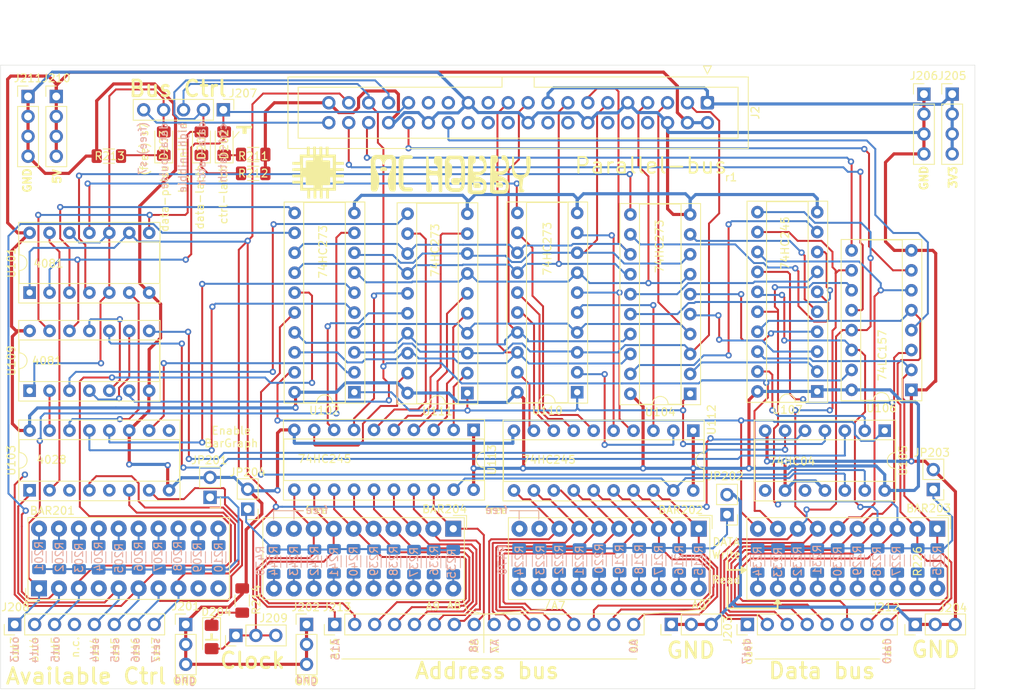
<source format=kicad_pcb>
(kicad_pcb (version 20171130) (host pcbnew 5.1.12-84ad8e8a86~92~ubuntu18.04.1)
  (layers (0 F.Cu signal) (31 B.Cu signal) (34 B.Paste user) (35 F.Paste user) (36 B.SilkS user) (37 F.SilkS user) (38 B.Mask user) (39 F.Mask user) (44 Edge.Cuts user))
  (net 0 "")
  (net 1 +3V3)
  (net 2 /d0)
  (net 3 /d1)
  (net 4 /d2)
  (net 5 GND)
  (net 6 /d3)
  (net 7 /d4)
  (net 8 /d5)
  (net 9 /d6)
  (net 10 /d7)
  (net 11 "Net-(J2-Pad23)")
  (net 12 "Net-(J2-Pad27)")
  (net 13 "Net-(J2-Pad29)")
  (net 14 ctrl-latch)
  (net 15 data-latch)
  (net 16 high-nibble)
  (net 17 clock)
  (net 18 +5V)
  (net 19 "Net-(J2-Pad8)")
  (net 20 "Net-(J2-Pad10)")
  (net 21 "Net-(J2-Pad12)")
  (net 22 "Net-(J2-Pad16)")
  (net 23 "Net-(J2-Pad18)")
  (net 24 "Net-(J2-Pad22)")
  (net 25 "Net-(J2-Pad24)")
  (net 26 "Net-(J2-Pad26)")
  (net 27 /s3)
  (net 28 /s4)
  (net 29 /s5)
  (net 30 /s6)
  (net 31 s7)
  (net 32 data-pulse)
  (net 33 out3)
  (net 34 out4)
  (net 35 out5)
  (net 36 set4)
  (net 37 set5)
  (net 38 set6)
  (net 39 set7)
  (net 40 dat0)
  (net 41 dat1)
  (net 42 dat2)
  (net 43 dat3)
  (net 44 dat4)
  (net 45 dat5)
  (net 46 dat6)
  (net 47 dat7)
  (net 48 adr15)
  (net 49 adr14)
  (net 50 adr13)
  (net 51 adr12)
  (net 52 adr11)
  (net 53 adr10)
  (net 54 adr9)
  (net 55 adr8)
  (net 56 adr7)
  (net 57 adr6)
  (net 58 adr5)
  (net 59 adr4)
  (net 60 adr3)
  (net 61 adr2)
  (net 62 adr1)
  (net 63 adr0)
  (net 64 /data-set)
  (net 65 "Net-(U101-Pad11)")
  (net 66 "Net-(U101-Pad4)")
  (net 67 "Net-(U101-Pad3)")
  (net 68 /addr-out)
  (net 69 "Net-(U102-Pad6)")
  (net 70 "Net-(U102-Pad5)")
  (net 71 "Net-(U102-Pad2)")
  (net 72 /addr-l-set)
  (net 73 "Net-(U103-Pad5)")
  (net 74 /addr-h-set)
  (net 75 "Net-(U103-Pad9)")
  (net 76 "Net-(U104-Pad2)")
  (net 77 "Net-(U104-Pad12)")
  (net 78 "Net-(U104-Pad5)")
  (net 79 "Net-(U104-Pad15)")
  (net 80 "Net-(U104-Pad6)")
  (net 81 "Net-(U104-Pad16)")
  (net 82 "Net-(U104-Pad9)")
  (net 83 "Net-(U104-Pad19)")
  (net 84 "Net-(U105-Pad6)")
  (net 85 "Net-(U105-Pad12)")
  (net 86 "Net-(U105-Pad10)")
  (net 87 "Net-(U105-Pad2)")
  (net 88 "Net-(U105-Pad8)")
  (net 89 "Net-(U109-Pad4)")
  (net 90 "Net-(U110-Pad2)")
  (net 91 "Net-(U110-Pad12)")
  (net 92 "Net-(U110-Pad5)")
  (net 93 "Net-(U110-Pad15)")
  (net 94 "Net-(U110-Pad6)")
  (net 95 "Net-(U110-Pad16)")
  (net 96 "Net-(U110-Pad9)")
  (net 97 "Net-(U110-Pad19)")
  (net 98 "Net-(U111-Pad2)")
  (net 99 "Net-(U111-Pad12)")
  (net 100 "Net-(U111-Pad5)")
  (net 101 "Net-(U111-Pad15)")
  (net 102 "Net-(U111-Pad6)")
  (net 103 "Net-(U111-Pad16)")
  (net 104 "Net-(U111-Pad9)")
  (net 105 "Net-(U111-Pad19)")
  (net 106 "Net-(U109-Pad3)")
  (net 107 "Net-(U109-Pad11)")
  (net 108 "Net-(BAR201-Pad20)")
  (net 109 "Net-(BAR201-Pad19)")
  (net 110 "Net-(BAR201-Pad18)")
  (net 111 "Net-(BAR201-Pad17)")
  (net 112 "Net-(BAR201-Pad9)")
  (net 113 "Net-(BAR201-Pad10)")
  (net 114 "Net-(BAR201-Pad11)")
  (net 115 "Net-(BAR201-Pad12)")
  (net 116 "Net-(BAR201-Pad16)")
  (net 117 "Net-(BAR201-Pad15)")
  (net 118 "Net-(BAR201-Pad14)")
  (net 119 "Net-(BAR201-Pad13)")
  (net 120 "Net-(BAR201-Pad4)")
  (net 121 "Net-(BAR202-Pad20)")
  (net 122 "Net-(BAR202-Pad19)")
  (net 123 "Net-(BAR202-Pad18)")
  (net 124 "Net-(BAR202-Pad17)")
  (net 125 "Net-(BAR202-Pad9)")
  (net 126 "Net-(BAR202-Pad10)")
  (net 127 "Net-(BAR202-Pad11)")
  (net 128 "Net-(BAR202-Pad12)")
  (net 129 "Net-(BAR202-Pad16)")
  (net 130 "Net-(BAR202-Pad15)")
  (net 131 "Net-(BAR202-Pad14)")
  (net 132 "Net-(BAR202-Pad13)")
  (net 133 "Net-(BAR203-Pad20)")
  (net 134 "Net-(BAR203-Pad19)")
  (net 135 "Net-(BAR203-Pad18)")
  (net 136 "Net-(BAR203-Pad17)")
  (net 137 data-out)
  (net 138 "Net-(BAR203-Pad11)")
  (net 139 "Net-(BAR203-Pad12)")
  (net 140 "Net-(BAR203-Pad16)")
  (net 141 "Net-(BAR203-Pad15)")
  (net 142 "Net-(BAR203-Pad14)")
  (net 143 "Net-(BAR203-Pad13)")
  (net 144 "Net-(BAR204-Pad20)")
  (net 145 "Net-(BAR204-Pad19)")
  (net 146 "Net-(BAR204-Pad18)")
  (net 147 "Net-(BAR204-Pad17)")
  (net 148 "Net-(BAR204-Pad9)")
  (net 149 "Net-(BAR204-Pad10)")
  (net 150 "Net-(BAR204-Pad11)")
  (net 151 "Net-(BAR204-Pad12)")
  (net 152 "Net-(BAR204-Pad16)")
  (net 153 "Net-(BAR204-Pad15)")
  (net 154 "Net-(BAR204-Pad14)")
  (net 155 "Net-(BAR204-Pad13)")
  (net 156 "Net-(D201-Pad1)")
  (net 157 "Net-(D202-Pad1)")
  (net 158 "Net-(D203-Pad1)")
  (net 159 "Net-(D204-Pad1)")
  (net 160 "Net-(J208-Pad4)")
  (net 161 "Net-(JP201-Pad1)")
  (net 162 "Net-(JP202-Pad1)")
  (net 163 "Net-(JP203-Pad1)")
  (net 164 "Net-(JP204-Pad1)")
  (net 165 nReset)
  (net 166 "Net-(U103-Pad3)")
  (net 167 "Net-(U105-Pad3)")
  (module Connector_PinHeader_2.54mm:PinHeader_1x02_P2.54mm_Vertical (layer F.Cu) (at 183.3 115.7 180)
    (fp_text reference JP204 (at 0 4.7) (layer F.SilkS))
    (fp_text value Addr-H)
    (pad 2 thru_hole oval (at 0 2.54 180) (size 1.7 1.7) (drill 1) (layers *.Cu *.Mask) (net 5 GND))
    (pad 1 thru_hole rect (at 0 0 180) (size 1.7 1.7) (drill 1) (layers *.Cu *.Mask) (net 164 "Net-(JP204-Pad1)"))
  )
  (module Connector_PinHeader_2.54mm:PinHeader_1x03_P2.54mm_Vertical (layer F.Cu) (at 175.4 130.4)
    (fp_text reference J201 (at 0 -2.3) (layer F.SilkS))
    (fp_text value Conn_GND0)
    (pad 3 thru_hole oval (at 0 5.08) (size 1.7 1.7) (drill 1) (layers *.Cu *.Mask) (net 5 GND))
    (pad 2 thru_hole oval (at 0 2.54) (size 1.7 1.7) (drill 1) (layers *.Cu *.Mask) (net 5 GND))
    (pad 1 thru_hole rect (at 0 0) (size 1.7 1.7) (drill 1) (layers *.Cu *.Mask) (net 5 GND))
  )
  (module Resistor_SMD:R_1206_3216Metric_Pad1.30x1.75mm_HandSolder (layer B.Cu) (at 186.6 122.4 270)
    (fp_text reference R244 (at -0.1 0 270) (layer B.SilkS) (effects (justify mirror)))
    (fp_text value R470)
    (pad 2 smd roundrect (at 1.55 0 270) (size 1.3 1.75) (layers B.Cu B.Paste B.Mask) (roundrect_rratio 0.192308) (net 150 "Net-(BAR204-Pad11)"))
    (pad 1 smd roundrect (at -1.55 0 270) (size 1.3 1.75) (layers B.Cu B.Paste B.Mask) (roundrect_rratio 0.192308) (net 164 "Net-(JP204-Pad1)"))
  )
  (module Resistor_SMD:R_1206_3216Metric_Pad1.30x1.75mm_HandSolder (layer B.Cu) (at 189.2 122.4 270)
    (fp_text reference R243 (at -0.1 0 270) (layer B.SilkS) (effects (justify mirror)))
    (fp_text value R470)
    (pad 2 smd roundrect (at 1.55 0 270) (size 1.3 1.75) (layers B.Cu B.Paste B.Mask) (roundrect_rratio 0.192308) (net 151 "Net-(BAR204-Pad12)"))
    (pad 1 smd roundrect (at -1.55 0 270) (size 1.3 1.75) (layers B.Cu B.Paste B.Mask) (roundrect_rratio 0.192308) (net 164 "Net-(JP204-Pad1)"))
  )
  (module Resistor_SMD:R_1206_3216Metric_Pad1.30x1.75mm_HandSolder (layer B.Cu) (at 191.8 122.4 270)
    (fp_text reference R242 (at -0.1 0 270) (layer B.SilkS) (effects (justify mirror)))
    (fp_text value R470)
    (pad 2 smd roundrect (at 1.55 0 270) (size 1.3 1.75) (layers B.Cu B.Paste B.Mask) (roundrect_rratio 0.192308) (net 155 "Net-(BAR204-Pad13)"))
    (pad 1 smd roundrect (at -1.55 0 270) (size 1.3 1.75) (layers B.Cu B.Paste B.Mask) (roundrect_rratio 0.192308) (net 164 "Net-(JP204-Pad1)"))
  )
  (module Resistor_SMD:R_1206_3216Metric_Pad1.30x1.75mm_HandSolder (layer B.Cu) (at 194.3 122.35 270)
    (fp_text reference R241 (at 0.1 0 270) (layer B.SilkS) (effects (justify mirror)))
    (fp_text value R470)
    (pad 2 smd roundrect (at 1.55 0 270) (size 1.3 1.75) (layers B.Cu B.Paste B.Mask) (roundrect_rratio 0.192308) (net 154 "Net-(BAR204-Pad14)"))
    (pad 1 smd roundrect (at -1.55 0 270) (size 1.3 1.75) (layers B.Cu B.Paste B.Mask) (roundrect_rratio 0.192308) (net 164 "Net-(JP204-Pad1)"))
  )
  (module Resistor_SMD:R_1206_3216Metric_Pad1.30x1.75mm_HandSolder (layer B.Cu) (at 196.8 122.35 270)
    (fp_text reference R240 (at 0 0 270) (layer B.SilkS) (effects (justify mirror)))
    (fp_text value R470)
    (pad 2 smd roundrect (at 1.55 0 270) (size 1.3 1.75) (layers B.Cu B.Paste B.Mask) (roundrect_rratio 0.192308) (net 153 "Net-(BAR204-Pad15)"))
    (pad 1 smd roundrect (at -1.55 0 270) (size 1.3 1.75) (layers B.Cu B.Paste B.Mask) (roundrect_rratio 0.192308) (net 164 "Net-(JP204-Pad1)"))
  )
  (module Resistor_SMD:R_1206_3216Metric_Pad1.30x1.75mm_HandSolder (layer B.Cu) (at 199.4 122.4 270)
    (fp_text reference R239 (at -0.1 0 270) (layer B.SilkS) (effects (justify mirror)))
    (fp_text value R470)
    (pad 2 smd roundrect (at 1.55 0 270) (size 1.3 1.75) (layers B.Cu B.Paste B.Mask) (roundrect_rratio 0.192308) (net 152 "Net-(BAR204-Pad16)"))
    (pad 1 smd roundrect (at -1.55 0 270) (size 1.3 1.75) (layers B.Cu B.Paste B.Mask) (roundrect_rratio 0.192308) (net 164 "Net-(JP204-Pad1)"))
  )
  (module Resistor_SMD:R_1206_3216Metric_Pad1.30x1.75mm_HandSolder (layer B.Cu) (at 201.9 122.4 270)
    (fp_text reference R238 (at -0.1 0 270) (layer B.SilkS) (effects (justify mirror)))
    (fp_text value R470)
    (pad 2 smd roundrect (at 1.55 0 270) (size 1.3 1.75) (layers B.Cu B.Paste B.Mask) (roundrect_rratio 0.192308) (net 147 "Net-(BAR204-Pad17)"))
    (pad 1 smd roundrect (at -1.55 0 270) (size 1.3 1.75) (layers B.Cu B.Paste B.Mask) (roundrect_rratio 0.192308) (net 164 "Net-(JP204-Pad1)"))
  )
  (module Resistor_SMD:R_1206_3216Metric_Pad1.30x1.75mm_HandSolder (layer B.Cu) (at 204.5 122.45 270)
    (fp_text reference R237 (at 0 0 270) (layer B.SilkS) (effects (justify mirror)))
    (fp_text value R470)
    (pad 2 smd roundrect (at 1.55 0 270) (size 1.3 1.75) (layers B.Cu B.Paste B.Mask) (roundrect_rratio 0.192308) (net 146 "Net-(BAR204-Pad18)"))
    (pad 1 smd roundrect (at -1.55 0 270) (size 1.3 1.75) (layers B.Cu B.Paste B.Mask) (roundrect_rratio 0.192308) (net 164 "Net-(JP204-Pad1)"))
  )
  (module Resistor_SMD:R_1206_3216Metric_Pad1.30x1.75mm_HandSolder (layer B.Cu) (at 207 122.45 270)
    (fp_text reference R236 (at -0.195 -0.065 270) (layer B.SilkS) (effects (justify mirror)))
    (fp_text value R470)
    (pad 2 smd roundrect (at 1.55 0 270) (size 1.3 1.75) (layers B.Cu B.Paste B.Mask) (roundrect_rratio 0.192308) (net 145 "Net-(BAR204-Pad19)"))
    (pad 1 smd roundrect (at -1.55 0 270) (size 1.3 1.75) (layers B.Cu B.Paste B.Mask) (roundrect_rratio 0.192308) (net 164 "Net-(JP204-Pad1)"))
  )
  (module Resistor_SMD:R_1206_3216Metric_Pad1.30x1.75mm_HandSolder (layer B.Cu) (at 209.5 122.45 270)
    (fp_text reference R235 (at 0.2 0.2 270) (layer B.SilkS) (effects (justify mirror)))
    (fp_text value R470)
    (pad 2 smd roundrect (at 1.55 0 270) (size 1.3 1.75) (layers B.Cu B.Paste B.Mask) (roundrect_rratio 0.192308) (net 144 "Net-(BAR204-Pad20)"))
    (pad 1 smd roundrect (at -1.55 0 270) (size 1.3 1.75) (layers B.Cu B.Paste B.Mask) (roundrect_rratio 0.192308) (net 164 "Net-(JP204-Pad1)"))
  )
  (module Resistor_SMD:R_1206_3216Metric_Pad1.30x1.75mm_HandSolder (layer B.Cu) (at 248.3 122.25 270)
    (fp_text reference R234 (at 0.1 0 270) (layer B.SilkS) (effects (justify mirror)))
    (fp_text value R470)
    (pad 2 smd roundrect (at 1.55 0 270) (size 1.3 1.75) (layers B.Cu B.Paste B.Mask) (roundrect_rratio 0.192308) (net 138 "Net-(BAR203-Pad11)"))
    (pad 1 smd roundrect (at -1.55 0 270) (size 1.3 1.75) (layers B.Cu B.Paste B.Mask) (roundrect_rratio 0.192308) (net 163 "Net-(JP203-Pad1)"))
  )
  (module Resistor_SMD:R_1206_3216Metric_Pad1.30x1.75mm_HandSolder (layer B.Cu) (at 250.9 122.25 270)
    (fp_text reference R233 (at 0.2 0 270) (layer B.SilkS) (effects (justify mirror)))
    (fp_text value R470)
    (pad 2 smd roundrect (at 1.55 0 270) (size 1.3 1.75) (layers B.Cu B.Paste B.Mask) (roundrect_rratio 0.192308) (net 139 "Net-(BAR203-Pad12)"))
    (pad 1 smd roundrect (at -1.55 0 270) (size 1.3 1.75) (layers B.Cu B.Paste B.Mask) (roundrect_rratio 0.192308) (net 163 "Net-(JP203-Pad1)"))
  )
  (module Resistor_SMD:R_1206_3216Metric_Pad1.30x1.75mm_HandSolder (layer B.Cu) (at 253.4 122.25 270)
    (fp_text reference R232 (at 0.1 0 270) (layer B.SilkS) (effects (justify mirror)))
    (fp_text value R470)
    (pad 2 smd roundrect (at 1.55 0 270) (size 1.3 1.75) (layers B.Cu B.Paste B.Mask) (roundrect_rratio 0.192308) (net 143 "Net-(BAR203-Pad13)"))
    (pad 1 smd roundrect (at -1.55 0 270) (size 1.3 1.75) (layers B.Cu B.Paste B.Mask) (roundrect_rratio 0.192308) (net 163 "Net-(JP203-Pad1)"))
  )
  (module Resistor_SMD:R_1206_3216Metric_Pad1.30x1.75mm_HandSolder (layer B.Cu) (at 255.9 122.25 270)
    (fp_text reference R231 (at -0.1 0 270) (layer B.SilkS) (effects (justify mirror)))
    (fp_text value R470)
    (pad 2 smd roundrect (at 1.55 0 270) (size 1.3 1.75) (layers B.Cu B.Paste B.Mask) (roundrect_rratio 0.192308) (net 142 "Net-(BAR203-Pad14)"))
    (pad 1 smd roundrect (at -1.55 0 270) (size 1.3 1.75) (layers B.Cu B.Paste B.Mask) (roundrect_rratio 0.192308) (net 163 "Net-(JP203-Pad1)"))
  )
  (module Resistor_SMD:R_1206_3216Metric_Pad1.30x1.75mm_HandSolder (layer B.Cu) (at 258.5 122.25 270)
    (fp_text reference R230 (at 0.1 0 270) (layer B.SilkS) (effects (justify mirror)))
    (fp_text value R470)
    (pad 2 smd roundrect (at 1.55 0 270) (size 1.3 1.75) (layers B.Cu B.Paste B.Mask) (roundrect_rratio 0.192308) (net 141 "Net-(BAR203-Pad15)"))
    (pad 1 smd roundrect (at -1.55 0 270) (size 1.3 1.75) (layers B.Cu B.Paste B.Mask) (roundrect_rratio 0.192308) (net 163 "Net-(JP203-Pad1)"))
  )
  (module Resistor_SMD:R_1206_3216Metric_Pad1.30x1.75mm_HandSolder (layer B.Cu) (at 261 122.25 270)
    (fp_text reference R229 (at 0 0 270) (layer B.SilkS) (effects (justify mirror)))
    (fp_text value R470)
    (pad 2 smd roundrect (at 1.55 0 270) (size 1.3 1.75) (layers B.Cu B.Paste B.Mask) (roundrect_rratio 0.192308) (net 140 "Net-(BAR203-Pad16)"))
    (pad 1 smd roundrect (at -1.55 0 270) (size 1.3 1.75) (layers B.Cu B.Paste B.Mask) (roundrect_rratio 0.192308) (net 163 "Net-(JP203-Pad1)"))
  )
  (module Resistor_SMD:R_1206_3216Metric_Pad1.30x1.75mm_HandSolder (layer B.Cu) (at 263.6 122.25 270)
    (fp_text reference R228 (at 0.1 0.1 270) (layer B.SilkS) (effects (justify mirror)))
    (fp_text value R470)
    (pad 2 smd roundrect (at 1.55 0 270) (size 1.3 1.75) (layers B.Cu B.Paste B.Mask) (roundrect_rratio 0.192308) (net 136 "Net-(BAR203-Pad17)"))
    (pad 1 smd roundrect (at -1.55 0 270) (size 1.3 1.75) (layers B.Cu B.Paste B.Mask) (roundrect_rratio 0.192308) (net 163 "Net-(JP203-Pad1)"))
  )
  (module Resistor_SMD:R_1206_3216Metric_Pad1.30x1.75mm_HandSolder (layer B.Cu) (at 266.1 122.25 270)
    (fp_text reference R227 (at 0.05 0.1 270) (layer B.SilkS) (effects (justify mirror)))
    (fp_text value R470)
    (pad 2 smd roundrect (at 1.55 0 270) (size 1.3 1.75) (layers B.Cu B.Paste B.Mask) (roundrect_rratio 0.192308) (net 135 "Net-(BAR203-Pad18)"))
    (pad 1 smd roundrect (at -1.55 0 270) (size 1.3 1.75) (layers B.Cu B.Paste B.Mask) (roundrect_rratio 0.192308) (net 163 "Net-(JP203-Pad1)"))
  )
  (module Resistor_SMD:R_1206_3216Metric_Pad1.30x1.75mm_HandSolder (layer B.Cu) (at 268.7 122.25 270)
    (fp_text reference R226 (at 0.1 0 270) (layer F.SilkS))
    (fp_text value R470)
    (pad 2 smd roundrect (at 1.55 0 270) (size 1.3 1.75) (layers B.Cu B.Paste B.Mask) (roundrect_rratio 0.192308) (net 134 "Net-(BAR203-Pad19)"))
    (pad 1 smd roundrect (at -1.55 0 270) (size 1.3 1.75) (layers B.Cu B.Paste B.Mask) (roundrect_rratio 0.192308) (net 163 "Net-(JP203-Pad1)"))
  )
  (module Resistor_SMD:R_1206_3216Metric_Pad1.30x1.75mm_HandSolder (layer B.Cu) (at 271.2 122.25 270)
    (fp_text reference R225 (at 0 0 270) (layer B.SilkS) (effects (justify mirror)))
    (fp_text value R470)
    (pad 2 smd roundrect (at 1.55 0 270) (size 1.3 1.75) (layers B.Cu B.Paste B.Mask) (roundrect_rratio 0.192308) (net 133 "Net-(BAR203-Pad20)"))
    (pad 1 smd roundrect (at -1.55 0 270) (size 1.3 1.75) (layers B.Cu B.Paste B.Mask) (roundrect_rratio 0.192308) (net 163 "Net-(JP203-Pad1)"))
  )
  (module Resistor_SMD:R_1206_3216Metric_Pad1.30x1.75mm_HandSolder (layer B.Cu) (at 217.9 122.25 270)
    (fp_text reference R224 (at 0 -0.025 270) (layer B.SilkS) (effects (justify mirror)))
    (fp_text value R470)
    (pad 2 smd roundrect (at 1.55 0 270) (size 1.3 1.75) (layers B.Cu B.Paste B.Mask) (roundrect_rratio 0.192308) (net 127 "Net-(BAR202-Pad11)"))
    (pad 1 smd roundrect (at -1.55 0 270) (size 1.3 1.75) (layers B.Cu B.Paste B.Mask) (roundrect_rratio 0.192308) (net 162 "Net-(JP202-Pad1)"))
  )
  (module Resistor_SMD:R_1206_3216Metric_Pad1.30x1.75mm_HandSolder (layer B.Cu) (at 220.5 122.3 270)
    (fp_text reference R223 (at -0.1 -0.1 270) (layer B.SilkS) (effects (justify mirror)))
    (fp_text value R470)
    (pad 2 smd roundrect (at 1.55 0 270) (size 1.3 1.75) (layers B.Cu B.Paste B.Mask) (roundrect_rratio 0.192308) (net 128 "Net-(BAR202-Pad12)"))
    (pad 1 smd roundrect (at -1.55 0 270) (size 1.3 1.75) (layers B.Cu B.Paste B.Mask) (roundrect_rratio 0.192308) (net 162 "Net-(JP202-Pad1)"))
  )
  (module Resistor_SMD:R_1206_3216Metric_Pad1.30x1.75mm_HandSolder (layer B.Cu) (at 223 122.25 270)
    (fp_text reference R222 (at -0.1 0 270) (layer B.SilkS) (effects (justify mirror)))
    (fp_text value R470)
    (pad 2 smd roundrect (at 1.55 0 270) (size 1.3 1.75) (layers B.Cu B.Paste B.Mask) (roundrect_rratio 0.192308) (net 132 "Net-(BAR202-Pad13)"))
    (pad 1 smd roundrect (at -1.55 0 270) (size 1.3 1.75) (layers B.Cu B.Paste B.Mask) (roundrect_rratio 0.192308) (net 162 "Net-(JP202-Pad1)"))
  )
  (module Resistor_SMD:R_1206_3216Metric_Pad1.30x1.75mm_HandSolder (layer B.Cu) (at 225.6 122.25 270)
    (fp_text reference R221 (at 0 0 270) (layer B.SilkS) (effects (justify mirror)))
    (fp_text value R470)
    (pad 2 smd roundrect (at 1.55 0 270) (size 1.3 1.75) (layers B.Cu B.Paste B.Mask) (roundrect_rratio 0.192308) (net 131 "Net-(BAR202-Pad14)"))
    (pad 1 smd roundrect (at -1.55 0 270) (size 1.3 1.75) (layers B.Cu B.Paste B.Mask) (roundrect_rratio 0.192308) (net 162 "Net-(JP202-Pad1)"))
  )
  (module Resistor_SMD:R_1206_3216Metric_Pad1.30x1.75mm_HandSolder (layer B.Cu) (at 228.1 122.25 270)
    (fp_text reference R220 (at -0.25 0 270) (layer B.SilkS) (effects (justify mirror)))
    (fp_text value R470)
    (pad 2 smd roundrect (at 1.55 0 270) (size 1.3 1.75) (layers B.Cu B.Paste B.Mask) (roundrect_rratio 0.192308) (net 130 "Net-(BAR202-Pad15)"))
    (pad 1 smd roundrect (at -1.55 0 270) (size 1.3 1.75) (layers B.Cu B.Paste B.Mask) (roundrect_rratio 0.192308) (net 162 "Net-(JP202-Pad1)"))
  )
  (module Resistor_SMD:R_1206_3216Metric_Pad1.30x1.75mm_HandSolder (layer B.Cu) (at 230.7 122.2 270)
    (fp_text reference R219 (at -0.1 0 270) (layer B.SilkS) (effects (justify mirror)))
    (fp_text value R470)
    (pad 2 smd roundrect (at 1.55 0 270) (size 1.3 1.75) (layers B.Cu B.Paste B.Mask) (roundrect_rratio 0.192308) (net 129 "Net-(BAR202-Pad16)"))
    (pad 1 smd roundrect (at -1.55 0 270) (size 1.3 1.75) (layers B.Cu B.Paste B.Mask) (roundrect_rratio 0.192308) (net 162 "Net-(JP202-Pad1)"))
  )
  (module Resistor_SMD:R_1206_3216Metric_Pad1.30x1.75mm_HandSolder (layer B.Cu) (at 233.2 122.2 270)
    (fp_text reference R218 (at -0.1 0 270) (layer B.SilkS) (effects (justify mirror)))
    (fp_text value R470)
    (pad 2 smd roundrect (at 1.55 0 270) (size 1.3 1.75) (layers B.Cu B.Paste B.Mask) (roundrect_rratio 0.192308) (net 124 "Net-(BAR202-Pad17)"))
    (pad 1 smd roundrect (at -1.55 0 270) (size 1.3 1.75) (layers B.Cu B.Paste B.Mask) (roundrect_rratio 0.192308) (net 162 "Net-(JP202-Pad1)"))
  )
  (module Resistor_SMD:R_1206_3216Metric_Pad1.30x1.75mm_HandSolder (layer B.Cu) (at 235.7 122.2 270)
    (fp_text reference R217 (at 0 0 270) (layer B.SilkS) (effects (justify mirror)))
    (fp_text value R470)
    (pad 2 smd roundrect (at 1.55 0 270) (size 1.3 1.75) (layers B.Cu B.Paste B.Mask) (roundrect_rratio 0.192308) (net 123 "Net-(BAR202-Pad18)"))
    (pad 1 smd roundrect (at -1.55 0 270) (size 1.3 1.75) (layers B.Cu B.Paste B.Mask) (roundrect_rratio 0.192308) (net 162 "Net-(JP202-Pad1)"))
  )
  (module Resistor_SMD:R_1206_3216Metric_Pad1.30x1.75mm_HandSolder (layer B.Cu) (at 238.3 122.25 270)
    (fp_text reference R216 (at -0.05 0 270) (layer B.SilkS) (effects (justify mirror)))
    (fp_text value R470)
    (pad 2 smd roundrect (at 1.55 0 270) (size 1.3 1.75) (layers B.Cu B.Paste B.Mask) (roundrect_rratio 0.192308) (net 122 "Net-(BAR202-Pad19)"))
    (pad 1 smd roundrect (at -1.55 0 270) (size 1.3 1.75) (layers B.Cu B.Paste B.Mask) (roundrect_rratio 0.192308) (net 162 "Net-(JP202-Pad1)"))
  )
  (module Resistor_SMD:R_1206_3216Metric_Pad1.30x1.75mm_HandSolder (layer B.Cu) (at 240.8 122.25 270)
    (fp_text reference R215 (at 0 0 270) (layer B.SilkS) (effects (justify mirror)))
    (fp_text value R470)
    (pad 2 smd roundrect (at 1.55 0 270) (size 1.3 1.75) (layers B.Cu B.Paste B.Mask) (roundrect_rratio 0.192308) (net 121 "Net-(BAR202-Pad20)"))
    (pad 1 smd roundrect (at -1.55 0 270) (size 1.3 1.75) (layers B.Cu B.Paste B.Mask) (roundrect_rratio 0.192308) (net 162 "Net-(JP202-Pad1)"))
  )
  (module Resistor_SMD:R_1206_3216Metric_Pad1.30x1.75mm_HandSolder (layer F.Cu) (at 182.6 127.35 270)
    (fp_text reference R214 (at -0.1 -1.8 90) (layer F.SilkS))
    (fp_text value R470)
    (pad 2 smd roundrect (at 1.55 0 270) (size 1.3 1.75) (layers F.Cu F.Paste F.Mask) (roundrect_rratio 0.192308) (net 159 "Net-(D204-Pad1)"))
    (pad 1 smd roundrect (at -1.55 0 270) (size 1.3 1.75) (layers F.Cu F.Paste F.Mask) (roundrect_rratio 0.192308) (net 5 GND))
  )
  (module Resistor_SMD:R_1206_3216Metric_Pad1.30x1.75mm_HandSolder (layer F.Cu) (at 165.6 70.7)
    (fp_text reference R213 (at 0.1 0) (layer F.SilkS))
    (fp_text value R470)
    (pad 2 smd roundrect (at 1.55 0) (size 1.3 1.75) (layers F.Cu F.Paste F.Mask) (roundrect_rratio 0.192308) (net 158 "Net-(D203-Pad1)"))
    (pad 1 smd roundrect (at -1.55 0) (size 1.3 1.75) (layers F.Cu F.Paste F.Mask) (roundrect_rratio 0.192308) (net 5 GND))
  )
  (module Resistor_SMD:R_1206_3216Metric_Pad1.30x1.75mm_HandSolder (layer F.Cu) (at 184 72.9 180)
    (fp_text reference R212 (at 0 0) (layer F.SilkS))
    (fp_text value R470)
    (pad 2 smd roundrect (at 1.55 0 180) (size 1.3 1.75) (layers F.Cu F.Paste F.Mask) (roundrect_rratio 0.192308) (net 156 "Net-(D201-Pad1)"))
    (pad 1 smd roundrect (at -1.55 0 180) (size 1.3 1.75) (layers F.Cu F.Paste F.Mask) (roundrect_rratio 0.192308) (net 5 GND))
  )
  (module Resistor_SMD:R_1206_3216Metric_Pad1.30x1.75mm_HandSolder (layer F.Cu) (at 184 70.5 180)
    (fp_text reference R211 (at 0 -0.2) (layer F.SilkS))
    (fp_text value R470)
    (pad 2 smd roundrect (at 1.55 0 180) (size 1.3 1.75) (layers F.Cu F.Paste F.Mask) (roundrect_rratio 0.192308) (net 157 "Net-(D202-Pad1)"))
    (pad 1 smd roundrect (at -1.55 0 180) (size 1.3 1.75) (layers F.Cu F.Paste F.Mask) (roundrect_rratio 0.192308) (net 5 GND))
  )
  (module Resistor_SMD:R_1206_3216Metric_Pad1.30x1.75mm_HandSolder (layer B.Cu) (at 179.6 121.85 90)
    (fp_text reference R210 (at 0 0 270) (layer B.SilkS) (effects (justify mirror)))
    (fp_text value R470)
    (pad 2 smd roundrect (at 1.55 0 90) (size 1.3 1.75) (layers B.Cu B.Paste B.Mask) (roundrect_rratio 0.192308) (net 114 "Net-(BAR201-Pad11)"))
    (pad 1 smd roundrect (at -1.55 0 90) (size 1.3 1.75) (layers B.Cu B.Paste B.Mask) (roundrect_rratio 0.192308) (net 161 "Net-(JP201-Pad1)"))
  )
  (module Resistor_SMD:R_1206_3216Metric_Pad1.30x1.75mm_HandSolder (layer B.Cu) (at 177 121.85 90)
    (fp_text reference R209 (at 0 -0.1 270) (layer B.SilkS) (effects (justify mirror)))
    (fp_text value R470)
    (pad 2 smd roundrect (at 1.55 0 90) (size 1.3 1.75) (layers B.Cu B.Paste B.Mask) (roundrect_rratio 0.192308) (net 115 "Net-(BAR201-Pad12)"))
    (pad 1 smd roundrect (at -1.55 0 90) (size 1.3 1.75) (layers B.Cu B.Paste B.Mask) (roundrect_rratio 0.192308) (net 161 "Net-(JP201-Pad1)"))
  )
  (module Resistor_SMD:R_1206_3216Metric_Pad1.30x1.75mm_HandSolder (layer B.Cu) (at 174.5 121.85 90)
    (fp_text reference R208 (at 0.15 -0.1 270) (layer B.SilkS) (effects (justify mirror)))
    (fp_text value R470)
    (pad 2 smd roundrect (at 1.55 0 90) (size 1.3 1.75) (layers B.Cu B.Paste B.Mask) (roundrect_rratio 0.192308) (net 119 "Net-(BAR201-Pad13)"))
    (pad 1 smd roundrect (at -1.55 0 90) (size 1.3 1.75) (layers B.Cu B.Paste B.Mask) (roundrect_rratio 0.192308) (net 161 "Net-(JP201-Pad1)"))
  )
  (module Resistor_SMD:R_1206_3216Metric_Pad1.30x1.75mm_HandSolder (layer B.Cu) (at 172 121.85 90)
    (fp_text reference R207 (at 0.1 -0.1 270) (layer B.SilkS) (effects (justify mirror)))
    (fp_text value R470)
    (pad 2 smd roundrect (at 1.55 0 90) (size 1.3 1.75) (layers B.Cu B.Paste B.Mask) (roundrect_rratio 0.192308) (net 118 "Net-(BAR201-Pad14)"))
    (pad 1 smd roundrect (at -1.55 0 90) (size 1.3 1.75) (layers B.Cu B.Paste B.Mask) (roundrect_rratio 0.192308) (net 161 "Net-(JP201-Pad1)"))
  )
  (module Resistor_SMD:R_1206_3216Metric_Pad1.30x1.75mm_HandSolder (layer B.Cu) (at 169.4 121.85 90)
    (fp_text reference R206 (at 0.1 0 270) (layer B.SilkS) (effects (justify mirror)))
    (fp_text value R470)
    (pad 2 smd roundrect (at 1.55 0 90) (size 1.3 1.75) (layers B.Cu B.Paste B.Mask) (roundrect_rratio 0.192308) (net 117 "Net-(BAR201-Pad15)"))
    (pad 1 smd roundrect (at -1.55 0 90) (size 1.3 1.75) (layers B.Cu B.Paste B.Mask) (roundrect_rratio 0.192308) (net 161 "Net-(JP201-Pad1)"))
  )
  (module Resistor_SMD:R_1206_3216Metric_Pad1.30x1.75mm_HandSolder (layer B.Cu) (at 166.9 121.85 90)
    (fp_text reference R205 (at -0.1 0 270) (layer B.SilkS) (effects (justify mirror)))
    (fp_text value R470)
    (pad 2 smd roundrect (at 1.55 0 90) (size 1.3 1.75) (layers B.Cu B.Paste B.Mask) (roundrect_rratio 0.192308) (net 116 "Net-(BAR201-Pad16)"))
    (pad 1 smd roundrect (at -1.55 0 90) (size 1.3 1.75) (layers B.Cu B.Paste B.Mask) (roundrect_rratio 0.192308) (net 161 "Net-(JP201-Pad1)"))
  )
  (module Resistor_SMD:R_1206_3216Metric_Pad1.30x1.75mm_HandSolder (layer B.Cu) (at 164.3 121.85 90)
    (fp_text reference R204 (at 0.1 0 270) (layer B.SilkS) (effects (justify mirror)))
    (fp_text value R470)
    (pad 2 smd roundrect (at 1.55 0 90) (size 1.3 1.75) (layers B.Cu B.Paste B.Mask) (roundrect_rratio 0.192308) (net 111 "Net-(BAR201-Pad17)"))
    (pad 1 smd roundrect (at -1.55 0 90) (size 1.3 1.75) (layers B.Cu B.Paste B.Mask) (roundrect_rratio 0.192308) (net 161 "Net-(JP201-Pad1)"))
  )
  (module Resistor_SMD:R_1206_3216Metric_Pad1.30x1.75mm_HandSolder (layer B.Cu) (at 161.8 121.8 90)
    (fp_text reference R203 (at -0.1 0 90) (layer B.SilkS) (effects (justify mirror)))
    (fp_text value R470)
    (pad 2 smd roundrect (at 1.55 0 90) (size 1.3 1.75) (layers B.Cu B.Paste B.Mask) (roundrect_rratio 0.192308) (net 110 "Net-(BAR201-Pad18)"))
    (pad 1 smd roundrect (at -1.55 0 90) (size 1.3 1.75) (layers B.Cu B.Paste B.Mask) (roundrect_rratio 0.192308) (net 161 "Net-(JP201-Pad1)"))
  )
  (module Resistor_SMD:R_1206_3216Metric_Pad1.30x1.75mm_HandSolder (layer B.Cu) (at 159.3 121.8 90)
    (fp_text reference R202 (at 0 0 270) (layer B.SilkS) (effects (justify mirror)))
    (fp_text value R470)
    (pad 2 smd roundrect (at 1.55 0 90) (size 1.3 1.75) (layers B.Cu B.Paste B.Mask) (roundrect_rratio 0.192308) (net 109 "Net-(BAR201-Pad19)"))
    (pad 1 smd roundrect (at -1.55 0 90) (size 1.3 1.75) (layers B.Cu B.Paste B.Mask) (roundrect_rratio 0.192308) (net 161 "Net-(JP201-Pad1)"))
  )
  (module Resistor_SMD:R_1206_3216Metric_Pad1.30x1.75mm_HandSolder (layer B.Cu) (at 156.7 121.8 90)
    (fp_text reference R201 (at 0.1 0 270) (layer B.SilkS) (effects (justify mirror)))
    (fp_text value R470)
    (pad 2 smd roundrect (at 1.55 0 90) (size 1.3 1.75) (layers B.Cu B.Paste B.Mask) (roundrect_rratio 0.192308) (net 108 "Net-(BAR201-Pad20)"))
    (pad 1 smd roundrect (at -1.55 0 90) (size 1.3 1.75) (layers B.Cu B.Paste B.Mask) (roundrect_rratio 0.192308) (net 161 "Net-(JP201-Pad1)"))
  )
  (module Connector_PinHeader_2.54mm:PinHeader_1x02_P2.54mm_Vertical (layer F.Cu) (at 270.7 113.2 180)
    (fp_text reference JP203 (at 0.2 4.7) (layer F.SilkS))
    (fp_text value Jumper)
    (pad 2 thru_hole oval (at 0 2.54 180) (size 1.7 1.7) (drill 1) (layers *.Cu *.Mask) (net 5 GND))
    (pad 1 thru_hole rect (at 0 0 180) (size 1.7 1.7) (drill 1) (layers *.Cu *.Mask) (net 163 "Net-(JP203-Pad1)"))
  )
  (module Connector_PinHeader_2.54mm:PinHeader_1x02_P2.54mm_Vertical (layer F.Cu) (at 244.4 116.4 180)
    (fp_text reference JP202 (at 0.2 4.9) (layer F.SilkS))
    (fp_text value Addr-L)
    (pad 2 thru_hole oval (at 0 2.54 180) (size 1.7 1.7) (drill 1) (layers *.Cu *.Mask) (net 5 GND))
    (pad 1 thru_hole rect (at 0 0 180) (size 1.7 1.7) (drill 1) (layers *.Cu *.Mask) (net 162 "Net-(JP202-Pad1)"))
  )
  (module Connector_PinHeader_2.54mm:PinHeader_1x02_P2.54mm_Vertical (layer F.Cu) (at 178.5 114.2 180)
    (fp_text reference JP201 (at 0.1 4.74) (layer F.SilkS))
    (fp_text value Jumper)
    (pad 2 thru_hole oval (at 0 2.54 180) (size 1.7 1.7) (drill 1) (layers *.Cu *.Mask) (net 5 GND))
    (pad 1 thru_hole rect (at 0 0 180) (size 1.7 1.7) (drill 1) (layers *.Cu *.Mask) (net 161 "Net-(JP201-Pad1)"))
  )
  (module LED_SMD:LED_1206_3216Metric_Pad1.42x1.75mm_HandSolder (layer F.Cu) (at 178.7 132 270)
    (fp_text reference D204 (at -3.2 -0.6) (layer F.SilkS))
    (fp_text value LED_Data_Pulse)
    (pad 2 smd roundrect (at 1.4875 0 270) (size 1.425 1.75) (layers F.Cu F.Paste F.Mask) (roundrect_rratio 0.175439) (net 17 clock))
    (pad 1 smd roundrect (at -1.4875 0 270) (size 1.425 1.75) (layers F.Cu F.Paste F.Mask) (roundrect_rratio 0.175439) (net 159 "Net-(D204-Pad1)"))
  )
  (module LED_SMD:LED_1206_3216Metric_Pad1.42x1.75mm_HandSolder (layer F.Cu) (at 172.6 69.1 90)
    (fp_text reference D203 (at -0.2 0 90) (layer F.SilkS))
    (fp_text value LED_Data_Pulse)
    (pad 2 smd roundrect (at 1.4875 0 90) (size 1.425 1.75) (layers F.Cu F.Paste F.Mask) (roundrect_rratio 0.175439) (net 32 data-pulse))
    (pad 1 smd roundrect (at -1.4875 0 90) (size 1.425 1.75) (layers F.Cu F.Paste F.Mask) (roundrect_rratio 0.175439) (net 158 "Net-(D203-Pad1)"))
  )
  (module LED_SMD:LED_1206_3216Metric_Pad1.42x1.75mm_HandSolder (layer F.Cu) (at 180.3 69.1 90)
    (fp_text reference D202 (at -0.1 0 90) (layer F.SilkS))
    (fp_text value LED_Ctrl_Latch)
    (pad 2 smd roundrect (at 1.4875 0 90) (size 1.425 1.75) (layers F.Cu F.Paste F.Mask) (roundrect_rratio 0.175439) (net 14 ctrl-latch))
    (pad 1 smd roundrect (at -1.4875 0 90) (size 1.425 1.75) (layers F.Cu F.Paste F.Mask) (roundrect_rratio 0.175439) (net 157 "Net-(D202-Pad1)"))
  )
  (module LED_SMD:LED_1206_3216Metric_Pad1.42x1.75mm_HandSolder (layer F.Cu) (at 177.4 69.1 90)
    (fp_text reference D201 (at -0.1 0 90) (layer F.SilkS))
    (fp_text value LED_Data_Latch)
    (pad 2 smd roundrect (at 1.4875 0 90) (size 1.425 1.75) (layers F.Cu F.Paste F.Mask) (roundrect_rratio 0.175439) (net 15 data-latch))
    (pad 1 smd roundrect (at -1.4875 0 90) (size 1.425 1.75) (layers F.Cu F.Paste F.Mask) (roundrect_rratio 0.175439) (net 156 "Net-(D201-Pad1)"))
  )
  (module Display:HDSP-4830 (layer F.Cu) (at 209.5 118.2 270)
    (fp_text reference BAR204 (at -2.5 1.1 180) (layer F.SilkS))
    (fp_text value Bar_Addr_H)
    (pad 20 thru_hole circle (at 7.62 0 180) (size 2.032 2.032) (drill 0.9144) (layers *.Cu *.Mask) (net 144 "Net-(BAR204-Pad20)"))
    (pad 19 thru_hole circle (at 7.62 2.54 180) (size 2.032 2.032) (drill 0.9144) (layers *.Cu *.Mask) (net 145 "Net-(BAR204-Pad19)"))
    (pad 18 thru_hole circle (at 7.62 5.08 180) (size 2.032 2.032) (drill 0.9144) (layers *.Cu *.Mask) (net 146 "Net-(BAR204-Pad18)"))
    (pad 17 thru_hole circle (at 7.62 7.62 180) (size 2.032 2.032) (drill 0.9144) (layers *.Cu *.Mask) (net 147 "Net-(BAR204-Pad17)"))
    (pad 9 thru_hole circle (at 0 20.32 180) (size 2.032 2.032) (drill 0.9144) (layers *.Cu *.Mask) (net 148 "Net-(BAR204-Pad9)"))
    (pad 10 thru_hole circle (at 0 22.86 180) (size 2.032 2.032) (drill 0.9144) (layers *.Cu *.Mask) (net 149 "Net-(BAR204-Pad10)"))
    (pad 11 thru_hole circle (at 7.62 22.86 180) (size 2.032 2.032) (drill 0.9144) (layers *.Cu *.Mask) (net 150 "Net-(BAR204-Pad11)"))
    (pad 12 thru_hole circle (at 7.62 20.32 180) (size 2.032 2.032) (drill 0.9144) (layers *.Cu *.Mask) (net 151 "Net-(BAR204-Pad12)"))
    (pad 8 thru_hole circle (at 0 17.78 180) (size 2.032 2.032) (drill 0.9144) (layers *.Cu *.Mask) (net 48 adr15))
    (pad 7 thru_hole circle (at 0 15.24 180) (size 2.032 2.032) (drill 0.9144) (layers *.Cu *.Mask) (net 49 adr14))
    (pad 6 thru_hole circle (at 0 12.7 180) (size 2.032 2.032) (drill 0.9144) (layers *.Cu *.Mask) (net 50 adr13))
    (pad 5 thru_hole circle (at 0 10.16 180) (size 2.032 2.032) (drill 0.9144) (layers *.Cu *.Mask) (net 51 adr12))
    (pad 16 thru_hole circle (at 7.62 10.16 180) (size 2.032 2.032) (drill 0.9144) (layers *.Cu *.Mask) (net 152 "Net-(BAR204-Pad16)"))
    (pad 15 thru_hole circle (at 7.62 12.7 180) (size 2.032 2.032) (drill 0.9144) (layers *.Cu *.Mask) (net 153 "Net-(BAR204-Pad15)"))
    (pad 14 thru_hole circle (at 7.62 15.24 180) (size 2.032 2.032) (drill 0.9144) (layers *.Cu *.Mask) (net 154 "Net-(BAR204-Pad14)"))
    (pad 13 thru_hole circle (at 7.62 17.78 180) (size 2.032 2.032) (drill 0.9144) (layers *.Cu *.Mask) (net 155 "Net-(BAR204-Pad13)"))
    (pad 4 thru_hole circle (at 0 7.62 180) (size 2.032 2.032) (drill 0.9144) (layers *.Cu *.Mask) (net 52 adr11))
    (pad 3 thru_hole circle (at 0 5.08 180) (size 2.032 2.032) (drill 0.9144) (layers *.Cu *.Mask) (net 53 adr10))
    (pad 2 thru_hole circle (at 0 2.54 180) (size 2.032 2.032) (drill 0.9144) (layers *.Cu *.Mask) (net 54 adr9))
    (pad 1 thru_hole rect (at 0 0 180) (size 2.032 2.032) (drill 0.9144) (layers *.Cu *.Mask) (net 55 adr8))
  )
  (module Display:HDSP-4830 (layer F.Cu) (at 271.2 118.2 270)
    (fp_text reference BAR203 (at -2.6 1.1 180) (layer F.SilkS))
    (fp_text value Bar_Data_bus)
    (pad 20 thru_hole circle (at 7.62 0 180) (size 2.032 2.032) (drill 0.9144) (layers *.Cu *.Mask) (net 133 "Net-(BAR203-Pad20)"))
    (pad 19 thru_hole circle (at 7.62 2.54 180) (size 2.032 2.032) (drill 0.9144) (layers *.Cu *.Mask) (net 134 "Net-(BAR203-Pad19)"))
    (pad 18 thru_hole circle (at 7.62 5.08 180) (size 2.032 2.032) (drill 0.9144) (layers *.Cu *.Mask) (net 135 "Net-(BAR203-Pad18)"))
    (pad 17 thru_hole circle (at 7.62 7.62 180) (size 2.032 2.032) (drill 0.9144) (layers *.Cu *.Mask) (net 136 "Net-(BAR203-Pad17)"))
    (pad 9 thru_hole circle (at 0 20.32 180) (size 2.032 2.032) (drill 0.9144) (layers *.Cu *.Mask) (net 16 high-nibble))
    (pad 10 thru_hole circle (at 0 22.86 180) (size 2.032 2.032) (drill 0.9144) (layers *.Cu *.Mask) (net 137 data-out))
    (pad 11 thru_hole circle (at 7.62 22.86 180) (size 2.032 2.032) (drill 0.9144) (layers *.Cu *.Mask) (net 138 "Net-(BAR203-Pad11)"))
    (pad 12 thru_hole circle (at 7.62 20.32 180) (size 2.032 2.032) (drill 0.9144) (layers *.Cu *.Mask) (net 139 "Net-(BAR203-Pad12)"))
    (pad 8 thru_hole circle (at 0 17.78 180) (size 2.032 2.032) (drill 0.9144) (layers *.Cu *.Mask) (net 47 dat7))
    (pad 7 thru_hole circle (at 0 15.24 180) (size 2.032 2.032) (drill 0.9144) (layers *.Cu *.Mask) (net 46 dat6))
    (pad 6 thru_hole circle (at 0 12.7 180) (size 2.032 2.032) (drill 0.9144) (layers *.Cu *.Mask) (net 45 dat5))
    (pad 5 thru_hole circle (at 0 10.16 180) (size 2.032 2.032) (drill 0.9144) (layers *.Cu *.Mask) (net 44 dat4))
    (pad 16 thru_hole circle (at 7.62 10.16 180) (size 2.032 2.032) (drill 0.9144) (layers *.Cu *.Mask) (net 140 "Net-(BAR203-Pad16)"))
    (pad 15 thru_hole circle (at 7.62 12.7 180) (size 2.032 2.032) (drill 0.9144) (layers *.Cu *.Mask) (net 141 "Net-(BAR203-Pad15)"))
    (pad 14 thru_hole circle (at 7.62 15.24 180) (size 2.032 2.032) (drill 0.9144) (layers *.Cu *.Mask) (net 142 "Net-(BAR203-Pad14)"))
    (pad 13 thru_hole circle (at 7.62 17.78 180) (size 2.032 2.032) (drill 0.9144) (layers *.Cu *.Mask) (net 143 "Net-(BAR203-Pad13)"))
    (pad 4 thru_hole circle (at 0 7.62 180) (size 2.032 2.032) (drill 0.9144) (layers *.Cu *.Mask) (net 43 dat3))
    (pad 3 thru_hole circle (at 0 5.08 180) (size 2.032 2.032) (drill 0.9144) (layers *.Cu *.Mask) (net 42 dat2))
    (pad 2 thru_hole circle (at 0 2.54 180) (size 2.032 2.032) (drill 0.9144) (layers *.Cu *.Mask) (net 41 dat1))
    (pad 1 thru_hole rect (at 0 0 180) (size 2.032 2.032) (drill 0.9144) (layers *.Cu *.Mask) (net 40 dat0))
  )
  (module Display:HDSP-4830 (layer F.Cu) (at 240.8 118.2 270)
    (fp_text reference BAR202 (at -2.4 2.3) (layer F.SilkS))
    (fp_text value Bar_Addr_L)
    (pad 20 thru_hole circle (at 7.62 0 180) (size 2.032 2.032) (drill 0.9144) (layers *.Cu *.Mask) (net 121 "Net-(BAR202-Pad20)"))
    (pad 19 thru_hole circle (at 7.62 2.54 180) (size 2.032 2.032) (drill 0.9144) (layers *.Cu *.Mask) (net 122 "Net-(BAR202-Pad19)"))
    (pad 18 thru_hole circle (at 7.62 5.08 180) (size 2.032 2.032) (drill 0.9144) (layers *.Cu *.Mask) (net 123 "Net-(BAR202-Pad18)"))
    (pad 17 thru_hole circle (at 7.62 7.62 180) (size 2.032 2.032) (drill 0.9144) (layers *.Cu *.Mask) (net 124 "Net-(BAR202-Pad17)"))
    (pad 9 thru_hole circle (at 0 20.32 180) (size 2.032 2.032) (drill 0.9144) (layers *.Cu *.Mask) (net 125 "Net-(BAR202-Pad9)"))
    (pad 10 thru_hole circle (at 0 22.86 180) (size 2.032 2.032) (drill 0.9144) (layers *.Cu *.Mask) (net 126 "Net-(BAR202-Pad10)"))
    (pad 11 thru_hole circle (at 7.62 22.86 180) (size 2.032 2.032) (drill 0.9144) (layers *.Cu *.Mask) (net 127 "Net-(BAR202-Pad11)"))
    (pad 12 thru_hole circle (at 7.62 20.32 180) (size 2.032 2.032) (drill 0.9144) (layers *.Cu *.Mask) (net 128 "Net-(BAR202-Pad12)"))
    (pad 8 thru_hole circle (at 0 17.78 180) (size 2.032 2.032) (drill 0.9144) (layers *.Cu *.Mask) (net 56 adr7))
    (pad 7 thru_hole circle (at 0 15.24 180) (size 2.032 2.032) (drill 0.9144) (layers *.Cu *.Mask) (net 57 adr6))
    (pad 6 thru_hole circle (at 0 12.7 180) (size 2.032 2.032) (drill 0.9144) (layers *.Cu *.Mask) (net 58 adr5))
    (pad 5 thru_hole circle (at 0 10.16 180) (size 2.032 2.032) (drill 0.9144) (layers *.Cu *.Mask) (net 59 adr4))
    (pad 16 thru_hole circle (at 7.62 10.16 180) (size 2.032 2.032) (drill 0.9144) (layers *.Cu *.Mask) (net 129 "Net-(BAR202-Pad16)"))
    (pad 15 thru_hole circle (at 7.62 12.7 180) (size 2.032 2.032) (drill 0.9144) (layers *.Cu *.Mask) (net 130 "Net-(BAR202-Pad15)"))
    (pad 14 thru_hole circle (at 7.62 15.24 180) (size 2.032 2.032) (drill 0.9144) (layers *.Cu *.Mask) (net 131 "Net-(BAR202-Pad14)"))
    (pad 13 thru_hole circle (at 7.62 17.78 180) (size 2.032 2.032) (drill 0.9144) (layers *.Cu *.Mask) (net 132 "Net-(BAR202-Pad13)"))
    (pad 4 thru_hole circle (at 0 7.62 180) (size 2.032 2.032) (drill 0.9144) (layers *.Cu *.Mask) (net 60 adr3))
    (pad 3 thru_hole circle (at 0 5.08 180) (size 2.032 2.032) (drill 0.9144) (layers *.Cu *.Mask) (net 61 adr2))
    (pad 2 thru_hole circle (at 0 2.54 180) (size 2.032 2.032) (drill 0.9144) (layers *.Cu *.Mask) (net 62 adr1))
    (pad 1 thru_hole rect (at 0 0 180) (size 2.032 2.032) (drill 0.9144) (layers *.Cu *.Mask) (net 63 adr0))
  )
  (module Display:HDSP-4830 (layer F.Cu) (at 156.7 125.8 90)
    (fp_text reference BAR201 (at 9.9 1.7 180) (layer F.SilkS))
    (fp_text value Bar_Avail_bits)
    (pad 20 thru_hole circle (at 7.62 0) (size 2.032 2.032) (drill 0.9144) (layers *.Cu *.Mask) (net 108 "Net-(BAR201-Pad20)"))
    (pad 19 thru_hole circle (at 7.62 2.54) (size 2.032 2.032) (drill 0.9144) (layers *.Cu *.Mask) (net 109 "Net-(BAR201-Pad19)"))
    (pad 18 thru_hole circle (at 7.62 5.08) (size 2.032 2.032) (drill 0.9144) (layers *.Cu *.Mask) (net 110 "Net-(BAR201-Pad18)"))
    (pad 17 thru_hole circle (at 7.62 7.62) (size 2.032 2.032) (drill 0.9144) (layers *.Cu *.Mask) (net 111 "Net-(BAR201-Pad17)"))
    (pad 9 thru_hole circle (at 0 20.32) (size 2.032 2.032) (drill 0.9144) (layers *.Cu *.Mask) (net 112 "Net-(BAR201-Pad9)"))
    (pad 10 thru_hole circle (at 0 22.86) (size 2.032 2.032) (drill 0.9144) (layers *.Cu *.Mask) (net 113 "Net-(BAR201-Pad10)"))
    (pad 11 thru_hole circle (at 7.62 22.86) (size 2.032 2.032) (drill 0.9144) (layers *.Cu *.Mask) (net 114 "Net-(BAR201-Pad11)"))
    (pad 12 thru_hole circle (at 7.62 20.32) (size 2.032 2.032) (drill 0.9144) (layers *.Cu *.Mask) (net 115 "Net-(BAR201-Pad12)"))
    (pad 8 thru_hole circle (at 0 17.78) (size 2.032 2.032) (drill 0.9144) (layers *.Cu *.Mask) (net 39 set7))
    (pad 7 thru_hole circle (at 0 15.24) (size 2.032 2.032) (drill 0.9144) (layers *.Cu *.Mask) (net 38 set6))
    (pad 6 thru_hole circle (at 0 12.7) (size 2.032 2.032) (drill 0.9144) (layers *.Cu *.Mask) (net 37 set5))
    (pad 5 thru_hole circle (at 0 10.16) (size 2.032 2.032) (drill 0.9144) (layers *.Cu *.Mask) (net 36 set4))
    (pad 16 thru_hole circle (at 7.62 10.16) (size 2.032 2.032) (drill 0.9144) (layers *.Cu *.Mask) (net 116 "Net-(BAR201-Pad16)"))
    (pad 15 thru_hole circle (at 7.62 12.7) (size 2.032 2.032) (drill 0.9144) (layers *.Cu *.Mask) (net 117 "Net-(BAR201-Pad15)"))
    (pad 14 thru_hole circle (at 7.62 15.24) (size 2.032 2.032) (drill 0.9144) (layers *.Cu *.Mask) (net 118 "Net-(BAR201-Pad14)"))
    (pad 13 thru_hole circle (at 7.62 17.78) (size 2.032 2.032) (drill 0.9144) (layers *.Cu *.Mask) (net 119 "Net-(BAR201-Pad13)"))
    (pad 4 thru_hole circle (at 0 7.62) (size 2.032 2.032) (drill 0.9144) (layers *.Cu *.Mask) (net 120 "Net-(BAR201-Pad4)"))
    (pad 3 thru_hole circle (at 0 5.08) (size 2.032 2.032) (drill 0.9144) (layers *.Cu *.Mask) (net 35 out5))
    (pad 2 thru_hole circle (at 0 2.54) (size 2.032 2.032) (drill 0.9144) (layers *.Cu *.Mask) (net 34 out4))
    (pad 1 thru_hole rect (at 0 0) (size 2.032 2.032) (drill 0.9144) (layers *.Cu *.Mask) (net 33 out3))
  )
  (module Logo:MCH_name (layer F.Cu) (at 209.2 72.9)
    (fp_text reference G*** hide)
    (fp_text value LOGO hide)
  )
  (module Logo:MCH_logo (layer F.Cu) (at 192.2 72.9)
    (fp_text reference G*** hide)
    (fp_text value LOGO hide)
  )
  (module Package_DIP:DIP-16_W7.62mm_Socket (layer F.Cu) (at 267.9 100.5 180)
    (fp_text reference U106 (at 3.81 -2.33) (layer F.SilkS))
    (fp_text value 74LS157)
    (pad 1 thru_hole rect (at 0 0 180) (size 1.6 1.6) (drill 0.8) (layers *.Cu *.Mask) (net 5 GND))
    (pad 9 thru_hole oval (at 7.62 17.78 180) (size 1.6 1.6) (drill 0.8) (layers *.Cu *.Mask) (net 29 /s5))
    (pad 2 thru_hole oval (at 0 2.54 180) (size 1.6 1.6) (drill 0.8) (layers *.Cu *.Mask) (net 40 dat0))
    (pad 10 thru_hole oval (at 7.62 15.24 180) (size 1.6 1.6) (drill 0.8) (layers *.Cu *.Mask) (net 46 dat6))
    (pad 3 thru_hole oval (at 0 5.08 180) (size 1.6 1.6) (drill 0.8) (layers *.Cu *.Mask) (net 44 dat4))
    (pad 11 thru_hole oval (at 7.62 12.7 180) (size 1.6 1.6) (drill 0.8) (layers *.Cu *.Mask) (net 42 dat2))
    (pad 4 thru_hole oval (at 0 7.62 180) (size 1.6 1.6) (drill 0.8) (layers *.Cu *.Mask) (net 27 /s3))
    (pad 12 thru_hole oval (at 7.62 10.16 180) (size 1.6 1.6) (drill 0.8) (layers *.Cu *.Mask) (net 30 /s6))
    (pad 5 thru_hole oval (at 0 10.16 180) (size 1.6 1.6) (drill 0.8) (layers *.Cu *.Mask) (net 41 dat1))
    (pad 13 thru_hole oval (at 7.62 7.62 180) (size 1.6 1.6) (drill 0.8) (layers *.Cu *.Mask) (net 47 dat7))
    (pad 6 thru_hole oval (at 0 12.7 180) (size 1.6 1.6) (drill 0.8) (layers *.Cu *.Mask) (net 45 dat5))
    (pad 14 thru_hole oval (at 7.62 5.08 180) (size 1.6 1.6) (drill 0.8) (layers *.Cu *.Mask) (net 43 dat3))
    (pad 7 thru_hole oval (at 0 15.24 180) (size 1.6 1.6) (drill 0.8) (layers *.Cu *.Mask) (net 28 /s4))
    (pad 15 thru_hole oval (at 7.62 2.54 180) (size 1.6 1.6) (drill 0.8) (layers *.Cu *.Mask) (net 16 high-nibble))
    (pad 8 thru_hole oval (at 0 17.78 180) (size 1.6 1.6) (drill 0.8) (layers *.Cu *.Mask) (net 5 GND))
    (pad 16 thru_hole oval (at 7.62 0 180) (size 1.6 1.6) (drill 0.8) (layers *.Cu *.Mask) (net 18 +5V))
  )
  (module Connector_IDC:IDC-Header_2x20_P2.54mm_Vertical (layer F.Cu) (at 241.9 63.9 270)
    (fp_text reference J2 (at 1.27 -6.1 90) (layer F.SilkS))
    (fp_text value Conn_RASP)
    (pad 1 thru_hole roundrect (at 0 0 270) (size 1.7 1.7) (drill 1) (layers *.Cu *.Mask) (roundrect_rratio 0.147059) (net 1 +3V3))
    (pad 3 thru_hole circle (at 0 2.54 270) (size 1.7 1.7) (drill 1) (layers *.Cu *.Mask) (net 2 /d0))
    (pad 5 thru_hole circle (at 0 5.08 270) (size 1.7 1.7) (drill 1) (layers *.Cu *.Mask) (net 3 /d1))
    (pad 7 thru_hole circle (at 0 7.62 270) (size 1.7 1.7) (drill 1) (layers *.Cu *.Mask) (net 4 /d2))
    (pad 9 thru_hole circle (at 0 10.16 270) (size 1.7 1.7) (drill 1) (layers *.Cu *.Mask) (net 5 GND))
    (pad 11 thru_hole circle (at 0 12.7 270) (size 1.7 1.7) (drill 1) (layers *.Cu *.Mask) (net 6 /d3))
    (pad 13 thru_hole circle (at 0 15.24 270) (size 1.7 1.7) (drill 1) (layers *.Cu *.Mask) (net 7 /d4))
    (pad 15 thru_hole circle (at 0 17.78 270) (size 1.7 1.7) (drill 1) (layers *.Cu *.Mask) (net 8 /d5))
    (pad 17 thru_hole circle (at 0 20.32 270) (size 1.7 1.7) (drill 1) (layers *.Cu *.Mask) (net 1 +3V3))
    (pad 19 thru_hole circle (at 0 22.86 270) (size 1.7 1.7) (drill 1) (layers *.Cu *.Mask) (net 9 /d6))
    (pad 21 thru_hole circle (at 0 25.4 270) (size 1.7 1.7) (drill 1) (layers *.Cu *.Mask) (net 10 /d7))
    (pad 23 thru_hole circle (at 0 27.94 270) (size 1.7 1.7) (drill 1) (layers *.Cu *.Mask) (net 11 "Net-(J2-Pad23)"))
    (pad 25 thru_hole circle (at 0 30.48 270) (size 1.7 1.7) (drill 1) (layers *.Cu *.Mask) (net 5 GND))
    (pad 27 thru_hole circle (at 0 33.02 270) (size 1.7 1.7) (drill 1) (layers *.Cu *.Mask) (net 12 "Net-(J2-Pad27)"))
    (pad 29 thru_hole circle (at 0 35.56 270) (size 1.7 1.7) (drill 1) (layers *.Cu *.Mask) (net 13 "Net-(J2-Pad29)"))
    (pad 31 thru_hole circle (at 0 38.1 270) (size 1.7 1.7) (drill 1) (layers *.Cu *.Mask) (net 14 ctrl-latch))
    (pad 33 thru_hole circle (at 0 40.64 270) (size 1.7 1.7) (drill 1) (layers *.Cu *.Mask) (net 15 data-latch))
    (pad 35 thru_hole circle (at 0 43.18 270) (size 1.7 1.7) (drill 1) (layers *.Cu *.Mask) (net 16 high-nibble))
    (pad 37 thru_hole circle (at 0 45.72 270) (size 1.7 1.7) (drill 1) (layers *.Cu *.Mask) (net 17 clock))
    (pad 39 thru_hole circle (at 0 48.26 270) (size 1.7 1.7) (drill 1) (layers *.Cu *.Mask) (net 5 GND))
    (pad 2 thru_hole circle (at 2.54 0 270) (size 1.7 1.7) (drill 1) (layers *.Cu *.Mask) (net 18 +5V))
    (pad 4 thru_hole circle (at 2.54 2.54 270) (size 1.7 1.7) (drill 1) (layers *.Cu *.Mask) (net 18 +5V))
    (pad 6 thru_hole circle (at 2.54 5.08 270) (size 1.7 1.7) (drill 1) (layers *.Cu *.Mask) (net 5 GND))
    (pad 8 thru_hole circle (at 2.54 7.62 270) (size 1.7 1.7) (drill 1) (layers *.Cu *.Mask) (net 19 "Net-(J2-Pad8)"))
    (pad 10 thru_hole circle (at 2.54 10.16 270) (size 1.7 1.7) (drill 1) (layers *.Cu *.Mask) (net 20 "Net-(J2-Pad10)"))
    (pad 12 thru_hole circle (at 2.54 12.7 270) (size 1.7 1.7) (drill 1) (layers *.Cu *.Mask) (net 21 "Net-(J2-Pad12)"))
    (pad 14 thru_hole circle (at 2.54 15.24 270) (size 1.7 1.7) (drill 1) (layers *.Cu *.Mask) (net 5 GND))
    (pad 16 thru_hole circle (at 2.54 17.78 270) (size 1.7 1.7) (drill 1) (layers *.Cu *.Mask) (net 22 "Net-(J2-Pad16)"))
    (pad 18 thru_hole circle (at 2.54 20.32 270) (size 1.7 1.7) (drill 1) (layers *.Cu *.Mask) (net 23 "Net-(J2-Pad18)"))
    (pad 20 thru_hole circle (at 2.54 22.86 270) (size 1.7 1.7) (drill 1) (layers *.Cu *.Mask) (net 5 GND))
    (pad 22 thru_hole circle (at 2.54 25.4 270) (size 1.7 1.7) (drill 1) (layers *.Cu *.Mask) (net 24 "Net-(J2-Pad22)"))
    (pad 24 thru_hole circle (at 2.54 27.94 270) (size 1.7 1.7) (drill 1) (layers *.Cu *.Mask) (net 25 "Net-(J2-Pad24)"))
    (pad 26 thru_hole circle (at 2.54 30.48 270) (size 1.7 1.7) (drill 1) (layers *.Cu *.Mask) (net 26 "Net-(J2-Pad26)"))
    (pad 28 thru_hole circle (at 2.54 33.02 270) (size 1.7 1.7) (drill 1) (layers *.Cu *.Mask) (net 27 /s3))
    (pad 30 thru_hole circle (at 2.54 35.56 270) (size 1.7 1.7) (drill 1) (layers *.Cu *.Mask) (net 5 GND))
    (pad 32 thru_hole circle (at 2.54 38.1 270) (size 1.7 1.7) (drill 1) (layers *.Cu *.Mask) (net 28 /s4))
    (pad 34 thru_hole circle (at 2.54 40.64 270) (size 1.7 1.7) (drill 1) (layers *.Cu *.Mask) (net 5 GND))
    (pad 36 thru_hole circle (at 2.54 43.18 270) (size 1.7 1.7) (drill 1) (layers *.Cu *.Mask) (net 29 /s5))
    (pad 38 thru_hole circle (at 2.54 45.72 270) (size 1.7 1.7) (drill 1) (layers *.Cu *.Mask) (net 30 /s6))
    (pad 40 thru_hole circle (at 2.54 48.26 270) (size 1.7 1.7) (drill 1) (layers *.Cu *.Mask) (net 31 s7))
  )
  (module Connector_PinHeader_2.54mm:PinHeader_1x03_P2.54mm_Vertical (layer F.Cu) (at 190.8 130.4)
    (fp_text reference J202 (at -0.1 -2.2) (layer F.SilkS))
    (fp_text value Conn_GND1)
    (pad 1 thru_hole rect (at 0 0) (size 1.7 1.7) (drill 1) (layers *.Cu *.Mask) (net 5 GND))
    (pad 2 thru_hole oval (at 0 2.54) (size 1.7 1.7) (drill 1) (layers *.Cu *.Mask) (net 5 GND))
    (pad 3 thru_hole oval (at 0 5.08) (size 1.7 1.7) (drill 1) (layers *.Cu *.Mask) (net 5 GND))
  )
  (module Connector_PinHeader_2.54mm:PinHeader_1x03_P2.54mm_Vertical (layer F.Cu) (at 237.3 130.4 90)
    (fp_text reference J203 (at -0.7 7.2 270) (layer F.SilkS))
    (fp_text value Conn_GND2)
    (pad 3 thru_hole oval (at 0 5.08 90) (size 1.7 1.7) (drill 1) (layers *.Cu *.Mask) (net 5 GND))
    (pad 2 thru_hole oval (at 0 2.54 90) (size 1.7 1.7) (drill 1) (layers *.Cu *.Mask) (net 5 GND))
    (pad 1 thru_hole rect (at 0 0 90) (size 1.7 1.7) (drill 1) (layers *.Cu *.Mask) (net 5 GND))
  )
  (module Connector_PinHeader_2.54mm:PinHeader_1x03_P2.54mm_Vertical (layer F.Cu) (at 268.4 130.4 90)
    (fp_text reference J204 (at 2.1 4.8 180) (layer F.SilkS))
    (fp_text value Conn_GND3)
    (pad 1 thru_hole rect (at 0 0 90) (size 1.7 1.7) (drill 1) (layers *.Cu *.Mask) (net 5 GND))
    (pad 2 thru_hole oval (at 0 2.54 90) (size 1.7 1.7) (drill 1) (layers *.Cu *.Mask) (net 5 GND))
    (pad 3 thru_hole oval (at 0 5.08 90) (size 1.7 1.7) (drill 1) (layers *.Cu *.Mask) (net 5 GND))
  )
  (module Connector_PinHeader_2.54mm:PinHeader_1x04_P2.54mm_Vertical (layer F.Cu) (at 273.1 62.8)
    (fp_text reference J205 (at 0 -2.33) (layer F.SilkS))
    (fp_text value Conn_3V)
    (pad 4 thru_hole oval (at 0 7.62) (size 1.7 1.7) (drill 1) (layers *.Cu *.Mask) (net 1 +3V3))
    (pad 3 thru_hole oval (at 0 5.08) (size 1.7 1.7) (drill 1) (layers *.Cu *.Mask) (net 1 +3V3))
    (pad 2 thru_hole oval (at 0 2.54) (size 1.7 1.7) (drill 1) (layers *.Cu *.Mask) (net 1 +3V3))
    (pad 1 thru_hole rect (at 0 0) (size 1.7 1.7) (drill 1) (layers *.Cu *.Mask) (net 1 +3V3))
  )
  (module Connector_PinHeader_2.54mm:PinHeader_1x04_P2.54mm_Vertical (layer F.Cu) (at 269.5 62.8)
    (fp_text reference J206 (at 0 -2.33) (layer F.SilkS))
    (fp_text value Conn_GND4)
    (pad 1 thru_hole rect (at 0 0) (size 1.7 1.7) (drill 1) (layers *.Cu *.Mask) (net 5 GND))
    (pad 2 thru_hole oval (at 0 2.54) (size 1.7 1.7) (drill 1) (layers *.Cu *.Mask) (net 5 GND))
    (pad 3 thru_hole oval (at 0 5.08) (size 1.7 1.7) (drill 1) (layers *.Cu *.Mask) (net 5 GND))
    (pad 4 thru_hole oval (at 0 7.62) (size 1.7 1.7) (drill 1) (layers *.Cu *.Mask) (net 5 GND))
  )
  (module Connector_PinHeader_2.54mm:PinHeader_1x05_P2.54mm_Vertical (layer F.Cu) (at 180.2 64.8 270)
    (fp_text reference J207 (at -2.1 -2.5 180) (layer F.SilkS))
    (fp_text value Conn_Bus_Ctrl)
    (pad 1 thru_hole rect (at 0 0 270) (size 1.7 1.7) (drill 1) (layers *.Cu *.Mask) (net 14 ctrl-latch))
    (pad 2 thru_hole oval (at 0 2.54 270) (size 1.7 1.7) (drill 1) (layers *.Cu *.Mask) (net 15 data-latch))
    (pad 3 thru_hole oval (at 0 5.08 270) (size 1.7 1.7) (drill 1) (layers *.Cu *.Mask) (net 16 high-nibble))
    (pad 4 thru_hole oval (at 0 7.62 270) (size 1.7 1.7) (drill 1) (layers *.Cu *.Mask) (net 32 data-pulse))
    (pad 5 thru_hole oval (at 0 10.16 270) (size 1.7 1.7) (drill 1) (layers *.Cu *.Mask) (net 31 s7))
  )
  (module Connector_PinHeader_2.54mm:PinHeader_1x08_P2.54mm_Vertical (layer F.Cu) (at 153.6 130.4 90)
    (fp_text reference J208 (at 2.2 0.1 180) (layer F.SilkS))
    (fp_text value Conn_Avail_Ctrl)
    (pad 1 thru_hole rect (at 0 0 90) (size 1.7 1.7) (drill 1) (layers *.Cu *.Mask) (net 33 out3))
    (pad 2 thru_hole oval (at 0 2.54 90) (size 1.7 1.7) (drill 1) (layers *.Cu *.Mask) (net 34 out4))
    (pad 3 thru_hole oval (at 0 5.08 90) (size 1.7 1.7) (drill 1) (layers *.Cu *.Mask) (net 35 out5))
    (pad 4 thru_hole oval (at 0 7.62 90) (size 1.7 1.7) (drill 1) (layers *.Cu *.Mask) (net 160 "Net-(J208-Pad4)"))
    (pad 5 thru_hole oval (at 0 10.16 90) (size 1.7 1.7) (drill 1) (layers *.Cu *.Mask) (net 36 set4))
    (pad 6 thru_hole oval (at 0 12.7 90) (size 1.7 1.7) (drill 1) (layers *.Cu *.Mask) (net 37 set5))
    (pad 7 thru_hole oval (at 0 15.24 90) (size 1.7 1.7) (drill 1) (layers *.Cu *.Mask) (net 38 set6))
    (pad 8 thru_hole oval (at 0 17.78 90) (size 1.7 1.7) (drill 1) (layers *.Cu *.Mask) (net 39 set7))
  )
  (module Connector_PinHeader_2.54mm:PinHeader_1x03_P2.54mm_Vertical (layer F.Cu) (at 181.8 131.8 90)
    (fp_text reference J209 (at 2.2 4.8) (layer F.SilkS))
    (fp_text value Conn_clock)
    (pad 1 thru_hole rect (at 0 0 90) (size 1.7 1.7) (drill 1) (layers *.Cu *.Mask) (net 17 clock))
    (pad 2 thru_hole oval (at 0 2.54 90) (size 1.7 1.7) (drill 1) (layers *.Cu *.Mask) (net 17 clock))
    (pad 3 thru_hole oval (at 0 5.08 90) (size 1.7 1.7) (drill 1) (layers *.Cu *.Mask) (net 17 clock))
  )
  (module Connector_PinHeader_2.54mm:PinHeader_1x04_P2.54mm_Vertical (layer F.Cu) (at 158.9 63.1)
    (fp_text reference J210 (at 0 -2.33) (layer F.SilkS))
    (fp_text value Conn_5V)
    (pad 1 thru_hole rect (at 0 0) (size 1.7 1.7) (drill 1) (layers *.Cu *.Mask) (net 18 +5V))
    (pad 2 thru_hole oval (at 0 2.54) (size 1.7 1.7) (drill 1) (layers *.Cu *.Mask) (net 18 +5V))
    (pad 3 thru_hole oval (at 0 5.08) (size 1.7 1.7) (drill 1) (layers *.Cu *.Mask) (net 18 +5V))
    (pad 4 thru_hole oval (at 0 7.62) (size 1.7 1.7) (drill 1) (layers *.Cu *.Mask) (net 18 +5V))
  )
  (module Connector_PinHeader_2.54mm:PinHeader_1x04_P2.54mm_Vertical (layer F.Cu) (at 155.3 63.1)
    (fp_text reference J211 (at 0 -2.33) (layer F.SilkS))
    (fp_text value Conn_GND5)
    (pad 4 thru_hole oval (at 0 7.62) (size 1.7 1.7) (drill 1) (layers *.Cu *.Mask) (net 5 GND))
    (pad 3 thru_hole oval (at 0 5.08) (size 1.7 1.7) (drill 1) (layers *.Cu *.Mask) (net 5 GND))
    (pad 2 thru_hole oval (at 0 2.54) (size 1.7 1.7) (drill 1) (layers *.Cu *.Mask) (net 5 GND))
    (pad 1 thru_hole rect (at 0 0) (size 1.7 1.7) (drill 1) (layers *.Cu *.Mask) (net 5 GND))
  )
  (module Connector_PinHeader_2.54mm:PinHeader_1x08_P2.54mm_Vertical (layer F.Cu) (at 247 130.4 90)
    (fp_text reference J212 (at 2.2 17.6 180) (layer F.SilkS))
    (fp_text value Conn_Data_bus)
    (pad 8 thru_hole oval (at 0 17.78 90) (size 1.7 1.7) (drill 1) (layers *.Cu *.Mask) (net 40 dat0))
    (pad 7 thru_hole oval (at 0 15.24 90) (size 1.7 1.7) (drill 1) (layers *.Cu *.Mask) (net 41 dat1))
    (pad 6 thru_hole oval (at 0 12.7 90) (size 1.7 1.7) (drill 1) (layers *.Cu *.Mask) (net 42 dat2))
    (pad 5 thru_hole oval (at 0 10.16 90) (size 1.7 1.7) (drill 1) (layers *.Cu *.Mask) (net 43 dat3))
    (pad 4 thru_hole oval (at 0 7.62 90) (size 1.7 1.7) (drill 1) (layers *.Cu *.Mask) (net 44 dat4))
    (pad 3 thru_hole oval (at 0 5.08 90) (size 1.7 1.7) (drill 1) (layers *.Cu *.Mask) (net 45 dat5))
    (pad 2 thru_hole oval (at 0 2.54 90) (size 1.7 1.7) (drill 1) (layers *.Cu *.Mask) (net 46 dat6))
    (pad 1 thru_hole rect (at 0 0 90) (size 1.7 1.7) (drill 1) (layers *.Cu *.Mask) (net 47 dat7))
  )
  (module Connector_PinHeader_2.54mm:PinHeader_1x16_P2.54mm_Vertical (layer F.Cu) (at 194.4 130.4 90)
    (fp_text reference J213 (at 2.2 0.3 180) (layer F.SilkS))
    (fp_text value Conn_Addr_bus)
    (pad 1 thru_hole rect (at 0 0 90) (size 1.7 1.7) (drill 1) (layers *.Cu *.Mask) (net 48 adr15))
    (pad 2 thru_hole oval (at 0 2.54 90) (size 1.7 1.7) (drill 1) (layers *.Cu *.Mask) (net 49 adr14))
    (pad 3 thru_hole oval (at 0 5.08 90) (size 1.7 1.7) (drill 1) (layers *.Cu *.Mask) (net 50 adr13))
    (pad 4 thru_hole oval (at 0 7.62 90) (size 1.7 1.7) (drill 1) (layers *.Cu *.Mask) (net 51 adr12))
    (pad 5 thru_hole oval (at 0 10.16 90) (size 1.7 1.7) (drill 1) (layers *.Cu *.Mask) (net 52 adr11))
    (pad 6 thru_hole oval (at 0 12.7 90) (size 1.7 1.7) (drill 1) (layers *.Cu *.Mask) (net 53 adr10))
    (pad 7 thru_hole oval (at 0 15.24 90) (size 1.7 1.7) (drill 1) (layers *.Cu *.Mask) (net 54 adr9))
    (pad 8 thru_hole oval (at 0 17.78 90) (size 1.7 1.7) (drill 1) (layers *.Cu *.Mask) (net 55 adr8))
    (pad 9 thru_hole oval (at 0 20.32 90) (size 1.7 1.7) (drill 1) (layers *.Cu *.Mask) (net 56 adr7))
    (pad 10 thru_hole oval (at 0 22.86 90) (size 1.7 1.7) (drill 1) (layers *.Cu *.Mask) (net 57 adr6))
    (pad 11 thru_hole oval (at 0 25.4 90) (size 1.7 1.7) (drill 1) (layers *.Cu *.Mask) (net 58 adr5))
    (pad 12 thru_hole oval (at 0 27.94 90) (size 1.7 1.7) (drill 1) (layers *.Cu *.Mask) (net 59 adr4))
    (pad 13 thru_hole oval (at 0 30.48 90) (size 1.7 1.7) (drill 1) (layers *.Cu *.Mask) (net 60 adr3))
    (pad 14 thru_hole oval (at 0 33.02 90) (size 1.7 1.7) (drill 1) (layers *.Cu *.Mask) (net 61 adr2))
    (pad 15 thru_hole oval (at 0 35.56 90) (size 1.7 1.7) (drill 1) (layers *.Cu *.Mask) (net 62 adr1))
    (pad 16 thru_hole oval (at 0 38.1 90) (size 1.7 1.7) (drill 1) (layers *.Cu *.Mask) (net 63 adr0))
  )
  (module Package_DIP:DIP-14_W7.62mm_Socket (layer F.Cu) (at 155.5 88.1 90)
    (fp_text reference U101 (at 3.81 -2.33 90) (layer F.SilkS))
    (fp_text value 4081)
    (pad 14 thru_hole oval (at 7.62 0 90) (size 1.6 1.6) (drill 0.8) (layers *.Cu *.Mask) (net 18 +5V))
    (pad 7 thru_hole oval (at 0 15.24 90) (size 1.6 1.6) (drill 0.8) (layers *.Cu *.Mask) (net 5 GND))
    (pad 13 thru_hole oval (at 7.62 2.54 90) (size 1.6 1.6) (drill 0.8) (layers *.Cu *.Mask) (net 72 /addr-l-set))
    (pad 6 thru_hole oval (at 0 12.7 90) (size 1.6 1.6) (drill 0.8) (layers *.Cu *.Mask) (net 64 /data-set))
    (pad 12 thru_hole oval (at 7.62 5.08 90) (size 1.6 1.6) (drill 0.8) (layers *.Cu *.Mask) (net 32 data-pulse))
    (pad 5 thru_hole oval (at 0 10.16 90) (size 1.6 1.6) (drill 0.8) (layers *.Cu *.Mask) (net 32 data-pulse))
    (pad 11 thru_hole oval (at 7.62 7.62 90) (size 1.6 1.6) (drill 0.8) (layers *.Cu *.Mask) (net 65 "Net-(U101-Pad11)"))
    (pad 4 thru_hole oval (at 0 7.62 90) (size 1.6 1.6) (drill 0.8) (layers *.Cu *.Mask) (net 66 "Net-(U101-Pad4)"))
    (pad 10 thru_hole oval (at 7.62 10.16 90) (size 1.6 1.6) (drill 0.8) (layers *.Cu *.Mask) (net 32 data-pulse))
    (pad 3 thru_hole oval (at 0 5.08 90) (size 1.6 1.6) (drill 0.8) (layers *.Cu *.Mask) (net 67 "Net-(U101-Pad3)"))
    (pad 9 thru_hole oval (at 7.62 12.7 90) (size 1.6 1.6) (drill 0.8) (layers *.Cu *.Mask) (net 17 clock))
    (pad 2 thru_hole oval (at 0 2.54 90) (size 1.6 1.6) (drill 0.8) (layers *.Cu *.Mask) (net 14 ctrl-latch))
    (pad 8 thru_hole oval (at 7.62 15.24 90) (size 1.6 1.6) (drill 0.8) (layers *.Cu *.Mask) (net 15 data-latch))
    (pad 1 thru_hole rect (at 0 0 90) (size 1.6 1.6) (drill 0.8) (layers *.Cu *.Mask) (net 17 clock))
  )
  (module Package_DIP:DIP-20_W7.62mm_Socket (layer F.Cu) (at 196.9 100.8 180)
    (fp_text reference U102 (at 3.81 -2.33) (layer F.SilkS))
    (fp_text value 74HC273)
    (pad 20 thru_hole oval (at 7.62 0 180) (size 1.6 1.6) (drill 0.8) (layers *.Cu *.Mask) (net 18 +5V))
    (pad 10 thru_hole oval (at 0 22.86 180) (size 1.6 1.6) (drill 0.8) (layers *.Cu *.Mask) (net 5 GND))
    (pad 19 thru_hole oval (at 7.62 2.54 180) (size 1.6 1.6) (drill 0.8) (layers *.Cu *.Mask) (net 137 data-out))
    (pad 9 thru_hole oval (at 0 20.32 180) (size 1.6 1.6) (drill 0.8) (layers *.Cu *.Mask) (net 33 out3))
    (pad 18 thru_hole oval (at 7.62 5.08 180) (size 1.6 1.6) (drill 0.8) (layers *.Cu *.Mask) (net 10 /d7))
    (pad 8 thru_hole oval (at 0 17.78 180) (size 1.6 1.6) (drill 0.8) (layers *.Cu *.Mask) (net 6 /d3))
    (pad 17 thru_hole oval (at 7.62 7.62 180) (size 1.6 1.6) (drill 0.8) (layers *.Cu *.Mask) (net 9 /d6))
    (pad 7 thru_hole oval (at 0 15.24 180) (size 1.6 1.6) (drill 0.8) (layers *.Cu *.Mask) (net 4 /d2))
    (pad 16 thru_hole oval (at 7.62 10.16 180) (size 1.6 1.6) (drill 0.8) (layers *.Cu *.Mask) (net 68 /addr-out))
    (pad 6 thru_hole oval (at 0 12.7 180) (size 1.6 1.6) (drill 0.8) (layers *.Cu *.Mask) (net 69 "Net-(U102-Pad6)"))
    (pad 15 thru_hole oval (at 7.62 12.7 180) (size 1.6 1.6) (drill 0.8) (layers *.Cu *.Mask) (net 35 out5))
    (pad 5 thru_hole oval (at 0 10.16 180) (size 1.6 1.6) (drill 0.8) (layers *.Cu *.Mask) (net 70 "Net-(U102-Pad5)"))
    (pad 14 thru_hole oval (at 7.62 15.24 180) (size 1.6 1.6) (drill 0.8) (layers *.Cu *.Mask) (net 8 /d5))
    (pad 4 thru_hole oval (at 0 7.62 180) (size 1.6 1.6) (drill 0.8) (layers *.Cu *.Mask) (net 3 /d1))
    (pad 13 thru_hole oval (at 7.62 17.78 180) (size 1.6 1.6) (drill 0.8) (layers *.Cu *.Mask) (net 7 /d4))
    (pad 3 thru_hole oval (at 0 5.08 180) (size 1.6 1.6) (drill 0.8) (layers *.Cu *.Mask) (net 2 /d0))
    (pad 12 thru_hole oval (at 7.62 20.32 180) (size 1.6 1.6) (drill 0.8) (layers *.Cu *.Mask) (net 34 out4))
    (pad 2 thru_hole oval (at 0 2.54 180) (size 1.6 1.6) (drill 0.8) (layers *.Cu *.Mask) (net 71 "Net-(U102-Pad2)"))
    (pad 11 thru_hole oval (at 7.62 22.86 180) (size 1.6 1.6) (drill 0.8) (layers *.Cu *.Mask) (net 67 "Net-(U101-Pad3)"))
    (pad 1 thru_hole rect (at 0 0 180) (size 1.6 1.6) (drill 0.8) (layers *.Cu *.Mask) (net 165 nReset))
  )
  (module Package_DIP:DIP-16_W7.62mm_Socket (layer F.Cu) (at 155.5 113.3 90)
    (fp_text reference U103 (at 3.81 -2.33 90) (layer F.SilkS))
    (fp_text value 4028)
    (pad 16 thru_hole oval (at 7.62 0 90) (size 1.6 1.6) (drill 0.8) (layers *.Cu *.Mask) (net 18 +5V))
    (pad 8 thru_hole oval (at 0 17.78 90) (size 1.6 1.6) (drill 0.8) (layers *.Cu *.Mask) (net 5 GND))
    (pad 15 thru_hole oval (at 7.62 2.54 90) (size 1.6 1.6) (drill 0.8) (layers *.Cu *.Mask) (net 74 /addr-h-set))
    (pad 7 thru_hole oval (at 0 15.24 90) (size 1.6 1.6) (drill 0.8) (layers *.Cu *.Mask) (net 38 set6))
    (pad 14 thru_hole oval (at 7.62 5.08 90) (size 1.6 1.6) (drill 0.8) (layers *.Cu *.Mask) (net 64 /data-set))
    (pad 6 thru_hole oval (at 0 12.7 90) (size 1.6 1.6) (drill 0.8) (layers *.Cu *.Mask) (net 37 set5))
    (pad 13 thru_hole oval (at 7.62 7.62 90) (size 1.6 1.6) (drill 0.8) (layers *.Cu *.Mask) (net 70 "Net-(U102-Pad5)"))
    (pad 5 thru_hole oval (at 0 10.16 90) (size 1.6 1.6) (drill 0.8) (layers *.Cu *.Mask) (net 73 "Net-(U103-Pad5)"))
    (pad 12 thru_hole oval (at 7.62 10.16 90) (size 1.6 1.6) (drill 0.8) (layers *.Cu *.Mask) (net 69 "Net-(U102-Pad6)"))
    (pad 4 thru_hole oval (at 0 7.62 90) (size 1.6 1.6) (drill 0.8) (layers *.Cu *.Mask) (net 39 set7))
    (pad 11 thru_hole oval (at 7.62 12.7 90) (size 1.6 1.6) (drill 0.8) (layers *.Cu *.Mask) (net 5 GND))
    (pad 3 thru_hole oval (at 0 5.08 90) (size 1.6 1.6) (drill 0.8) (layers *.Cu *.Mask) (net 166 "Net-(U103-Pad3)"))
    (pad 10 thru_hole oval (at 7.62 15.24 90) (size 1.6 1.6) (drill 0.8) (layers *.Cu *.Mask) (net 71 "Net-(U102-Pad2)"))
    (pad 2 thru_hole oval (at 0 2.54 90) (size 1.6 1.6) (drill 0.8) (layers *.Cu *.Mask) (net 72 /addr-l-set))
    (pad 9 thru_hole oval (at 7.62 17.78 90) (size 1.6 1.6) (drill 0.8) (layers *.Cu *.Mask) (net 75 "Net-(U103-Pad9)"))
    (pad 1 thru_hole rect (at 0 0 90) (size 1.6 1.6) (drill 0.8) (layers *.Cu *.Mask) (net 36 set4))
  )
  (module Package_DIP:DIP-20_W7.62mm_Socket (layer F.Cu) (at 239.7 101 180)
    (fp_text reference U104 (at 3.81 -2.33) (layer F.SilkS))
    (fp_text value 74HC273)
    (pad 1 thru_hole rect (at 0 0 180) (size 1.6 1.6) (drill 0.8) (layers *.Cu *.Mask) (net 165 nReset))
    (pad 11 thru_hole oval (at 7.62 22.86 180) (size 1.6 1.6) (drill 0.8) (layers *.Cu *.Mask) (net 66 "Net-(U101-Pad4)"))
    (pad 2 thru_hole oval (at 0 2.54 180) (size 1.6 1.6) (drill 0.8) (layers *.Cu *.Mask) (net 76 "Net-(U104-Pad2)"))
    (pad 12 thru_hole oval (at 7.62 20.32 180) (size 1.6 1.6) (drill 0.8) (layers *.Cu *.Mask) (net 77 "Net-(U104-Pad12)"))
    (pad 3 thru_hole oval (at 0 5.08 180) (size 1.6 1.6) (drill 0.8) (layers *.Cu *.Mask) (net 2 /d0))
    (pad 13 thru_hole oval (at 7.62 17.78 180) (size 1.6 1.6) (drill 0.8) (layers *.Cu *.Mask) (net 7 /d4))
    (pad 4 thru_hole oval (at 0 7.62 180) (size 1.6 1.6) (drill 0.8) (layers *.Cu *.Mask) (net 3 /d1))
    (pad 14 thru_hole oval (at 7.62 15.24 180) (size 1.6 1.6) (drill 0.8) (layers *.Cu *.Mask) (net 8 /d5))
    (pad 5 thru_hole oval (at 0 10.16 180) (size 1.6 1.6) (drill 0.8) (layers *.Cu *.Mask) (net 78 "Net-(U104-Pad5)"))
    (pad 15 thru_hole oval (at 7.62 12.7 180) (size 1.6 1.6) (drill 0.8) (layers *.Cu *.Mask) (net 79 "Net-(U104-Pad15)"))
    (pad 6 thru_hole oval (at 0 12.7 180) (size 1.6 1.6) (drill 0.8) (layers *.Cu *.Mask) (net 80 "Net-(U104-Pad6)"))
    (pad 16 thru_hole oval (at 7.62 10.16 180) (size 1.6 1.6) (drill 0.8) (layers *.Cu *.Mask) (net 81 "Net-(U104-Pad16)"))
    (pad 7 thru_hole oval (at 0 15.24 180) (size 1.6 1.6) (drill 0.8) (layers *.Cu *.Mask) (net 4 /d2))
    (pad 17 thru_hole oval (at 7.62 7.62 180) (size 1.6 1.6) (drill 0.8) (layers *.Cu *.Mask) (net 9 /d6))
    (pad 8 thru_hole oval (at 0 17.78 180) (size 1.6 1.6) (drill 0.8) (layers *.Cu *.Mask) (net 6 /d3))
    (pad 18 thru_hole oval (at 7.62 5.08 180) (size 1.6 1.6) (drill 0.8) (layers *.Cu *.Mask) (net 10 /d7))
    (pad 9 thru_hole oval (at 0 20.32 180) (size 1.6 1.6) (drill 0.8) (layers *.Cu *.Mask) (net 82 "Net-(U104-Pad9)"))
    (pad 19 thru_hole oval (at 7.62 2.54 180) (size 1.6 1.6) (drill 0.8) (layers *.Cu *.Mask) (net 83 "Net-(U104-Pad19)"))
    (pad 10 thru_hole oval (at 0 22.86 180) (size 1.6 1.6) (drill 0.8) (layers *.Cu *.Mask) (net 5 GND))
    (pad 20 thru_hole oval (at 7.62 0 180) (size 1.6 1.6) (drill 0.8) (layers *.Cu *.Mask) (net 18 +5V))
  )
  (module Package_DIP:DIP-14_W7.62mm_Socket (layer F.Cu) (at 264.5 105.7 270)
    (fp_text reference U105 (at 3.81 -2.33 90) (layer F.SilkS))
    (fp_text value 74HC04)
    (pad 14 thru_hole oval (at 7.62 0 270) (size 1.6 1.6) (drill 0.8) (layers *.Cu *.Mask) (net 18 +5V))
    (pad 7 thru_hole oval (at 0 15.24 270) (size 1.6 1.6) (drill 0.8) (layers *.Cu *.Mask) (net 5 GND))
    (pad 13 thru_hole oval (at 7.62 2.54 270) (size 1.6 1.6) (drill 0.8) (layers *.Cu *.Mask) (net 68 /addr-out))
    (pad 6 thru_hole oval (at 0 12.7 270) (size 1.6 1.6) (drill 0.8) (layers *.Cu *.Mask) (net 84 "Net-(U105-Pad6)"))
    (pad 12 thru_hole oval (at 7.62 5.08 270) (size 1.6 1.6) (drill 0.8) (layers *.Cu *.Mask) (net 85 "Net-(U105-Pad12)"))
    (pad 5 thru_hole oval (at 0 10.16 270) (size 1.6 1.6) (drill 0.8) (layers *.Cu *.Mask) (net 17 clock))
    (pad 11 thru_hole oval (at 7.62 7.62 270) (size 1.6 1.6) (drill 0.8) (layers *.Cu *.Mask) (net 5 GND))
    (pad 4 thru_hole oval (at 0 7.62 270) (size 1.6 1.6) (drill 0.8) (layers *.Cu *.Mask) (net 165 nReset))
    (pad 10 thru_hole oval (at 7.62 10.16 270) (size 1.6 1.6) (drill 0.8) (layers *.Cu *.Mask) (net 86 "Net-(U105-Pad10)"))
    (pad 3 thru_hole oval (at 0 5.08 270) (size 1.6 1.6) (drill 0.8) (layers *.Cu *.Mask) (net 167 "Net-(U105-Pad3)"))
    (pad 9 thru_hole oval (at 7.62 12.7 270) (size 1.6 1.6) (drill 0.8) (layers *.Cu *.Mask) (net 5 GND))
    (pad 2 thru_hole oval (at 0 2.54 270) (size 1.6 1.6) (drill 0.8) (layers *.Cu *.Mask) (net 87 "Net-(U105-Pad2)"))
    (pad 8 thru_hole oval (at 7.62 15.24 270) (size 1.6 1.6) (drill 0.8) (layers *.Cu *.Mask) (net 88 "Net-(U105-Pad8)"))
    (pad 1 thru_hole rect (at 0 0 270) (size 1.6 1.6) (drill 0.8) (layers *.Cu *.Mask) (net 137 data-out))
  )
  (module Package_DIP:DIP-20_W7.62mm_Socket (layer F.Cu) (at 255.9 100.7 180)
    (fp_text reference U107 (at 3.81 -2.33) (layer F.SilkS))
    (fp_text value 74HC245)
    (pad 20 thru_hole oval (at 7.62 0 180) (size 1.6 1.6) (drill 0.8) (layers *.Cu *.Mask) (net 18 +5V))
    (pad 10 thru_hole oval (at 0 22.86 180) (size 1.6 1.6) (drill 0.8) (layers *.Cu *.Mask) (net 5 GND))
    (pad 19 thru_hole oval (at 7.62 2.54 180) (size 1.6 1.6) (drill 0.8) (layers *.Cu *.Mask) (net 87 "Net-(U105-Pad2)"))
    (pad 9 thru_hole oval (at 0 20.32 180) (size 1.6 1.6) (drill 0.8) (layers *.Cu *.Mask) (net 83 "Net-(U104-Pad19)"))
    (pad 18 thru_hole oval (at 7.62 5.08 180) (size 1.6 1.6) (drill 0.8) (layers *.Cu *.Mask) (net 40 dat0))
    (pad 8 thru_hole oval (at 0 17.78 180) (size 1.6 1.6) (drill 0.8) (layers *.Cu *.Mask) (net 81 "Net-(U104-Pad16)"))
    (pad 17 thru_hole oval (at 7.62 7.62 180) (size 1.6 1.6) (drill 0.8) (layers *.Cu *.Mask) (net 41 dat1))
    (pad 7 thru_hole oval (at 0 15.24 180) (size 1.6 1.6) (drill 0.8) (layers *.Cu *.Mask) (net 79 "Net-(U104-Pad15)"))
    (pad 16 thru_hole oval (at 7.62 10.16 180) (size 1.6 1.6) (drill 0.8) (layers *.Cu *.Mask) (net 42 dat2))
    (pad 6 thru_hole oval (at 0 12.7 180) (size 1.6 1.6) (drill 0.8) (layers *.Cu *.Mask) (net 77 "Net-(U104-Pad12)"))
    (pad 15 thru_hole oval (at 7.62 12.7 180) (size 1.6 1.6) (drill 0.8) (layers *.Cu *.Mask) (net 43 dat3))
    (pad 5 thru_hole oval (at 0 10.16 180) (size 1.6 1.6) (drill 0.8) (layers *.Cu *.Mask) (net 82 "Net-(U104-Pad9)"))
    (pad 14 thru_hole oval (at 7.62 15.24 180) (size 1.6 1.6) (drill 0.8) (layers *.Cu *.Mask) (net 44 dat4))
    (pad 4 thru_hole oval (at 0 7.62 180) (size 1.6 1.6) (drill 0.8) (layers *.Cu *.Mask) (net 80 "Net-(U104-Pad6)"))
    (pad 13 thru_hole oval (at 7.62 17.78 180) (size 1.6 1.6) (drill 0.8) (layers *.Cu *.Mask) (net 45 dat5))
    (pad 3 thru_hole oval (at 0 5.08 180) (size 1.6 1.6) (drill 0.8) (layers *.Cu *.Mask) (net 78 "Net-(U104-Pad5)"))
    (pad 12 thru_hole oval (at 7.62 20.32 180) (size 1.6 1.6) (drill 0.8) (layers *.Cu *.Mask) (net 46 dat6))
    (pad 2 thru_hole oval (at 0 2.54 180) (size 1.6 1.6) (drill 0.8) (layers *.Cu *.Mask) (net 76 "Net-(U104-Pad2)"))
    (pad 11 thru_hole oval (at 7.62 22.86 180) (size 1.6 1.6) (drill 0.8) (layers *.Cu *.Mask) (net 47 dat7))
    (pad 1 thru_hole rect (at 0 0 180) (size 1.6 1.6) (drill 0.8) (layers *.Cu *.Mask) (net 18 +5V))
  )
  (module Package_DIP:DIP-14_W7.62mm_Socket (layer F.Cu) (at 155.5 100.6 90)
    (fp_text reference U109 (at 3.81 -2.33 90) (layer F.SilkS))
    (fp_text value 4081)
    (pad 1 thru_hole rect (at 0 0 90) (size 1.6 1.6) (drill 0.8) (layers *.Cu *.Mask) (net 32 data-pulse))
    (pad 8 thru_hole oval (at 7.62 15.24 90) (size 1.6 1.6) (drill 0.8) (layers *.Cu *.Mask) (net 84 "Net-(U105-Pad6)"))
    (pad 2 thru_hole oval (at 0 2.54 90) (size 1.6 1.6) (drill 0.8) (layers *.Cu *.Mask) (net 74 /addr-h-set))
    (pad 9 thru_hole oval (at 7.62 12.7 90) (size 1.6 1.6) (drill 0.8) (layers *.Cu *.Mask) (net 89 "Net-(U109-Pad4)"))
    (pad 3 thru_hole oval (at 0 5.08 90) (size 1.6 1.6) (drill 0.8) (layers *.Cu *.Mask) (net 106 "Net-(U109-Pad3)"))
    (pad 10 thru_hole oval (at 7.62 10.16 90) (size 1.6 1.6) (drill 0.8) (layers *.Cu *.Mask) (net 167 "Net-(U105-Pad3)"))
    (pad 4 thru_hole oval (at 0 7.62 90) (size 1.6 1.6) (drill 0.8) (layers *.Cu *.Mask) (net 89 "Net-(U109-Pad4)"))
    (pad 11 thru_hole oval (at 7.62 7.62 90) (size 1.6 1.6) (drill 0.8) (layers *.Cu *.Mask) (net 107 "Net-(U109-Pad11)"))
    (pad 5 thru_hole oval (at 0 10.16 90) (size 1.6 1.6) (drill 0.8) (layers *.Cu *.Mask) (net 107 "Net-(U109-Pad11)"))
    (pad 12 thru_hole oval (at 7.62 5.08 90) (size 1.6 1.6) (drill 0.8) (layers *.Cu *.Mask) (net 14 ctrl-latch))
    (pad 6 thru_hole oval (at 0 12.7 90) (size 1.6 1.6) (drill 0.8) (layers *.Cu *.Mask) (net 16 high-nibble))
    (pad 13 thru_hole oval (at 7.62 2.54 90) (size 1.6 1.6) (drill 0.8) (layers *.Cu *.Mask) (net 15 data-latch))
    (pad 7 thru_hole oval (at 0 15.24 90) (size 1.6 1.6) (drill 0.8) (layers *.Cu *.Mask) (net 5 GND))
    (pad 14 thru_hole oval (at 7.62 0 90) (size 1.6 1.6) (drill 0.8) (layers *.Cu *.Mask) (net 18 +5V))
  )
  (module Package_DIP:DIP-20_W7.62mm_Socket (layer F.Cu) (at 225.3 100.8 180)
    (fp_text reference U110 (at 3.81 -2.33) (layer F.SilkS))
    (fp_text value 74HC273)
    (pad 1 thru_hole rect (at 0 0 180) (size 1.6 1.6) (drill 0.8) (layers *.Cu *.Mask) (net 165 nReset))
    (pad 11 thru_hole oval (at 7.62 22.86 180) (size 1.6 1.6) (drill 0.8) (layers *.Cu *.Mask) (net 65 "Net-(U101-Pad11)"))
    (pad 2 thru_hole oval (at 0 2.54 180) (size 1.6 1.6) (drill 0.8) (layers *.Cu *.Mask) (net 90 "Net-(U110-Pad2)"))
    (pad 12 thru_hole oval (at 7.62 20.32 180) (size 1.6 1.6) (drill 0.8) (layers *.Cu *.Mask) (net 91 "Net-(U110-Pad12)"))
    (pad 3 thru_hole oval (at 0 5.08 180) (size 1.6 1.6) (drill 0.8) (layers *.Cu *.Mask) (net 2 /d0))
    (pad 13 thru_hole oval (at 7.62 17.78 180) (size 1.6 1.6) (drill 0.8) (layers *.Cu *.Mask) (net 7 /d4))
    (pad 4 thru_hole oval (at 0 7.62 180) (size 1.6 1.6) (drill 0.8) (layers *.Cu *.Mask) (net 3 /d1))
    (pad 14 thru_hole oval (at 7.62 15.24 180) (size 1.6 1.6) (drill 0.8) (layers *.Cu *.Mask) (net 8 /d5))
    (pad 5 thru_hole oval (at 0 10.16 180) (size 1.6 1.6) (drill 0.8) (layers *.Cu *.Mask) (net 92 "Net-(U110-Pad5)"))
    (pad 15 thru_hole oval (at 7.62 12.7 180) (size 1.6 1.6) (drill 0.8) (layers *.Cu *.Mask) (net 93 "Net-(U110-Pad15)"))
    (pad 6 thru_hole oval (at 0 12.7 180) (size 1.6 1.6) (drill 0.8) (layers *.Cu *.Mask) (net 94 "Net-(U110-Pad6)"))
    (pad 16 thru_hole oval (at 7.62 10.16 180) (size 1.6 1.6) (drill 0.8) (layers *.Cu *.Mask) (net 95 "Net-(U110-Pad16)"))
    (pad 7 thru_hole oval (at 0 15.24 180) (size 1.6 1.6) (drill 0.8) (layers *.Cu *.Mask) (net 4 /d2))
    (pad 17 thru_hole oval (at 7.62 7.62 180) (size 1.6 1.6) (drill 0.8) (layers *.Cu *.Mask) (net 9 /d6))
    (pad 8 thru_hole oval (at 0 17.78 180) (size 1.6 1.6) (drill 0.8) (layers *.Cu *.Mask) (net 6 /d3))
    (pad 18 thru_hole oval (at 7.62 5.08 180) (size 1.6 1.6) (drill 0.8) (layers *.Cu *.Mask) (net 10 /d7))
    (pad 9 thru_hole oval (at 0 20.32 180) (size 1.6 1.6) (drill 0.8) (layers *.Cu *.Mask) (net 96 "Net-(U110-Pad9)"))
    (pad 19 thru_hole oval (at 7.62 2.54 180) (size 1.6 1.6) (drill 0.8) (layers *.Cu *.Mask) (net 97 "Net-(U110-Pad19)"))
    (pad 10 thru_hole oval (at 0 22.86 180) (size 1.6 1.6) (drill 0.8) (layers *.Cu *.Mask) (net 5 GND))
    (pad 20 thru_hole oval (at 7.62 0 180) (size 1.6 1.6) (drill 0.8) (layers *.Cu *.Mask) (net 18 +5V))
  )
  (module Package_DIP:DIP-20_W7.62mm_Socket (layer F.Cu) (at 211.3 100.9 180)
    (fp_text reference U111 (at 3.81 -2.33) (layer F.SilkS))
    (fp_text value 74HC273)
    (pad 1 thru_hole rect (at 0 0 180) (size 1.6 1.6) (drill 0.8) (layers *.Cu *.Mask) (net 165 nReset))
    (pad 11 thru_hole oval (at 7.62 22.86 180) (size 1.6 1.6) (drill 0.8) (layers *.Cu *.Mask) (net 106 "Net-(U109-Pad3)"))
    (pad 2 thru_hole oval (at 0 2.54 180) (size 1.6 1.6) (drill 0.8) (layers *.Cu *.Mask) (net 98 "Net-(U111-Pad2)"))
    (pad 12 thru_hole oval (at 7.62 20.32 180) (size 1.6 1.6) (drill 0.8) (layers *.Cu *.Mask) (net 99 "Net-(U111-Pad12)"))
    (pad 3 thru_hole oval (at 0 5.08 180) (size 1.6 1.6) (drill 0.8) (layers *.Cu *.Mask) (net 2 /d0))
    (pad 13 thru_hole oval (at 7.62 17.78 180) (size 1.6 1.6) (drill 0.8) (layers *.Cu *.Mask) (net 7 /d4))
    (pad 4 thru_hole oval (at 0 7.62 180) (size 1.6 1.6) (drill 0.8) (layers *.Cu *.Mask) (net 3 /d1))
    (pad 14 thru_hole oval (at 7.62 15.24 180) (size 1.6 1.6) (drill 0.8) (layers *.Cu *.Mask) (net 8 /d5))
    (pad 5 thru_hole oval (at 0 10.16 180) (size 1.6 1.6) (drill 0.8) (layers *.Cu *.Mask) (net 100 "Net-(U111-Pad5)"))
    (pad 15 thru_hole oval (at 7.62 12.7 180) (size 1.6 1.6) (drill 0.8) (layers *.Cu *.Mask) (net 101 "Net-(U111-Pad15)"))
    (pad 6 thru_hole oval (at 0 12.7 180) (size 1.6 1.6) (drill 0.8) (layers *.Cu *.Mask) (net 102 "Net-(U111-Pad6)"))
    (pad 16 thru_hole oval (at 7.62 10.16 180) (size 1.6 1.6) (drill 0.8) (layers *.Cu *.Mask) (net 103 "Net-(U111-Pad16)"))
    (pad 7 thru_hole oval (at 0 15.24 180) (size 1.6 1.6) (drill 0.8) (layers *.Cu *.Mask) (net 4 /d2))
    (pad 17 thru_hole oval (at 7.62 7.62 180) (size 1.6 1.6) (drill 0.8) (layers *.Cu *.Mask) (net 9 /d6))
    (pad 8 thru_hole oval (at 0 17.78 180) (size 1.6 1.6) (drill 0.8) (layers *.Cu *.Mask) (net 6 /d3))
    (pad 18 thru_hole oval (at 7.62 5.08 180) (size 1.6 1.6) (drill 0.8) (layers *.Cu *.Mask) (net 10 /d7))
    (pad 9 thru_hole oval (at 0 20.32 180) (size 1.6 1.6) (drill 0.8) (layers *.Cu *.Mask) (net 104 "Net-(U111-Pad9)"))
    (pad 19 thru_hole oval (at 7.62 2.54 180) (size 1.6 1.6) (drill 0.8) (layers *.Cu *.Mask) (net 105 "Net-(U111-Pad19)"))
    (pad 10 thru_hole oval (at 0 22.86 180) (size 1.6 1.6) (drill 0.8) (layers *.Cu *.Mask) (net 5 GND))
    (pad 20 thru_hole oval (at 7.62 0 180) (size 1.6 1.6) (drill 0.8) (layers *.Cu *.Mask) (net 18 +5V))
  )
  (module Package_DIP:DIP-20_W7.62mm_Socket (layer F.Cu) (at 240.1 105.7 270)
    (fp_text reference U112 (at -1.4 -2.33 90) (layer F.SilkS))
    (fp_text value 74HC245)
    (pad 20 thru_hole oval (at 7.62 0 270) (size 1.6 1.6) (drill 0.8) (layers *.Cu *.Mask) (net 18 +5V))
    (pad 10 thru_hole oval (at 0 22.86 270) (size 1.6 1.6) (drill 0.8) (layers *.Cu *.Mask) (net 5 GND))
    (pad 19 thru_hole oval (at 7.62 2.54 270) (size 1.6 1.6) (drill 0.8) (layers *.Cu *.Mask) (net 85 "Net-(U105-Pad12)"))
    (pad 9 thru_hole oval (at 0 20.32 270) (size 1.6 1.6) (drill 0.8) (layers *.Cu *.Mask) (net 97 "Net-(U110-Pad19)"))
    (pad 18 thru_hole oval (at 7.62 5.08 270) (size 1.6 1.6) (drill 0.8) (layers *.Cu *.Mask) (net 63 adr0))
    (pad 8 thru_hole oval (at 0 17.78 270) (size 1.6 1.6) (drill 0.8) (layers *.Cu *.Mask) (net 95 "Net-(U110-Pad16)"))
    (pad 17 thru_hole oval (at 7.62 7.62 270) (size 1.6 1.6) (drill 0.8) (layers *.Cu *.Mask) (net 62 adr1))
    (pad 7 thru_hole oval (at 0 15.24 270) (size 1.6 1.6) (drill 0.8) (layers *.Cu *.Mask) (net 93 "Net-(U110-Pad15)"))
    (pad 16 thru_hole oval (at 7.62 10.16 270) (size 1.6 1.6) (drill 0.8) (layers *.Cu *.Mask) (net 61 adr2))
    (pad 6 thru_hole oval (at 0 12.7 270) (size 1.6 1.6) (drill 0.8) (layers *.Cu *.Mask) (net 91 "Net-(U110-Pad12)"))
    (pad 15 thru_hole oval (at 7.62 12.7 270) (size 1.6 1.6) (drill 0.8) (layers *.Cu *.Mask) (net 60 adr3))
    (pad 5 thru_hole oval (at 0 10.16 270) (size 1.6 1.6) (drill 0.8) (layers *.Cu *.Mask) (net 96 "Net-(U110-Pad9)"))
    (pad 14 thru_hole oval (at 7.62 15.24 270) (size 1.6 1.6) (drill 0.8) (layers *.Cu *.Mask) (net 59 adr4))
    (pad 4 thru_hole oval (at 0 7.62 270) (size 1.6 1.6) (drill 0.8) (layers *.Cu *.Mask) (net 94 "Net-(U110-Pad6)"))
    (pad 13 thru_hole oval (at 7.62 17.78 270) (size 1.6 1.6) (drill 0.8) (layers *.Cu *.Mask) (net 58 adr5))
    (pad 3 thru_hole oval (at 0 5.08 270) (size 1.6 1.6) (drill 0.8) (layers *.Cu *.Mask) (net 92 "Net-(U110-Pad5)"))
    (pad 12 thru_hole oval (at 7.62 20.32 270) (size 1.6 1.6) (drill 0.8) (layers *.Cu *.Mask) (net 57 adr6))
    (pad 2 thru_hole oval (at 0 2.54 270) (size 1.6 1.6) (drill 0.8) (layers *.Cu *.Mask) (net 90 "Net-(U110-Pad2)"))
    (pad 11 thru_hole oval (at 7.62 22.86 270) (size 1.6 1.6) (drill 0.8) (layers *.Cu *.Mask) (net 56 adr7))
    (pad 1 thru_hole rect (at 0 0 270) (size 1.6 1.6) (drill 0.8) (layers *.Cu *.Mask) (net 18 +5V))
  )
  (module Package_DIP:DIP-20_W7.62mm_Socket (layer F.Cu) (at 212.1 105.6 270)
    (fp_text reference U113 (at 3.81 -2.33 90) (layer F.SilkS))
    (fp_text value 74HC245)
    (pad 1 thru_hole rect (at 0 0 270) (size 1.6 1.6) (drill 0.8) (layers *.Cu *.Mask) (net 18 +5V))
    (pad 11 thru_hole oval (at 7.62 22.86 270) (size 1.6 1.6) (drill 0.8) (layers *.Cu *.Mask) (net 48 adr15))
    (pad 2 thru_hole oval (at 0 2.54 270) (size 1.6 1.6) (drill 0.8) (layers *.Cu *.Mask) (net 98 "Net-(U111-Pad2)"))
    (pad 12 thru_hole oval (at 7.62 20.32 270) (size 1.6 1.6) (drill 0.8) (layers *.Cu *.Mask) (net 49 adr14))
    (pad 3 thru_hole oval (at 0 5.08 270) (size 1.6 1.6) (drill 0.8) (layers *.Cu *.Mask) (net 100 "Net-(U111-Pad5)"))
    (pad 13 thru_hole oval (at 7.62 17.78 270) (size 1.6 1.6) (drill 0.8) (layers *.Cu *.Mask) (net 50 adr13))
    (pad 4 thru_hole oval (at 0 7.62 270) (size 1.6 1.6) (drill 0.8) (layers *.Cu *.Mask) (net 102 "Net-(U111-Pad6)"))
    (pad 14 thru_hole oval (at 7.62 15.24 270) (size 1.6 1.6) (drill 0.8) (layers *.Cu *.Mask) (net 51 adr12))
    (pad 5 thru_hole oval (at 0 10.16 270) (size 1.6 1.6) (drill 0.8) (layers *.Cu *.Mask) (net 104 "Net-(U111-Pad9)"))
    (pad 15 thru_hole oval (at 7.62 12.7 270) (size 1.6 1.6) (drill 0.8) (layers *.Cu *.Mask) (net 52 adr11))
    (pad 6 thru_hole oval (at 0 12.7 270) (size 1.6 1.6) (drill 0.8) (layers *.Cu *.Mask) (net 99 "Net-(U111-Pad12)"))
    (pad 16 thru_hole oval (at 7.62 10.16 270) (size 1.6 1.6) (drill 0.8) (layers *.Cu *.Mask) (net 53 adr10))
    (pad 7 thru_hole oval (at 0 15.24 270) (size 1.6 1.6) (drill 0.8) (layers *.Cu *.Mask) (net 101 "Net-(U111-Pad15)"))
    (pad 17 thru_hole oval (at 7.62 7.62 270) (size 1.6 1.6) (drill 0.8) (layers *.Cu *.Mask) (net 54 adr9))
    (pad 8 thru_hole oval (at 0 17.78 270) (size 1.6 1.6) (drill 0.8) (layers *.Cu *.Mask) (net 103 "Net-(U111-Pad16)"))
    (pad 18 thru_hole oval (at 7.62 5.08 270) (size 1.6 1.6) (drill 0.8) (layers *.Cu *.Mask) (net 55 adr8))
    (pad 9 thru_hole oval (at 0 20.32 270) (size 1.6 1.6) (drill 0.8) (layers *.Cu *.Mask) (net 105 "Net-(U111-Pad19)"))
    (pad 19 thru_hole oval (at 7.62 2.54 270) (size 1.6 1.6) (drill 0.8) (layers *.Cu *.Mask) (net 85 "Net-(U105-Pad12)"))
    (pad 10 thru_hole oval (at 0 22.86 270) (size 1.6 1.6) (drill 0.8) (layers *.Cu *.Mask) (net 5 GND))
    (pad 20 thru_hole oval (at 7.62 0 270) (size 1.6 1.6) (drill 0.8) (layers *.Cu *.Mask) (net 18 +5V))
  )
  (gr_line (start 246.4 123.3) (end 246.4 123.6) (layer F.SilkS) (width 0.12))
  (gr_line (start 246.4 123.2) (end 246.4 123.3) (layer F.SilkS) (width 0.12))
  (gr_line (start 246.6 123.3) (end 246.4 123.2) (layer F.SilkS) (width 0.12))
  (gr_line (start 246.6 123.5) (end 246.6 123.3) (layer F.SilkS) (width 0.12))
  (gr_line (start 246.3 123.7) (end 246.6 123.5) (layer F.SilkS) (width 0.12))
  (gr_line (start 246.3 123.1) (end 246.3 123.7) (layer F.SilkS) (width 0.12))
  (gr_line (start 246.2 123.9) (end 246.8 123.5) (layer F.SilkS) (width 0.12))
  (gr_line (start 246.2 123) (end 246.2 123.9) (layer F.SilkS) (width 0.12))
  (gr_line (start 246.8 123.4) (end 246.2 123) (layer F.SilkS) (width 0.12))
  (gr_line (start 244.5 123.4) (end 246.8 123.4) (layer F.SilkS) (width 0.12))
  (gr_line (start 244.5 122.2) (end 244.5 123.4) (layer F.SilkS) (width 0.12))
  (gr_line (start 250.8 127.4) (end 250.6 127.7) (layer F.SilkS) (width 0.12))
  (gr_line (start 250.9 127.4) (end 250.8 127.4) (layer F.SilkS) (width 0.12))
  (gr_line (start 251.1 127.7) (end 250.9 127.4) (layer F.SilkS) (width 0.12))
  (gr_line (start 250.6 127.7) (end 251.1 127.7) (layer F.SilkS) (width 0.12))
  (gr_line (start 251.3 127.8) (end 250.9 127.2) (layer F.SilkS) (width 0.12))
  (gr_line (start 250.4 127.8) (end 251.3 127.8) (layer F.SilkS) (width 0.12))
  (gr_line (start 250.8 127.2) (end 250.4 127.8) (layer F.SilkS) (width 0.12))
  (gr_line (start 250.8 128.3) (end 250.8 127.2) (layer F.SilkS) (width 0.12))
  (gr_line (start 244.5 128.3) (end 250.8 128.3) (layer F.SilkS) (width 0.12))
  (gr_line (start 244.5 125.6) (end 244.5 128.3) (layer F.SilkS) (width 0.12))
  (gr_line (start 250.9 128.4) (end 250.9 127.2) (layer F.SilkS) (width 0.12))
  (gr_line (start 244.4 128.4) (end 250.9 128.4) (layer F.SilkS) (width 0.12))
  (gr_line (start 244.4 125.6) (end 244.4 128.4) (layer F.SilkS) (width 0.12))
  (gr_line (start 244.4 123.5) (end 246.8 123.5) (layer F.SilkS) (width 0.12))
  (gr_line (start 244.4 122.2) (end 244.4 123.5) (layer F.SilkS) (width 0.12))
  (gr_text "DATA\nWrite\n\nRead" (at 244.3 122.3) (layer F.SilkS) (effects (font (size 1 1))))
  (gr_line (start 248 134.8) (end 263.9 134.8) (layer F.SilkS) (width 0.12))
  (gr_line (start 195.3 134.8) (end 232.9 134.8) (layer F.SilkS) (width 0.12))
  (gr_line (start 211.2 128.5) (end 210.8 127.3) (layer F.SilkS) (width 0.12))
  (gr_line (start 213.4 129.1) (end 211.2 128.5) (layer F.SilkS) (width 0.12))
  (gr_text A9 (at 206.9 128.1) (layer F.SilkS) (effects (font (size 1 1))))
  (gr_text A8 (at 209.6 128) (layer F.SilkS) (effects (font (size 1 1))))
  (gr_text ctrl-latch (at 180.1 70.3 90) (layer B.SilkS) (effects (font (size 1 1)) (justify mirror)))
  (gr_text data-latch (at 177.4 70.4 90) (layer B.SilkS) (effects (font (size 1 1)) (justify mirror)))
  (gr_text high-nibble (at 175 70.9 90) (layer B.SilkS) (effects (font (size 1 1)) (justify mirror)))
  (gr_text data-pulse (at 172.6 70.7 90) (layer B.SilkS) (effects (font (size 1 1)) (justify mirror)))
  (gr_text "(free) s7" (at 169.9 69.7 90) (layer B.SilkS) (effects (font (size 1 1)) (justify mirror)))
  (gr_text out3 (at 153.6 133.6 90) (layer B.SilkS) (effects (font (size 1 1)) (justify mirror)))
  (gr_text out4 (at 156.1 133.7 90) (layer B.SilkS) (effects (font (size 1 1)) (justify mirror)))
  (gr_text out5 (at 158.8 133.6 90) (layer B.SilkS) (effects (font (size 1 1)) (justify mirror)))
  (gr_text set4 (at 163.8 133.7 90) (layer B.SilkS) (effects (font (size 1 1)) (justify mirror)))
  (gr_text set5 (at 166.4 133.7 90) (layer B.SilkS) (effects (font (size 1 1)) (justify mirror)))
  (gr_text set6 (at 169 133.7 90) (layer B.SilkS) (effects (font (size 1 1)) (justify mirror)))
  (gr_text set7 (at 171.6 133.7 90) (layer B.SilkS) (effects (font (size 1 1)) (justify mirror)))
  (gr_text gnd (at 175.3 137.4) (layer B.SilkS) (effects (font (size 1 1)) (justify mirror)))
  (gr_text gnd (at 190.8 137.4) (layer B.SilkS) (effects (font (size 1 1)) (justify mirror)))
  (gr_text dat0 (at 264.8 133.8 90) (layer B.SilkS) (effects (font (size 1 1)) (justify mirror)))
  (gr_text dat7 (at 246.9 133.8 90) (layer B.SilkS) (effects (font (size 1 1)) (justify mirror)))
  (gr_text A0 (at 232.5 133.2 90) (layer B.SilkS) (effects (font (size 1 1)) (justify mirror)))
  (gr_text A7 (at 214.8 133.2 90) (layer B.SilkS) (effects (font (size 1 1)) (justify mirror)))
  (gr_text A8 (at 212.1 133.1 90) (layer B.SilkS) (effects (font (size 1 1)) (justify mirror)))
  (gr_text A15 (at 194.5 133.6 90) (layer B.SilkS) (effects (font (size 1 1)) (justify mirror)))
  (gr_text "Enable\nBarGraph" (at 181.2 106.5) (layer F.SilkS) (effects (font (size 1 1))))
  (gr_line (start 221.3 128.5) (end 221.8 127.3) (layer F.SilkS) (width 0.12))
  (gr_line (start 241.5 128.5) (end 242.21 127.23) (layer F.SilkS) (width 0.12))
  (gr_text A0 (at 240.8 127.9) (layer F.SilkS) (effects (font (size 1 1))))
  (gr_text A7 (at 222.9 128) (layer F.SilkS) (effects (font (size 1 1))))
  (gr_line (start 233.83 129.07) (end 241.5 128.5) (layer F.SilkS) (width 0.12))
  (gr_line (start 213.4 129.1) (end 221.3 128.5) (layer F.SilkS) (width 0.12))
  (gr_line (start 213.4 134) (end 213.4 129.1) (layer F.SilkS) (width 0.12))
  (gr_line (start 189.2 115.9) (end 189.2 117) (layer B.SilkS) (width 0.12))
  (gr_line (start 186.6 115.9) (end 190.4 115.9) (layer B.SilkS) (width 0.12))
  (gr_line (start 186.6 117) (end 186.6 115.9) (layer B.SilkS) (width 0.12))
  (gr_line (start 217.9 115.9) (end 217.9 117) (layer B.SilkS) (width 0.12))
  (gr_line (start 220.4 115.9) (end 220.4 117) (layer B.SilkS) (width 0.12))
  (gr_line (start 216.7 115.9) (end 220.4 115.9) (layer B.SilkS) (width 0.12))
  (gr_text free (at 215 115.8) (layer B.SilkS) (effects (font (size 1 1)) (justify mirror)))
  (gr_text free (at 192.1 115.8) (layer B.SilkS) (effects (font (size 1 1)) (justify mirror)))
  (gr_line (start 186.6 115.9) (end 186.6 116.8) (layer F.SilkS) (width 0.12))
  (gr_line (start 190.4 115.9) (end 186.6 115.9) (layer F.SilkS) (width 0.12))
  (gr_line (start 189.2 115.9) (end 190.4 115.9) (layer F.SilkS) (width 0.12))
  (gr_line (start 189.2 116.7) (end 189.2 115.9) (layer F.SilkS) (width 0.12))
  (gr_line (start 217.9 115.9) (end 217.9 116.7) (layer F.SilkS) (width 0.12))
  (gr_line (start 220.4 115.9) (end 220.4 116.7) (layer F.SilkS) (width 0.12))
  (gr_line (start 216.7 115.9) (end 220.4 115.9) (layer F.SilkS) (width 0.12))
  (gr_text free (at 192.1 115.8) (layer F.SilkS) (effects (font (size 1 1))))
  (gr_text free (at 215 115.8) (layer F.SilkS) (effects (font (size 1 1))))
  (gr_text GND (at 190.8 137.6) (layer F.SilkS) (effects (font (size 1 1) (thickness 0.25))))
  (gr_text GND (at 175.3 137.6) (layer F.SilkS) (effects (font (size 1 1) (thickness 0.25))))
  (gr_text GND (at 271 133.6) (layer F.SilkS) (effects (font (size 2 2) (thickness 0.35))))
  (gr_line (start 178.6 131.6) (end 178.6 132.3) (layer F.SilkS) (width 0.12))
  (gr_line (start 178.8 131.6) (end 178.6 131.6) (layer F.SilkS) (width 0.12))
  (gr_line (start 178.8 132.2) (end 178.8 131.6) (layer F.SilkS) (width 0.12))
  (gr_line (start 177.9 132.4) (end 179.5 132.4) (layer F.SilkS) (width 0.12))
  (gr_line (start 182.2 67.6) (end 181.5 68.4) (layer F.SilkS) (width 0.12))
  (gr_line (start 181.9 66.9) (end 181.9 67.1) (layer F.SilkS) (width 0.12))
  (gr_line (start 183.8 66.9) (end 183.8 67.1) (layer F.SilkS) (width 0.12))
  (gr_line (start 181.9 66.9) (end 183.8 66.9) (layer F.SilkS) (width 0.12))
  (gr_line (start 182.9 67.3) (end 182.9 67.7) (layer F.SilkS) (width 0.12))
  (gr_line (start 183 67.3) (end 182.9 67.3) (layer F.SilkS) (width 0.12))
  (gr_line (start 183 67.7) (end 183 67.3) (layer F.SilkS) (width 0.12))
  (gr_line (start 182.8 67.7) (end 183 67.7) (layer F.SilkS) (width 0.12))
  (gr_line (start 182.8 67.2) (end 182.8 67.7) (layer F.SilkS) (width 0.12))
  (gr_line (start 183 67.2) (end 182.8 67.2) (layer F.SilkS) (width 0.12))
  (gr_line (start 183.1 67.1) (end 183 67.2) (layer F.SilkS) (width 0.12))
  (gr_line (start 183.1 67.8) (end 183.1 67.1) (layer F.SilkS) (width 0.12))
  (gr_line (start 182.7 67.8) (end 183.1 67.8) (layer F.SilkS) (width 0.12))
  (gr_line (start 182.7 67.1) (end 182.7 67.8) (layer F.SilkS) (width 0.12))
  (gr_line (start 183.8 67.1) (end 182.7 67.1) (layer F.SilkS) (width 0.12))
  (gr_line (start 181.9 67.1) (end 183.8 67.1) (layer F.SilkS) (width 0.12))
  (gr_line (start 183.8 67) (end 181.9 67.1) (layer F.SilkS) (width 0.12))
  (gr_line (start 181.9 67) (end 183.8 67) (layer F.SilkS) (width 0.12))
  (gr_line (start 178.7 132.3) (end 178.7 131.7) (layer F.SilkS) (width 0.12))
  (gr_line (start 179.5 132.3) (end 178.7 132.3) (layer F.SilkS) (width 0.12))
  (gr_line (start 177.9 132.3) (end 179.5 132.3) (layer F.SilkS) (width 0.12))
  (gr_line (start 276 125.1) (end 276 138.6) (layer Edge.Cuts) (width 0.05))
  (gr_text R470 (at 184.9 122.3 90) (layer B.SilkS) (effects (font (size 1 1)) (justify mirror)))
  (gr_text R470 (at 215.8 122.2 90) (layer B.SilkS) (effects (font (size 1 1)) (justify mirror)))
  (gr_line (start 151.8 129.1) (end 151.8 138.6) (layer Edge.Cuts) (width 0.05))
  (gr_text r1 (at 244.9 73.4) (layer F.SilkS) (effects (font (size 1 1))))
  (gr_text Parallel-bus (at 234.7 71.9) (layer F.SilkS) (effects (font (size 2 2) (thickness 0.25))))
  (gr_text "(free) s7" (at 170.1 69.8 90) (layer F.SilkS) (effects (font (size 1 1))))
  (gr_text data-pulse (at 172.7 76.1 90) (layer F.SilkS) (effects (font (size 1 1))))
  (gr_text high-nibble (at 175 70.9 90) (layer F.SilkS) (effects (font (size 1 1))))
  (gr_text data-lacth (at 177.2 75.9 90) (layer F.SilkS) (effects (font (size 1 1))))
  (gr_text ctrl-latch (at 180.2 75.6 90) (layer F.SilkS) (effects (font (size 1 1))))
  (gr_text "Bus Ctrl" (at 174.4 62.1) (layer F.SilkS) (effects (font (size 2 2) (thickness 0.35))))
  (gr_text GND (at 155.2 73.8 90) (layer F.SilkS) (effects (font (size 1 1) (thickness 0.25))))
  (gr_text 5V (at 159 73.3 90) (layer F.SilkS) (effects (font (size 1 1) (thickness 0.25))))
  (gr_text 3V3 (at 273.2 73.4 90) (layer F.SilkS) (effects (font (size 1 1) (thickness 0.25))))
  (gr_text GND (at 269.5 73.5 90) (layer F.SilkS) (effects (font (size 1 1) (thickness 0.25))))
  (gr_text GND (at 239.8 133.7) (layer F.SilkS) (effects (font (size 2 2) (thickness 0.35))))
  (gr_text out3 (at 153.6 133.6 90) (layer F.SilkS) (effects (font (size 1 1))))
  (gr_text out4 (at 156.1 133.6 90) (layer F.SilkS) (effects (font (size 1 1))))
  (gr_text out5 (at 158.8 133.6 90) (layer F.SilkS) (effects (font (size 1 1))))
  (gr_text n.c. (at 161.3 133.3 90) (layer F.SilkS) (effects (font (size 1 1))))
  (gr_text set4 (at 163.8 133.6 90) (layer F.SilkS) (effects (font (size 1 1))))
  (gr_text set5 (at 166.4 133.6 90) (layer F.SilkS) (effects (font (size 1 1))))
  (gr_text set6 (at 169 133.6 90) (layer F.SilkS) (effects (font (size 1 1))))
  (gr_text set7 (at 171.6 133.6 90) (layer F.SilkS) (effects (font (size 1 1))))
  (gr_text Clock (at 183.9 135) (layer F.SilkS) (effects (font (size 2 2) (thickness 0.35))))
  (gr_text A15 (at 194.4 133.5 90) (layer F.SilkS) (effects (font (size 1 1))))
  (gr_text A8 (at 212.2 133.1 90) (layer F.SilkS) (effects (font (size 1 1))))
  (gr_text A7 (at 214.8 133.1 90) (layer F.SilkS) (effects (font (size 1 1))))
  (gr_text A0 (at 232.5 133.1 90) (layer F.SilkS) (effects (font (size 1 1))))
  (gr_text dat7 (at 247.1 133.9 90) (layer F.SilkS) (effects (font (size 1 1))))
  (gr_text dat0 (at 264.8 133.8 90) (layer F.SilkS) (effects (font (size 1 1))))
  (gr_text "Data bus" (at 256.5 136.3) (layer F.SilkS) (effects (font (size 2 2) (thickness 0.35))))
  (gr_text "Address bus" (at 213.8 136.3) (layer F.SilkS) (effects (font (size 2 2) (thickness 0.35))))
  (gr_text "Available Ctrl" (at 162.7 137) (layer F.SilkS) (effects (font (size 2 2) (thickness 0.35))))
  (gr_text 74HC245 (at 193.1 109.3) (layer F.SilkS) (effects (font (size 1 1))))
  (gr_text 74HC245 (at 221.7 109.4) (layer F.SilkS) (effects (font (size 1 1))))
  (gr_text 74HC04 (at 252.7 109.6) (layer F.SilkS) (effects (font (size 1 1))))
  (gr_text 74LC157 (at 264.2 96.1 90) (layer F.SilkS) (effects (font (size 1 1))))
  (gr_text 74HC245 (at 251.8 81.8 90) (layer F.SilkS) (effects (font (size 1 1))))
  (gr_text 74HC273 (at 235.8 82.2 90) (layer F.SilkS) (effects (font (size 1 1))))
  (gr_text 74HC273 (at 221.5 82.5 90) (layer F.SilkS) (effects (font (size 1 1))))
  (gr_text 74HC273 (at 207.2 82.7 90) (layer F.SilkS) (effects (font (size 1 1))))
  (gr_text 74HC273 (at 192.9 82.9 90) (layer F.SilkS) (effects (font (size 1 1))))
  (gr_text 4028 (at 158.3 109.4) (layer F.SilkS) (effects (font (size 1 1))))
  (gr_text 4081 (at 157.7 96.8) (layer F.SilkS) (effects (font (size 1 1))))
  (gr_text 4081 (at 157.9 84.4) (layer F.SilkS) (effects (font (size 1 1))))
  (gr_line (start 151.8 129.1) (end 151.8 126.3) (layer Edge.Cuts) (width 0.05))
  (gr_line (start 276 138.6) (end 151.8 138.6) (layer Edge.Cuts) (width 0.05))
  (gr_line (start 151.8 59.1) (end 151.8 126.3) (layer Edge.Cuts) (width 0.05))
  (gr_line (start 276 59.1) (end 276 125.1) (layer Edge.Cuts) (width 0.05))
  (gr_line (start 151.8 59.1) (end 276 59.1) (layer Edge.Cuts) (width 0.05))
  (segment (start 241.9 63.9) (end 241.9 62.4) (width 0.4) (layer B.Cu) (net 1))
  (segment (start 241.9 62.4) (end 241.5 62) (width 0.4) (layer B.Cu) (net 1))
  (segment (start 241.5 62) (end 222.3 62) (width 0.4) (layer B.Cu) (net 1))
  (segment (start 221.58 62.72) (end 221.58 63.9) (width 0.4) (layer B.Cu) (net 1))
  (segment (start 222.3 62) (end 221.58 62.72) (width 0.4) (layer B.Cu) (net 1))
  (segment (start 271.810001 64.089999) (end 273.1 62.8) (width 0.4) (layer B.Cu) (net 1))
  (segment (start 268.989999 64.089999) (end 271.810001 64.089999) (width 0.4) (layer B.Cu) (net 1))
  (segment (start 242.050001 64.050001) (end 268.950001 64.050001) (width 0.4) (layer B.Cu) (net 1))
  (segment (start 268.950001 64.050001) (end 268.989999 64.089999) (width 0.4) (layer B.Cu) (net 1))
  (segment (start 241.9 63.9) (end 242.050001 64.050001) (width 0.4) (layer B.Cu) (net 1))
  (segment (start 273.1 62.8) (end 273.1 65.34) (width 0.4) (layer B.Cu) (net 1))
  (segment (start 273.1 65.34) (end 273.1 67.88) (width 0.4) (layer B.Cu) (net 1))
  (segment (start 273.1 67.88) (end 273.1 70.42) (width 0.4) (layer B.Cu) (net 1))
  (segment (start 196.9 95.72) (end 201.98 95.72) (width 0.25) (layer B.Cu) (net 2))
  (segment (start 201.98 95.72) (end 203.1 94.6) (width 0.25) (layer B.Cu) (net 2))
  (segment (start 204.26359 94.6) (end 205.3 95.63641) (width 0.25) (layer B.Cu) (net 2))
  (segment (start 203.1 94.6) (end 204.26359 94.6) (width 0.25) (layer B.Cu) (net 2))
  (segment (start 211.11641 95.63641) (end 211.3 95.82) (width 0.25) (layer B.Cu) (net 2))
  (segment (start 205.3 95.63641) (end 211.11641 95.63641) (width 0.25) (layer B.Cu) (net 2))
  (segment (start 211.3 95.82) (end 215.88 95.82) (width 0.25) (layer B.Cu) (net 2))
  (segment (start 217.105001 94.594999) (end 218.294999 94.594999) (width 0.25) (layer B.Cu) (net 2))
  (segment (start 215.88 95.82) (end 217.105001 94.594999) (width 0.25) (layer B.Cu) (net 2))
  (segment (start 218.294999 94.594999) (end 219.3 95.6) (width 0.25) (layer B.Cu) (net 2))
  (segment (start 225.18 95.6) (end 225.3 95.72) (width 0.25) (layer B.Cu) (net 2))
  (segment (start 219.3 95.6) (end 225.18 95.6) (width 0.25) (layer B.Cu) (net 2))
  (segment (start 225.3 95.72) (end 230.48 95.72) (width 0.25) (layer B.Cu) (net 2))
  (segment (start 231.405001 94.794999) (end 238.994999 94.794999) (width 0.25) (layer B.Cu) (net 2))
  (segment (start 230.48 95.72) (end 231.405001 94.794999) (width 0.25) (layer B.Cu) (net 2))
  (segment (start 239.7 95.5) (end 239.7 95.92) (width 0.25) (layer B.Cu) (net 2))
  (segment (start 238.994999 94.794999) (end 239.7 95.5) (width 0.25) (layer B.Cu) (net 2))
  (segment (start 240.53501 65.07501) (end 242.274012 65.07501) (width 0.25) (layer F.Cu) (net 2))
  (segment (start 242.274012 65.07501) (end 243.4 66.200998) (width 0.25) (layer F.Cu) (net 2))
  (segment (start 239.36 63.9) (end 240.53501 65.07501) (width 0.25) (layer F.Cu) (net 2))
  (segment (start 242.1 93.52) (end 239.7 95.92) (width 0.25) (layer F.Cu) (net 2))
  (segment (start 243.4 66.200998) (end 243.4 78) (width 0.25) (layer F.Cu) (net 2))
  (segment (start 243.4 78) (end 242.1 79.3) (width 0.25) (layer F.Cu) (net 2))
  (segment (start 242.1 79.3) (end 242.1 93.52) (width 0.25) (layer F.Cu) (net 2))
  (segment (start 226.38 92.1) (end 225.3 93.18) (width 0.25) (layer B.Cu) (net 3))
  (segment (start 239.7 93.38) (end 238.42 92.1) (width 0.25) (layer B.Cu) (net 3))
  (segment (start 238.42 92.1) (end 226.38 92.1) (width 0.25) (layer B.Cu) (net 3))
  (segment (start 210.12 92.1) (end 211.3 93.28) (width 0.25) (layer B.Cu) (net 3))
  (segment (start 196.9 93.18) (end 197.98 92.1) (width 0.25) (layer B.Cu) (net 3))
  (segment (start 197.98 92.1) (end 210.12 92.1) (width 0.25) (layer B.Cu) (net 3))
  (segment (start 211.3 93.28) (end 211.3 93) (width 0.25) (layer B.Cu) (net 3))
  (segment (start 212.245001 92.054999) (end 224.054999 92.054999) (width 0.25) (layer B.Cu) (net 3))
  (segment (start 211.3 93) (end 212.245001 92.054999) (width 0.25) (layer B.Cu) (net 3))
  (segment (start 225.18 93.18) (end 225.3 93.18) (width 0.25) (layer B.Cu) (net 3))
  (segment (start 224.054999 92.054999) (end 225.18 93.18) (width 0.25) (layer B.Cu) (net 3))
  (segment (start 235.644999 89.324999) (end 239.7 93.38) (width 0.25) (layer F.Cu) (net 3))
  (segment (start 235.644999 65.075001) (end 235.644999 89.324999) (width 0.25) (layer F.Cu) (net 3))
  (segment (start 236.82 63.9) (end 235.644999 65.075001) (width 0.25) (layer F.Cu) (net 3))
  (segment (start 225.56 85.56) (end 225.3 85.56) (width 0.25) (layer B.Cu) (net 4))
  (segment (start 226.885001 86.885001) (end 225.56 85.56) (width 0.25) (layer B.Cu) (net 4))
  (segment (start 239.7 85.76) (end 238.574999 86.885001) (width 0.25) (layer B.Cu) (net 4))
  (segment (start 225.3 85.56) (end 224.16 86.7) (width 0.25) (layer B.Cu) (net 4))
  (segment (start 224.16 86.7) (end 212.6 86.7) (width 0.25) (layer B.Cu) (net 4))
  (segment (start 211.56 85.66) (end 211.3 85.66) (width 0.25) (layer B.Cu) (net 4))
  (segment (start 212.6 86.7) (end 211.56 85.66) (width 0.25) (layer B.Cu) (net 4))
  (segment (start 211.3 85.66) (end 210.26 86.7) (width 0.25) (layer B.Cu) (net 4))
  (segment (start 204.220001 86.785001) (end 198.385001 86.785001) (width 0.25) (layer B.Cu) (net 4))
  (segment (start 210.26 86.7) (end 204.305002 86.7) (width 0.25) (layer B.Cu) (net 4))
  (segment (start 204.305002 86.7) (end 204.220001 86.785001) (width 0.25) (layer B.Cu) (net 4))
  (segment (start 197.16 85.56) (end 196.9 85.56) (width 0.25) (layer B.Cu) (net 4))
  (segment (start 198.385001 86.785001) (end 197.16 85.56) (width 0.25) (layer B.Cu) (net 4))
  (segment (start 233.104999 65.075001) (end 233.104999 72.004999) (width 0.25) (layer F.Cu) (net 4))
  (segment (start 234.28 63.9) (end 233.104999 65.075001) (width 0.25) (layer F.Cu) (net 4))
  (via (at 234.385001 86.885001) (size 0.8) (drill 0.4) (layers F.Cu B.Cu) (net 4))
  (segment (start 234.385001 73.285001) (end 234.385001 86.885001) (width 0.25) (layer F.Cu) (net 4))
  (segment (start 233.104999 72.004999) (end 234.385001 73.285001) (width 0.25) (layer F.Cu) (net 4))
  (segment (start 238.574999 86.885001) (end 234.385001 86.885001) (width 0.25) (layer B.Cu) (net 4))
  (segment (start 234.385001 86.885001) (end 226.885001 86.885001) (width 0.25) (layer B.Cu) (net 4))
  (segment (start 155.3 63.1) (end 155.3 65.64) (width 0.4) (layer F.Cu) (net 5))
  (segment (start 155.3 65.64) (end 155.3 68.18) (width 0.4) (layer F.Cu) (net 5))
  (segment (start 155.3 68.18) (end 155.3 70.72) (width 0.4) (layer F.Cu) (net 5))
  (segment (start 196.9 77.94) (end 196.9 76.6) (width 0.4) (layer B.Cu) (net 5))
  (segment (start 196.9 76.6) (end 197.8 75.7) (width 0.4) (layer B.Cu) (net 5))
  (segment (start 197.8 75.7) (end 210.7 75.7) (width 0.4) (layer B.Cu) (net 5))
  (segment (start 211.3 76.3) (end 211.3 78.04) (width 0.4) (layer B.Cu) (net 5))
  (segment (start 210.7 75.7) (end 211.3 76.3) (width 0.4) (layer B.Cu) (net 5))
  (segment (start 211.3 78.04) (end 211.3 76.6) (width 0.4) (layer B.Cu) (net 5))
  (segment (start 211.3 76.6) (end 212.3 75.6) (width 0.4) (layer B.Cu) (net 5))
  (segment (start 212.3 75.6) (end 224.8 75.6) (width 0.4) (layer B.Cu) (net 5))
  (segment (start 225.3 76.1) (end 225.3 77.94) (width 0.4) (layer B.Cu) (net 5))
  (segment (start 224.8 75.6) (end 225.3 76.1) (width 0.4) (layer B.Cu) (net 5))
  (segment (start 225.3 77.94) (end 225.3 76.3) (width 0.4) (layer B.Cu) (net 5))
  (segment (start 225.3 76.3) (end 226.1 75.5) (width 0.4) (layer B.Cu) (net 5))
  (segment (start 226.1 75.5) (end 239.1 75.5) (width 0.4) (layer B.Cu) (net 5))
  (segment (start 239.7 76.1) (end 239.7 78.14) (width 0.4) (layer B.Cu) (net 5))
  (segment (start 239.1 75.5) (end 239.7 76.1) (width 0.4) (layer B.Cu) (net 5))
  (segment (start 239.7 78.14) (end 239.7 76.3) (width 0.4) (layer B.Cu) (net 5))
  (segment (start 239.7 76.3) (end 240.4 75.6) (width 0.4) (layer B.Cu) (net 5))
  (segment (start 240.4 75.6) (end 255.4 75.6) (width 0.4) (layer B.Cu) (net 5))
  (segment (start 255.9 76.1) (end 255.9 77.84) (width 0.4) (layer B.Cu) (net 5))
  (segment (start 255.4 75.6) (end 255.9 76.1) (width 0.4) (layer B.Cu) (net 5))
  (segment (start 235.530001 65.150001) (end 236.82 66.44) (width 0.4) (layer B.Cu) (net 5))
  (segment (start 232.990001 65.150001) (end 235.530001 65.150001) (width 0.4) (layer B.Cu) (net 5))
  (segment (start 231.74 63.9) (end 232.990001 65.150001) (width 0.4) (layer B.Cu) (net 5))
  (segment (start 267.9 82.72) (end 270.62 82.72) (width 0.4) (layer F.Cu) (net 5))
  (segment (start 270.62 82.72) (end 271 83.1) (width 0.4) (layer F.Cu) (net 5))
  (segment (start 189.24 105.6) (end 189.24 107.24) (width 0.4) (layer B.Cu) (net 5))
  (segment (start 189.24 107.24) (end 189.3 107.3) (width 0.4) (layer B.Cu) (net 5))
  (segment (start 189.3 107.3) (end 217.1 107.3) (width 0.4) (layer B.Cu) (net 5))
  (segment (start 217.1 105.84) (end 217.24 105.7) (width 0.4) (layer B.Cu) (net 5))
  (segment (start 217.1 107.3) (end 217.1 105.84) (width 0.4) (layer B.Cu) (net 5))
  (segment (start 168.2 105.68) (end 168.2 110) (width 0.4) (layer F.Cu) (net 5))
  (via (at 168.2 110) (size 0.8) (drill 0.4) (layers F.Cu B.Cu) (net 5))
  (via (at 173.1 110.1) (size 0.8) (drill 0.4) (layers F.Cu B.Cu) (net 5))
  (segment (start 168.2 110) (end 173 110) (width 0.4) (layer B.Cu) (net 5))
  (segment (start 173 110) (end 173.1 110.1) (width 0.4) (layer B.Cu) (net 5))
  (segment (start 173.1 113.12) (end 173.28 113.3) (width 0.4) (layer F.Cu) (net 5))
  (segment (start 173.1 110.1) (end 173.1 113.12) (width 0.4) (layer F.Cu) (net 5))
  (segment (start 205.050001 65.150001) (end 206.34 66.44) (width 0.4) (layer B.Cu) (net 5))
  (segment (start 203.292475 65.150001) (end 205.050001 65.150001) (width 0.4) (layer B.Cu) (net 5))
  (segment (start 202.002476 66.44) (end 203.292475 65.150001) (width 0.4) (layer B.Cu) (net 5))
  (segment (start 201.26 66.44) (end 202.002476 66.44) (width 0.4) (layer B.Cu) (net 5))
  (segment (start 210.130001 65.189999) (end 211.42 63.9) (width 0.4) (layer B.Cu) (net 5))
  (segment (start 207.590001 65.189999) (end 210.130001 65.189999) (width 0.4) (layer B.Cu) (net 5))
  (segment (start 206.34 66.44) (end 207.590001 65.189999) (width 0.4) (layer B.Cu) (net 5))
  (segment (start 212.670001 65.150001) (end 217.850001 65.150001) (width 0.4) (layer B.Cu) (net 5))
  (segment (start 211.42 63.9) (end 212.670001 65.150001) (width 0.4) (layer B.Cu) (net 5))
  (segment (start 219.04 66.34) (end 219.04 66.44) (width 0.4) (layer B.Cu) (net 5))
  (segment (start 217.850001 65.150001) (end 219.04 66.34) (width 0.4) (layer B.Cu) (net 5))
  (segment (start 225.409999 65.189999) (end 226.66 66.44) (width 0.4) (layer B.Cu) (net 5))
  (segment (start 220.290001 65.189999) (end 225.409999 65.189999) (width 0.4) (layer B.Cu) (net 5))
  (segment (start 219.04 66.44) (end 220.290001 65.189999) (width 0.4) (layer B.Cu) (net 5))
  (segment (start 230.450001 65.189999) (end 231.74 63.9) (width 0.4) (layer B.Cu) (net 5))
  (segment (start 227.910001 65.189999) (end 230.450001 65.189999) (width 0.4) (layer B.Cu) (net 5))
  (segment (start 226.66 66.44) (end 227.910001 65.189999) (width 0.4) (layer B.Cu) (net 5))
  (segment (start 211.42 63.9) (end 207.52 60) (width 0.4) (layer B.Cu) (net 5))
  (segment (start 158.4 60) (end 155.3 63.1) (width 0.4) (layer B.Cu) (net 5))
  (segment (start 207.52 60) (end 158.4 60) (width 0.4) (layer B.Cu) (net 5))
  (segment (start 202.510001 65.189999) (end 202.510001 62.810001) (width 0.4) (layer F.Cu) (net 5))
  (segment (start 201.26 66.44) (end 202.510001 65.189999) (width 0.4) (layer F.Cu) (net 5))
  (segment (start 202.510001 62.810001) (end 202.1 62.4) (width 0.4) (layer F.Cu) (net 5))
  (segment (start 196.780001 65.150001) (end 194.890001 65.150001) (width 0.4) (layer F.Cu) (net 5))
  (segment (start 194.890001 65.150001) (end 193.64 63.9) (width 0.4) (layer F.Cu) (net 5))
  (segment (start 197.430001 63.299999) (end 197.430001 64.500001) (width 0.4) (layer F.Cu) (net 5))
  (segment (start 198.33 62.4) (end 197.430001 63.299999) (width 0.4) (layer F.Cu) (net 5))
  (segment (start 197.430001 64.500001) (end 196.780001 65.150001) (width 0.4) (layer F.Cu) (net 5))
  (segment (start 202.1 62.4) (end 198.33 62.4) (width 0.4) (layer F.Cu) (net 5))
  (segment (start 236.82 66.44) (end 236.82 77.42) (width 0.4) (layer F.Cu) (net 5))
  (segment (start 237.54 78.14) (end 239.7 78.14) (width 0.4) (layer F.Cu) (net 5))
  (segment (start 236.82 77.42) (end 237.54 78.14) (width 0.4) (layer F.Cu) (net 5))
  (segment (start 168.2 105.68) (end 170.7 103.18) (width 0.4) (layer F.Cu) (net 5))
  (segment (start 170.7 100.64) (end 170.74 100.6) (width 0.4) (layer F.Cu) (net 5))
  (segment (start 170.7 103.18) (end 170.7 100.64) (width 0.4) (layer F.Cu) (net 5))
  (segment (start 170.74 100.6) (end 170.74 95.34) (width 0.4) (layer F.Cu) (net 5))
  (segment (start 170.74 95.34) (end 172.2 93.88) (width 0.4) (layer F.Cu) (net 5))
  (segment (start 172.2 89.56) (end 170.74 88.1) (width 0.4) (layer F.Cu) (net 5))
  (segment (start 172.2 93.88) (end 172.2 89.56) (width 0.4) (layer F.Cu) (net 5))
  (via (at 251.8 109.6) (size 0.8) (drill 0.4) (layers F.Cu B.Cu) (net 5))
  (segment (start 251.8 113.32) (end 251.8 109.6) (width 0.4) (layer F.Cu) (net 5))
  (via (at 249.5 109.6) (size 0.8) (drill 0.4) (layers F.Cu B.Cu) (net 5))
  (segment (start 251.8 109.6) (end 249.5 109.6) (width 0.4) (layer B.Cu) (net 5))
  (segment (start 249.5 105.94) (end 249.26 105.7) (width 0.4) (layer F.Cu) (net 5))
  (segment (start 249.5 109.6) (end 249.5 105.94) (width 0.4) (layer F.Cu) (net 5))
  (via (at 267.9 109.6) (size 0.8) (drill 0.4) (layers F.Cu B.Cu) (net 5))
  (segment (start 267.9 100.5) (end 267.9 109.6) (width 0.4) (layer F.Cu) (net 5))
  (segment (start 267.9 109.6) (end 251.8 109.6) (width 0.4) (layer B.Cu) (net 5))
  (segment (start 271 83.1) (end 271 99.4) (width 0.4) (layer F.Cu) (net 5))
  (segment (start 271 99.4) (end 270.9 99.4) (width 0.4) (layer F.Cu) (net 5))
  (segment (start 269.8 100.5) (end 267.9 100.5) (width 0.4) (layer F.Cu) (net 5))
  (segment (start 270.9 99.4) (end 269.8 100.5) (width 0.4) (layer F.Cu) (net 5))
  (segment (start 251.8 113.32) (end 253.02 112.1) (width 0.4) (layer B.Cu) (net 5))
  (segment (start 255.66 112.1) (end 256.88 113.32) (width 0.4) (layer B.Cu) (net 5))
  (segment (start 253.02 112.1) (end 255.66 112.1) (width 0.4) (layer B.Cu) (net 5))
  (segment (start 269.64 109.6) (end 270.7 110.66) (width 0.4) (layer F.Cu) (net 5))
  (segment (start 267.9 109.6) (end 269.64 109.6) (width 0.4) (layer F.Cu) (net 5))
  (segment (start 244.4 113.86) (end 245.26 113.86) (width 0.4) (layer B.Cu) (net 5))
  (segment (start 245.26 113.86) (end 246.1 114.7) (width 0.4) (layer B.Cu) (net 5))
  (segment (start 246.1 114.7) (end 246.1 126.68) (width 0.4) (layer B.Cu) (net 5))
  (segment (start 273.516019 130.363981) (end 273.48 130.4) (width 0.4) (layer F.Cu) (net 5))
  (segment (start 273.516019 113.476019) (end 273.516019 130.363981) (width 0.4) (layer F.Cu) (net 5))
  (segment (start 270.7 110.66) (end 273.516019 113.476019) (width 0.4) (layer F.Cu) (net 5))
  (segment (start 273.48 130.4) (end 270.94 130.4) (width 0.4) (layer F.Cu) (net 5))
  (segment (start 270.94 130.4) (end 268.4 130.4) (width 0.4) (layer F.Cu) (net 5))
  (segment (start 268.4 130.4) (end 268.2 130.4) (width 0.4) (layer B.Cu) (net 5))
  (segment (start 268.2 130.4) (end 266 128.2) (width 0.4) (layer B.Cu) (net 5))
  (segment (start 245.6 128.2) (end 245.09 127.69) (width 0.4) (layer B.Cu) (net 5))
  (segment (start 266 128.2) (end 245.6 128.2) (width 0.4) (layer B.Cu) (net 5))
  (segment (start 246.1 126.68) (end 245.09 127.69) (width 0.4) (layer B.Cu) (net 5))
  (segment (start 245.09 127.69) (end 242.38 130.4) (width 0.4) (layer B.Cu) (net 5))
  (segment (start 183 113.26) (end 183.1 113.36) (width 0.4) (layer B.Cu) (net 5))
  (via (at 187.1 113.3) (size 0.8) (drill 0.4) (layers F.Cu B.Cu) (net 5))
  (segment (start 183.1 113.36) (end 187.04 113.36) (width 0.4) (layer B.Cu) (net 5))
  (segment (start 187.04 113.36) (end 187.1 113.3) (width 0.4) (layer B.Cu) (net 5))
  (segment (start 187.1 113.3) (end 187.1 106) (width 0.4) (layer F.Cu) (net 5))
  (segment (start 187.5 105.6) (end 189.24 105.6) (width 0.4) (layer F.Cu) (net 5))
  (segment (start 187.1 106) (end 187.5 105.6) (width 0.4) (layer F.Cu) (net 5))
  (segment (start 173.28 113.3) (end 174.88 111.7) (width 0.4) (layer B.Cu) (net 5))
  (segment (start 178.46 111.7) (end 178.5 111.66) (width 0.4) (layer B.Cu) (net 5))
  (segment (start 174.88 111.7) (end 178.46 111.7) (width 0.4) (layer B.Cu) (net 5))
  (segment (start 181.6 111.66) (end 183.3 113.36) (width 0.4) (layer B.Cu) (net 5))
  (segment (start 178.5 111.66) (end 181.6 111.66) (width 0.4) (layer B.Cu) (net 5))
  (segment (start 175.4 130.4) (end 175.4 132.94) (width 0.4) (layer F.Cu) (net 5))
  (segment (start 175.4 132.94) (end 175.4 135.48) (width 0.4) (layer F.Cu) (net 5))
  (segment (start 175.4 135.48) (end 190.8 135.48) (width 0.4) (layer F.Cu) (net 5))
  (segment (start 190.8 135.48) (end 190.8 132.94) (width 0.4) (layer F.Cu) (net 5))
  (segment (start 190.8 132.94) (end 190.8 130.4) (width 0.4) (layer F.Cu) (net 5))
  (segment (start 183.3 113.16) (end 185.1 114.96) (width 0.4) (layer F.Cu) (net 5))
  (segment (start 183.106822 125.293178) (end 182.6 125.8) (width 0.4) (layer F.Cu) (net 5))
  (segment (start 183.106822 118.313179) (end 183.106822 125.293178) (width 0.4) (layer F.Cu) (net 5))
  (segment (start 185.1 116.320002) (end 183.106822 118.313179) (width 0.4) (layer F.Cu) (net 5))
  (segment (start 185.1 114.96) (end 185.1 116.320002) (width 0.4) (layer F.Cu) (net 5))
  (segment (start 175.4 130.4) (end 175.4 130.2) (width 0.4) (layer F.Cu) (net 5))
  (segment (start 175.4 130.2) (end 177.4 128.2) (width 0.4) (layer F.Cu) (net 5))
  (segment (start 177.4 128.2) (end 180.9 128.2) (width 0.4) (layer F.Cu) (net 5))
  (segment (start 182.6 126.5) (end 182.6 125.8) (width 0.4) (layer F.Cu) (net 5))
  (segment (start 180.9 128.2) (end 182.6 126.5) (width 0.4) (layer F.Cu) (net 5))
  (segment (start 237.3 130.4) (end 239.84 130.4) (width 0.4) (layer F.Cu) (net 5))
  (segment (start 239.84 130.4) (end 242.38 130.4) (width 0.4) (layer F.Cu) (net 5))
  (segment (start 185.55 72.9) (end 185.55 70.5) (width 0.4) (layer F.Cu) (net 5))
  (segment (start 185.55 70.5) (end 185.55 65.05) (width 0.4) (layer F.Cu) (net 5))
  (segment (start 186.7 63.9) (end 193.64 63.9) (width 0.4) (layer F.Cu) (net 5))
  (segment (start 185.55 65.05) (end 186.7 63.9) (width 0.4) (layer F.Cu) (net 5))
  (segment (start 162.7 70.7) (end 164.05 70.7) (width 0.4) (layer F.Cu) (net 5))
  (segment (start 160.5 72.9) (end 162.7 70.7) (width 0.4) (layer F.Cu) (net 5))
  (segment (start 155.3 70.72) (end 157.48 72.9) (width 0.4) (layer F.Cu) (net 5))
  (segment (start 157.48 72.9) (end 160.5 72.9) (width 0.4) (layer F.Cu) (net 5))
  (segment (start 169.539999 86.899999) (end 170.74 88.1) (width 0.4) (layer F.Cu) (net 5))
  (segment (start 169.539999 77.060001) (end 169.539999 86.899999) (width 0.4) (layer F.Cu) (net 5))
  (segment (start 174.1 72.5) (end 169.539999 77.060001) (width 0.4) (layer F.Cu) (net 5))
  (segment (start 173.869999 65.400001) (end 174.1 65.630002) (width 0.4) (layer F.Cu) (net 5))
  (segment (start 174.1 65.630002) (end 174.1 72.5) (width 0.4) (layer F.Cu) (net 5))
  (segment (start 173.105009 63.162533) (end 173.105009 63.205009) (width 0.4) (layer F.Cu) (net 5))
  (segment (start 173.105009 63.205009) (end 173.869999 63.969999) (width 0.4) (layer F.Cu) (net 5))
  (segment (start 173.869999 63.969999) (end 173.869999 65.400001) (width 0.4) (layer F.Cu) (net 5))
  (segment (start 164.05 63.65) (end 166.2 61.5) (width 0.4) (layer F.Cu) (net 5))
  (segment (start 164.05 70.7) (end 164.05 63.65) (width 0.4) (layer F.Cu) (net 5))
  (segment (start 166.2 61.5) (end 171.442476 61.5) (width 0.4) (layer F.Cu) (net 5))
  (segment (start 171.442476 61.5) (end 173.105009 63.162533) (width 0.4) (layer F.Cu) (net 5))
  (segment (start 269.310001 67.690001) (end 269.5 67.88) (width 0.4) (layer B.Cu) (net 5))
  (segment (start 236.990001 67.690001) (end 269.310001 67.690001) (width 0.4) (layer B.Cu) (net 5))
  (segment (start 236.82 66.44) (end 236.82 67.52) (width 0.4) (layer B.Cu) (net 5))
  (segment (start 236.82 67.52) (end 236.990001 67.690001) (width 0.4) (layer B.Cu) (net 5))
  (segment (start 264.6 71.5) (end 265.68 70.42) (width 0.4) (layer F.Cu) (net 5))
  (segment (start 264.6 81.6) (end 264.6 71.5) (width 0.4) (layer F.Cu) (net 5))
  (segment (start 267.9 82.72) (end 265.72 82.72) (width 0.4) (layer F.Cu) (net 5))
  (segment (start 265.68 70.42) (end 269.5 70.42) (width 0.4) (layer F.Cu) (net 5))
  (segment (start 265.72 82.72) (end 264.6 81.6) (width 0.4) (layer F.Cu) (net 5))
  (segment (start 269.5 70.42) (end 269.5 67.88) (width 0.4) (layer F.Cu) (net 5))
  (segment (start 269.5 67.88) (end 269.5 65.34) (width 0.4) (layer F.Cu) (net 5))
  (segment (start 269.5 65.34) (end 269.5 62.8) (width 0.4) (layer F.Cu) (net 5))
  (segment (start 239.7 83.22) (end 238.52 84.4) (width 0.25) (layer B.Cu) (net 6))
  (segment (start 238.52 84.4) (end 231.3 84.4) (width 0.25) (layer B.Cu) (net 6))
  (segment (start 229.92 83.02) (end 225.3 83.02) (width 0.25) (layer B.Cu) (net 6))
  (segment (start 231.3 84.4) (end 229.92 83.02) (width 0.25) (layer B.Cu) (net 6))
  (segment (start 219.345002 83.02) (end 218.165002 84.2) (width 0.25) (layer B.Cu) (net 6))
  (segment (start 225.3 83.02) (end 219.345002 83.02) (width 0.25) (layer B.Cu) (net 6))
  (segment (start 216.95641 84.2) (end 216.15641 83.4) (width 0.25) (layer B.Cu) (net 6))
  (segment (start 218.165002 84.2) (end 216.95641 84.2) (width 0.25) (layer B.Cu) (net 6))
  (segment (start 211.58 83.4) (end 211.3 83.12) (width 0.25) (layer B.Cu) (net 6))
  (segment (start 216.15641 83.4) (end 211.58 83.4) (width 0.25) (layer B.Cu) (net 6))
  (segment (start 197.18 83.3) (end 196.9 83.02) (width 0.25) (layer B.Cu) (net 6))
  (segment (start 201.8 83.3) (end 197.18 83.3) (width 0.25) (layer B.Cu) (net 6))
  (segment (start 202.8 84.3) (end 201.8 83.3) (width 0.25) (layer B.Cu) (net 6))
  (segment (start 204.40359 84.3) (end 202.8 84.3) (width 0.25) (layer B.Cu) (net 6))
  (segment (start 211.3 83.12) (end 205.58359 83.12) (width 0.25) (layer B.Cu) (net 6))
  (segment (start 205.58359 83.12) (end 204.40359 84.3) (width 0.25) (layer B.Cu) (net 6))
  (segment (start 225.3 83.02) (end 226.18 83.02) (width 0.25) (layer F.Cu) (net 6))
  (segment (start 227.835001 81.364999) (end 227.835001 65.364999) (width 0.25) (layer F.Cu) (net 6))
  (segment (start 226.18 83.02) (end 227.835001 81.364999) (width 0.25) (layer F.Cu) (net 6))
  (segment (start 229.2 64) (end 229.2 63.9) (width 0.25) (layer F.Cu) (net 6))
  (segment (start 227.835001 65.364999) (end 229.2 64) (width 0.25) (layer F.Cu) (net 6))
  (segment (start 202.454999 81.894999) (end 203.68 83.12) (width 0.25) (layer B.Cu) (net 7))
  (segment (start 190.405001 81.894999) (end 202.454999 81.894999) (width 0.25) (layer B.Cu) (net 7))
  (segment (start 189.28 83.02) (end 190.405001 81.894999) (width 0.25) (layer B.Cu) (net 7))
  (segment (start 203.68 83.12) (end 204.8 82) (width 0.25) (layer B.Cu) (net 7))
  (segment (start 216.654999 81.994999) (end 217.68 83.02) (width 0.25) (layer B.Cu) (net 7))
  (segment (start 210.759999 81.994999) (end 216.654999 81.994999) (width 0.25) (layer B.Cu) (net 7))
  (segment (start 210.754998 82) (end 210.759999 81.994999) (width 0.25) (layer B.Cu) (net 7))
  (segment (start 204.8 82) (end 210.754998 82) (width 0.25) (layer B.Cu) (net 7))
  (segment (start 217.68 83.02) (end 218.6 82.1) (width 0.25) (layer B.Cu) (net 7))
  (segment (start 230.754999 81.894999) (end 232.08 83.22) (width 0.25) (layer B.Cu) (net 7))
  (segment (start 224.759999 81.894999) (end 230.754999 81.894999) (width 0.25) (layer B.Cu) (net 7))
  (segment (start 224.554998 82.1) (end 224.759999 81.894999) (width 0.25) (layer B.Cu) (net 7))
  (segment (start 218.6 82.1) (end 224.554998 82.1) (width 0.25) (layer B.Cu) (net 7))
  (segment (start 226.66 63.9) (end 226.66 63.24) (width 0.25) (layer F.Cu) (net 7))
  (segment (start 226.66 63.24) (end 227.8 62.1) (width 0.25) (layer F.Cu) (net 7))
  (segment (start 227.8 62.1) (end 230.2 62.1) (width 0.25) (layer F.Cu) (net 7))
  (segment (start 230.564999 81.704999) (end 232.08 83.22) (width 0.25) (layer F.Cu) (net 7))
  (segment (start 230.564999 62.464999) (end 230.564999 81.704999) (width 0.25) (layer F.Cu) (net 7))
  (segment (start 230.2 62.1) (end 230.564999 62.464999) (width 0.25) (layer F.Cu) (net 7))
  (segment (start 190.405001 84.434999) (end 202.234999 84.434999) (width 0.25) (layer B.Cu) (net 8))
  (segment (start 189.28 85.56) (end 190.405001 84.434999) (width 0.25) (layer B.Cu) (net 8))
  (segment (start 203.46 85.66) (end 203.68 85.66) (width 0.25) (layer B.Cu) (net 8))
  (segment (start 202.234999 84.434999) (end 203.46 85.66) (width 0.25) (layer B.Cu) (net 8))
  (segment (start 203.68 85.66) (end 204.74 84.6) (width 0.25) (layer B.Cu) (net 8))
  (segment (start 216.654999 84.534999) (end 217.68 85.56) (width 0.25) (layer B.Cu) (net 8))
  (segment (start 210.759999 84.534999) (end 216.654999 84.534999) (width 0.25) (layer B.Cu) (net 8))
  (segment (start 210.694998 84.6) (end 210.759999 84.534999) (width 0.25) (layer B.Cu) (net 8))
  (segment (start 204.74 84.6) (end 210.694998 84.6) (width 0.25) (layer B.Cu) (net 8))
  (segment (start 231.46 85.76) (end 232.08 85.76) (width 0.25) (layer B.Cu) (net 8))
  (segment (start 217.68 85.56) (end 218.805001 84.434999) (width 0.25) (layer B.Cu) (net 8))
  (segment (start 230.134999 84.434999) (end 231.46 85.76) (width 0.25) (layer B.Cu) (net 8))
  (segment (start 222.944999 84.414997) (end 222.965001 84.434999) (width 0.25) (layer F.Cu) (net 8))
  (via (at 222.965001 84.434999) (size 0.8) (drill 0.4) (layers F.Cu B.Cu) (net 8))
  (segment (start 222.944999 65.075001) (end 222.944999 84.414997) (width 0.25) (layer F.Cu) (net 8))
  (segment (start 224.12 63.9) (end 222.944999 65.075001) (width 0.25) (layer F.Cu) (net 8))
  (segment (start 218.805001 84.434999) (end 222.965001 84.434999) (width 0.25) (layer B.Cu) (net 8))
  (segment (start 222.965001 84.434999) (end 230.134999 84.434999) (width 0.25) (layer B.Cu) (net 8))
  (segment (start 232.08 93.38) (end 231.154999 94.305001) (width 0.25) (layer B.Cu) (net 9))
  (segment (start 203.68 93.38) (end 203.68 93.28) (width 0.25) (layer B.Cu) (net 9))
  (segment (start 204.994999 94.694999) (end 203.68 93.38) (width 0.25) (layer B.Cu) (net 9))
  (segment (start 203.68 93.28) (end 202.46 94.5) (width 0.25) (layer B.Cu) (net 9))
  (segment (start 202.46 94.5) (end 190.7 94.5) (width 0.25) (layer B.Cu) (net 9))
  (segment (start 189.38 93.18) (end 189.28 93.18) (width 0.25) (layer B.Cu) (net 9))
  (segment (start 190.7 94.5) (end 189.38 93.18) (width 0.25) (layer B.Cu) (net 9))
  (segment (start 217.68 93.18) (end 217.12 93.18) (width 0.25) (layer B.Cu) (net 9))
  (segment (start 216.094999 94.205001) (end 216.094999 94.694999) (width 0.25) (layer B.Cu) (net 9))
  (segment (start 217.12 93.18) (end 216.094999 94.205001) (width 0.25) (layer B.Cu) (net 9))
  (segment (start 216.094999 94.694999) (end 204.994999 94.694999) (width 0.25) (layer B.Cu) (net 9))
  (segment (start 217.68 93.18) (end 218.08 93.18) (width 0.25) (layer B.Cu) (net 9))
  (segment (start 218.994999 94.094999) (end 218.994999 94.305001) (width 0.25) (layer B.Cu) (net 9))
  (segment (start 218.08 93.18) (end 218.994999 94.094999) (width 0.25) (layer B.Cu) (net 9))
  (segment (start 231.154999 94.305001) (end 218.994999 94.305001) (width 0.25) (layer B.Cu) (net 9))
  (segment (start 217.864999 65.075001) (end 217.864999 71.135001) (width 0.25) (layer F.Cu) (net 9))
  (segment (start 219.04 63.9) (end 217.864999 65.075001) (width 0.25) (layer F.Cu) (net 9))
  (segment (start 216.554999 92.054999) (end 217.68 93.18) (width 0.25) (layer F.Cu) (net 9))
  (segment (start 216.554999 72.445001) (end 216.554999 92.054999) (width 0.25) (layer F.Cu) (net 9))
  (segment (start 217.864999 71.135001) (end 216.554999 72.445001) (width 0.25) (layer F.Cu) (net 9))
  (segment (start 232.08 95.92) (end 232.08 96.02) (width 0.25) (layer B.Cu) (net 10))
  (segment (start 230.965001 97.134999) (end 219.134999 97.134999) (width 0.25) (layer B.Cu) (net 10))
  (segment (start 232.08 96.02) (end 230.965001 97.134999) (width 0.25) (layer B.Cu) (net 10))
  (segment (start 217.72 95.72) (end 217.68 95.72) (width 0.25) (layer B.Cu) (net 10))
  (segment (start 219.134999 97.134999) (end 217.72 95.72) (width 0.25) (layer B.Cu) (net 10))
  (segment (start 217.68 95.72) (end 216.3 97.1) (width 0.25) (layer B.Cu) (net 10))
  (segment (start 194.72 95.72) (end 196 97) (width 0.25) (layer B.Cu) (net 10))
  (segment (start 189.28 95.72) (end 194.72 95.72) (width 0.25) (layer B.Cu) (net 10))
  (segment (start 216.22 95.72) (end 217.68 95.72) (width 0.25) (layer F.Cu) (net 10))
  (segment (start 215.135001 94.635001) (end 216.22 95.72) (width 0.25) (layer F.Cu) (net 10))
  (segment (start 215.135001 65.264999) (end 215.135001 94.635001) (width 0.25) (layer F.Cu) (net 10))
  (segment (start 216.5 63.9) (end 215.135001 65.264999) (width 0.25) (layer F.Cu) (net 10))
  (segment (start 203.68 95.82) (end 202.98 95.82) (width 0.25) (layer B.Cu) (net 10))
  (segment (start 202.98 95.82) (end 202.2 96.6) (width 0.25) (layer B.Cu) (net 10))
  (segment (start 198.3 96.6) (end 197.9 97) (width 0.25) (layer B.Cu) (net 10))
  (segment (start 202.2 96.6) (end 198.3 96.6) (width 0.25) (layer B.Cu) (net 10))
  (segment (start 197.9 97) (end 196 97) (width 0.25) (layer B.Cu) (net 10))
  (segment (start 203.68 95.82) (end 204.42 95.82) (width 0.25) (layer B.Cu) (net 10))
  (segment (start 204.42 95.82) (end 205.1 96.5) (width 0.25) (layer B.Cu) (net 10))
  (segment (start 209.6 96.5) (end 210.2 97.1) (width 0.25) (layer B.Cu) (net 10))
  (segment (start 205.1 96.5) (end 209.6 96.5) (width 0.25) (layer B.Cu) (net 10))
  (segment (start 216.3 97.1) (end 210.2 97.1) (width 0.25) (layer B.Cu) (net 10))
  (segment (start 202.624999 65.075001) (end 180.475001 65.075001) (width 0.25) (layer B.Cu) (net 14))
  (segment (start 180.475001 65.075001) (end 180.2 64.8) (width 0.25) (layer B.Cu) (net 14))
  (segment (start 203.8 63.9) (end 202.624999 65.075001) (width 0.25) (layer B.Cu) (net 14))
  (segment (start 158.04 85.16) (end 158.04 88.1) (width 0.25) (layer B.Cu) (net 14))
  (segment (start 159.3 83.9) (end 158.04 85.16) (width 0.25) (layer B.Cu) (net 14))
  (segment (start 161.2 83.9) (end 159.3 83.9) (width 0.25) (layer B.Cu) (net 14))
  (via (at 161.6 83.9) (size 0.8) (drill 0.4) (layers F.Cu B.Cu) (net 14))
  (segment (start 161.705001 84.005001) (end 161.6 83.9) (width 0.25) (layer F.Cu) (net 14))
  (segment (start 161.705001 91.854999) (end 161.705001 84.005001) (width 0.25) (layer F.Cu) (net 14))
  (segment (start 160.58 92.98) (end 161.705001 91.854999) (width 0.25) (layer F.Cu) (net 14))
  (segment (start 161.6 83.9) (end 161.2 83.9) (width 0.25) (layer B.Cu) (net 14))
  (segment (start 180.2 67.5125) (end 180.3 67.6125) (width 0.25) (layer F.Cu) (net 14))
  (segment (start 180.2 64.8) (end 180.2 67.5125) (width 0.25) (layer F.Cu) (net 14))
  (segment (start 175.4 83.9) (end 161.6 83.9) (width 0.25) (layer B.Cu) (net 14))
  (via (at 175.4 83.9) (size 0.8) (drill 0.4) (layers F.Cu B.Cu) (net 14))
  (segment (start 180.3 67.6125) (end 180.3 68.5) (width 0.25) (layer F.Cu) (net 14))
  (segment (start 180.3 68.5) (end 179.7 69.1) (width 0.25) (layer F.Cu) (net 14))
  (segment (start 176.6 69.1) (end 176.1 69.6) (width 0.25) (layer F.Cu) (net 14))
  (segment (start 179.7 69.1) (end 176.6 69.1) (width 0.25) (layer F.Cu) (net 14))
  (segment (start 176.1 83.2) (end 175.4 83.9) (width 0.25) (layer F.Cu) (net 14))
  (segment (start 176.1 69.6) (end 176.1 83.2) (width 0.25) (layer F.Cu) (net 14))
  (segment (start 173.944999 65.364001) (end 173.944999 62.555001) (width 0.25) (layer B.Cu) (net 15))
  (segment (start 174.555999 65.975001) (end 173.944999 65.364001) (width 0.25) (layer B.Cu) (net 15))
  (segment (start 177.66 64.8) (end 176.484999 65.975001) (width 0.25) (layer B.Cu) (net 15))
  (segment (start 176.484999 65.975001) (end 174.555999 65.975001) (width 0.25) (layer B.Cu) (net 15))
  (segment (start 175.45001 61.04999) (end 199.54999 61.04999) (width 0.25) (layer B.Cu) (net 15))
  (segment (start 173.944999 62.555001) (end 175.45001 61.04999) (width 0.25) (layer B.Cu) (net 15))
  (segment (start 201.26 62.76) (end 201.26 63.9) (width 0.25) (layer B.Cu) (net 15))
  (segment (start 199.54999 61.04999) (end 201.26 62.76) (width 0.25) (layer B.Cu) (net 15))
  (via (at 170.8 78.2) (size 0.8) (drill 0.4) (layers F.Cu B.Cu) (net 15))
  (segment (start 170.74 80.48) (end 170.74 78.26) (width 0.25) (layer F.Cu) (net 15))
  (segment (start 170.74 78.26) (end 170.8 78.2) (width 0.25) (layer F.Cu) (net 15))
  (via (at 156.6 78.2) (size 0.8) (drill 0.4) (layers F.Cu B.Cu) (net 15))
  (segment (start 170.8 78.2) (end 156.6 78.2) (width 0.25) (layer B.Cu) (net 15))
  (segment (start 156.625001 91.565001) (end 158.04 92.98) (width 0.25) (layer F.Cu) (net 15))
  (segment (start 156.625001 78.225001) (end 156.625001 91.565001) (width 0.25) (layer F.Cu) (net 15))
  (segment (start 156.6 78.2) (end 156.625001 78.225001) (width 0.25) (layer F.Cu) (net 15))
  (segment (start 177.66 67.3525) (end 177.4 67.6125) (width 0.25) (layer F.Cu) (net 15))
  (segment (start 177.66 64.8) (end 177.66 67.3525) (width 0.25) (layer F.Cu) (net 15))
  (segment (start 177.4 67.6125) (end 175.9875 67.6125) (width 0.25) (layer F.Cu) (net 15))
  (segment (start 170.8 78.2) (end 175.34999 78.2) (width 0.25) (layer F.Cu) (net 15))
  (segment (start 175.64999 77.9) (end 175.64999 68.04999) (width 0.25) (layer F.Cu) (net 15))
  (segment (start 175.64999 68.04999) (end 175.6 68) (width 0.25) (layer F.Cu) (net 15))
  (segment (start 175.34999 78.2) (end 175.64999 77.9) (width 0.25) (layer F.Cu) (net 15))
  (segment (start 175.9875 67.6125) (end 175.6 68) (width 0.25) (layer F.Cu) (net 15))
  (segment (start 201.3 99.7) (end 200.6 99) (width 0.25) (layer F.Cu) (net 16))
  (segment (start 200.6 99) (end 200.6 97.5) (width 0.25) (layer F.Cu) (net 16))
  (segment (start 199.895001 68.995001) (end 199.895001 65.204999) (width 0.25) (layer F.Cu) (net 16))
  (segment (start 200.6 69.7) (end 199.895001 68.995001) (width 0.25) (layer F.Cu) (net 16))
  (segment (start 198.72 64.029998) (end 198.72 63.9) (width 0.25) (layer F.Cu) (net 16))
  (segment (start 199.895001 65.204999) (end 198.72 64.029998) (width 0.25) (layer F.Cu) (net 16))
  (segment (start 198.72 63.9) (end 198.72 62.92) (width 0.25) (layer B.Cu) (net 16))
  (segment (start 198.72 62.92) (end 197.3 61.5) (width 0.25) (layer B.Cu) (net 16))
  (segment (start 197.3 61.5) (end 176 61.5) (width 0.25) (layer B.Cu) (net 16))
  (segment (start 175.12 62.38) (end 175.12 64.8) (width 0.25) (layer B.Cu) (net 16))
  (segment (start 176 61.5) (end 175.12 62.38) (width 0.25) (layer B.Cu) (net 16))
  (segment (start 168.2 100.6) (end 168.2 101.3) (width 0.25) (layer B.Cu) (net 16))
  (segment (start 168.2 101.3) (end 168.9 102) (width 0.25) (layer B.Cu) (net 16))
  (segment (start 168.9 102) (end 193 102) (width 0.25) (layer B.Cu) (net 16))
  (via (at 201.3 101.82499) (size 0.8) (drill 0.4) (layers F.Cu B.Cu) (net 16))
  (segment (start 193 102) (end 201.12499 102) (width 0.25) (layer B.Cu) (net 16))
  (segment (start 201.12499 102) (end 201.3 101.82499) (width 0.25) (layer B.Cu) (net 16))
  (segment (start 201.3 101.82499) (end 201.3 99.7) (width 0.25) (layer F.Cu) (net 16))
  (segment (start 231.125001 99.674999) (end 230.774999 99.674999) (width 0.25) (layer B.Cu) (net 16))
  (segment (start 200.6 97.5) (end 200.6 69.7) (width 0.25) (layer F.Cu) (net 16))
  (via (at 200.6 97.5) (size 0.8) (drill 0.4) (layers F.Cu B.Cu) (net 16))
  (segment (start 208.000001 97.100001) (end 210.574999 99.674999) (width 0.25) (layer B.Cu) (net 16))
  (segment (start 200.999999 97.100001) (end 208.000001 97.100001) (width 0.25) (layer B.Cu) (net 16))
  (segment (start 200.6 97.5) (end 200.999999 97.100001) (width 0.25) (layer B.Cu) (net 16))
  (segment (start 231.125001 99.674999) (end 210.574999 99.674999) (width 0.25) (layer B.Cu) (net 16))
  (segment (start 260.28 97.96) (end 258.94 99.3) (width 0.25) (layer B.Cu) (net 16))
  (segment (start 258.94 99.3) (end 248.7 99.3) (width 0.25) (layer B.Cu) (net 16))
  (segment (start 248.7 99.3) (end 248.685001 99.285001) (width 0.25) (layer B.Cu) (net 16))
  (segment (start 240.795003 99.674999) (end 240.474999 99.674999) (width 0.25) (layer B.Cu) (net 16))
  (segment (start 241.185001 99.285001) (end 240.795003 99.674999) (width 0.25) (layer B.Cu) (net 16))
  (segment (start 240.474999 99.674999) (end 231.125001 99.674999) (width 0.25) (layer B.Cu) (net 16))
  (segment (start 249.085001 99.285001) (end 249.4 99.6) (width 0.25) (layer B.Cu) (net 16))
  (via (at 249.4 99.6) (size 0.8) (drill 0.4) (layers F.Cu B.Cu) (net 16))
  (segment (start 241.314999 99.285001) (end 249.085001 99.285001) (width 0.25) (layer B.Cu) (net 16))
  (segment (start 241.314999 99.285001) (end 241.185001 99.285001) (width 0.25) (layer B.Cu) (net 16))
  (segment (start 248.685001 99.285001) (end 241.314999 99.285001) (width 0.25) (layer B.Cu) (net 16))
  (segment (start 247.925001 110.151999) (end 247.9 110.126998) (width 0.25) (layer F.Cu) (net 16))
  (segment (start 249.6 99.8) (end 249.4 99.6) (width 0.25) (layer F.Cu) (net 16))
  (segment (start 247.9 110.126998) (end 247.9 103.2) (width 0.25) (layer F.Cu) (net 16))
  (segment (start 247.9 103.2) (end 249.6 101.5) (width 0.25) (layer F.Cu) (net 16))
  (segment (start 249.6 101.5) (end 249.6 99.8) (width 0.25) (layer F.Cu) (net 16))
  (segment (start 247.925001 110.151999) (end 247.925001 115.925001) (width 0.25) (layer F.Cu) (net 16))
  (segment (start 248.605001 115.925001) (end 250.88 118.2) (width 0.25) (layer F.Cu) (net 16))
  (segment (start 247.925001 115.925001) (end 248.605001 115.925001) (width 0.25) (layer F.Cu) (net 16))
  (via (at 183.3 81.5) (size 0.8) (drill 0.4) (layers F.Cu B.Cu) (net 17))
  (segment (start 169.325001 81.605001) (end 168.2 80.48) (width 0.25) (layer B.Cu) (net 17))
  (segment (start 183.194999 81.605001) (end 169.325001 81.605001) (width 0.25) (layer B.Cu) (net 17))
  (segment (start 183.3 81.5) (end 183.194999 81.605001) (width 0.25) (layer B.Cu) (net 17))
  (segment (start 155.5 82.9) (end 155.5 88.1) (width 0.25) (layer B.Cu) (net 17))
  (segment (start 156 82.4) (end 155.5 82.9) (width 0.25) (layer B.Cu) (net 17))
  (segment (start 168.2 80.48) (end 166.28 82.4) (width 0.25) (layer B.Cu) (net 17))
  (segment (start 166.28 82.4) (end 156 82.4) (width 0.25) (layer B.Cu) (net 17))
  (segment (start 183.3 81.5) (end 182.164999 82.635001) (width 0.25) (layer F.Cu) (net 17))
  (segment (start 253.214999 106.825001) (end 243.625001 106.825001) (width 0.25) (layer B.Cu) (net 17))
  (segment (start 254.34 105.7) (end 253.214999 106.825001) (width 0.25) (layer B.Cu) (net 17))
  (via (at 242.3 106.675) (size 0.8) (drill 0.4) (layers F.Cu B.Cu) (net 17))
  (segment (start 243.625001 106.825001) (end 242.450001 106.825001) (width 0.25) (layer B.Cu) (net 17))
  (segment (start 242.450001 106.825001) (end 242.3 106.675) (width 0.25) (layer B.Cu) (net 17))
  (via (at 241.8 115.4) (size 0.8) (drill 0.4) (layers F.Cu B.Cu) (net 17))
  (segment (start 242.3 106.675) (end 241.8 107.175) (width 0.25) (layer F.Cu) (net 17))
  (segment (start 241.8 107.175) (end 241.8 115.4) (width 0.25) (layer F.Cu) (net 17))
  (segment (start 241.8 115.4) (end 187.7 115.4) (width 0.25) (layer B.Cu) (net 17))
  (segment (start 182.164999 82.635001) (end 182.164999 110.435001) (width 0.25) (layer F.Cu) (net 17))
  (segment (start 180.1125 133.4875) (end 181.8 131.8) (width 0.25) (layer F.Cu) (net 17))
  (segment (start 178.7 133.4875) (end 180.1125 133.4875) (width 0.25) (layer F.Cu) (net 17))
  (segment (start 181.8 131.8) (end 184.34 131.8) (width 0.25) (layer F.Cu) (net 17))
  (segment (start 184.34 131.8) (end 186.88 131.8) (width 0.25) (layer F.Cu) (net 17))
  (segment (start 183.3 81.5) (end 183.3 110.6) (width 0.25) (layer F.Cu) (net 17))
  (segment (start 183.3 110.6) (end 183.3 110.673002) (width 0.25) (layer F.Cu) (net 17))
  (segment (start 183.3 110.673002) (end 183.3 111.2) (width 0.25) (layer F.Cu) (net 17))
  (segment (start 183.3 111.2) (end 185.2 113.1) (width 0.25) (layer F.Cu) (net 17))
  (segment (start 183.999982 118.300018) (end 186.9 115.4) (width 0.25) (layer F.Cu) (net 17))
  (segment (start 186.9 115.4) (end 187.7 115.4) (width 0.25) (layer B.Cu) (net 17))
  (segment (start 184.34 127.31282) (end 183.999982 126.9728) (width 0.25) (layer F.Cu) (net 17))
  (segment (start 183.999982 126.9728) (end 183.999982 118.300018) (width 0.25) (layer F.Cu) (net 17))
  (via (at 186.9 115.4) (size 0.8) (drill 0.4) (layers F.Cu B.Cu) (net 17))
  (segment (start 184.34 131.8) (end 184.34 127.31282) (width 0.25) (layer F.Cu) (net 17))
  (segment (start 186.9 114.8) (end 186.9 115.4) (width 0.25) (layer F.Cu) (net 17))
  (segment (start 185.2 113.1) (end 186.9 114.8) (width 0.25) (layer F.Cu) (net 17))
  (segment (start 183.9 80.9) (end 183.3 81.5) (width 0.25) (layer F.Cu) (net 17))
  (segment (start 183.9 64.1) (end 183.9 80.9) (width 0.25) (layer F.Cu) (net 17))
  (segment (start 185.275001 62.724999) (end 183.9 64.1) (width 0.25) (layer F.Cu) (net 17))
  (segment (start 196.18 63.9) (end 195.004999 62.724999) (width 0.25) (layer F.Cu) (net 17))
  (segment (start 195.004999 62.724999) (end 185.275001 62.724999) (width 0.25) (layer F.Cu) (net 17))
  (segment (start 158.9 63.1) (end 158.9 61.5) (width 0.4) (layer F.Cu) (net 18))
  (segment (start 158.9 61.5) (end 157.9 60.5) (width 0.4) (layer F.Cu) (net 18))
  (segment (start 157.9 60.5) (end 153.1 60.5) (width 0.4) (layer F.Cu) (net 18))
  (segment (start 153.1 60.5) (end 152.7 60.9) (width 0.4) (layer F.Cu) (net 18))
  (segment (start 152.7 60.9) (end 152.7 79.2) (width 0.4) (layer F.Cu) (net 18))
  (segment (start 153.98 80.48) (end 155.5 80.48) (width 0.4) (layer F.Cu) (net 18))
  (segment (start 152.7 79.2) (end 153.98 80.48) (width 0.4) (layer F.Cu) (net 18))
  (segment (start 155.5 80.48) (end 153.2 82.78) (width 0.4) (layer F.Cu) (net 18))
  (segment (start 153.2 82.78) (end 153.2 92.4) (width 0.4) (layer F.Cu) (net 18))
  (segment (start 153.78 92.98) (end 155.5 92.98) (width 0.4) (layer F.Cu) (net 18))
  (segment (start 153.2 92.4) (end 153.78 92.98) (width 0.4) (layer F.Cu) (net 18))
  (segment (start 155.5 92.98) (end 154.02 92.98) (width 0.4) (layer F.Cu) (net 18))
  (segment (start 154.02 92.98) (end 153.3 93.7) (width 0.4) (layer F.Cu) (net 18))
  (segment (start 153.3 93.7) (end 153.3 104.8) (width 0.4) (layer F.Cu) (net 18))
  (segment (start 154.18 105.68) (end 155.5 105.68) (width 0.4) (layer F.Cu) (net 18))
  (segment (start 153.3 104.8) (end 154.18 105.68) (width 0.4) (layer F.Cu) (net 18))
  (segment (start 158.9 70.72) (end 158.9 68.18) (width 0.4) (layer F.Cu) (net 18))
  (segment (start 158.9 68.18) (end 158.9 65.64) (width 0.4) (layer F.Cu) (net 18))
  (segment (start 158.9 65.64) (end 158.9 63.1) (width 0.4) (layer F.Cu) (net 18))
  (segment (start 256.1 100.5) (end 255.9 100.7) (width 0.4) (layer B.Cu) (net 18))
  (segment (start 260.28 100.5) (end 256.1 100.5) (width 0.4) (layer B.Cu) (net 18))
  (segment (start 239.36 66.44) (end 241.9 66.44) (width 0.4) (layer B.Cu) (net 18))
  (segment (start 264.5 113.32) (end 267.68 113.32) (width 0.4) (layer B.Cu) (net 18))
  (segment (start 260.28 100.32) (end 260.28 100.5) (width 0.4) (layer B.Cu) (net 18))
  (segment (start 158.9 63.1) (end 158.9 61.7) (width 0.4) (layer F.Cu) (net 18))
  (segment (start 158.9 61.7) (end 160.6 60) (width 0.4) (layer F.Cu) (net 18))
  (segment (start 160.6 60) (end 236.3 60) (width 0.4) (layer F.Cu) (net 18))
  (segment (start 238.070001 65.150001) (end 239.36 66.44) (width 0.4) (layer F.Cu) (net 18))
  (segment (start 238.070001 61.770001) (end 238.070001 65.150001) (width 0.4) (layer F.Cu) (net 18))
  (segment (start 236.3 60) (end 238.070001 61.770001) (width 0.4) (layer F.Cu) (net 18))
  (segment (start 255.9 100.7) (end 248.28 100.7) (width 0.4) (layer B.Cu) (net 18))
  (segment (start 155.5 105.68) (end 155.5 103.8) (width 0.4) (layer B.Cu) (net 18))
  (segment (start 155.5 103.8) (end 156.5 102.8) (width 0.4) (layer B.Cu) (net 18))
  (segment (start 156.5 102.8) (end 166.5 102.8) (width 0.4) (layer B.Cu) (net 18))
  (via (at 189.4 102.775) (size 0.8) (drill 0.4) (layers F.Cu B.Cu) (net 18))
  (segment (start 166.5 102.8) (end 189.375 102.8) (width 0.4) (layer B.Cu) (net 18))
  (segment (start 189.375 102.8) (end 189.4 102.775) (width 0.4) (layer B.Cu) (net 18))
  (segment (start 189.4 100.92) (end 189.28 100.8) (width 0.4) (layer F.Cu) (net 18))
  (segment (start 189.4 102.775) (end 189.4 100.92) (width 0.4) (layer F.Cu) (net 18))
  (segment (start 264.5 113.32) (end 264.5 111.3) (width 0.4) (layer B.Cu) (net 18))
  (via (at 247.2 110.5) (size 0.8) (drill 0.4) (layers F.Cu B.Cu) (net 18))
  (segment (start 247.2 101.78) (end 248.28 100.7) (width 0.4) (layer F.Cu) (net 18))
  (segment (start 247.2 110.5) (end 247.2 101.78) (width 0.4) (layer F.Cu) (net 18))
  (via (at 240.1 110.5) (size 0.8) (drill 0.4) (layers F.Cu B.Cu) (net 18))
  (segment (start 247.2 110.5) (end 240.1 110.5) (width 0.4) (layer B.Cu) (net 18))
  (segment (start 240.1 113.32) (end 240.1 110.5) (width 0.4) (layer F.Cu) (net 18))
  (segment (start 240.1 110.5) (end 240.1 105.7) (width 0.4) (layer F.Cu) (net 18))
  (via (at 212.1 110.5) (size 0.8) (drill 0.4) (layers F.Cu B.Cu) (net 18))
  (segment (start 212.1 113.22) (end 212.1 110.5) (width 0.4) (layer F.Cu) (net 18))
  (segment (start 212.1 110.5) (end 212.1 105.6) (width 0.4) (layer F.Cu) (net 18))
  (via (at 233.7 110.5) (size 0.8) (drill 0.4) (layers F.Cu B.Cu) (net 18))
  (segment (start 233.7 102.62) (end 233.7 110.5) (width 0.4) (layer F.Cu) (net 18))
  (segment (start 232.08 101) (end 233.7 102.62) (width 0.4) (layer F.Cu) (net 18))
  (segment (start 240.1 110.5) (end 233.7 110.5) (width 0.4) (layer B.Cu) (net 18))
  (segment (start 218.479999 110.420001) (end 218.4 110.5) (width 0.4) (layer F.Cu) (net 18))
  (segment (start 218.479999 101.599999) (end 218.479999 110.420001) (width 0.4) (layer F.Cu) (net 18))
  (segment (start 217.68 100.8) (end 218.479999 101.599999) (width 0.4) (layer F.Cu) (net 18))
  (segment (start 233.7 110.5) (end 218.4 110.5) (width 0.4) (layer B.Cu) (net 18))
  (via (at 218.4 110.5) (size 0.8) (drill 0.4) (layers F.Cu B.Cu) (net 18))
  (segment (start 218.4 110.5) (end 212.1 110.5) (width 0.4) (layer B.Cu) (net 18))
  (segment (start 202.379999 99.599999) (end 203.68 100.9) (width 0.4) (layer B.Cu) (net 18))
  (segment (start 195.779999 99.599999) (end 202.379999 99.599999) (width 0.4) (layer B.Cu) (net 18))
  (segment (start 189.28 100.8) (end 194.579998 100.8) (width 0.4) (layer B.Cu) (net 18))
  (segment (start 194.579998 100.8) (end 195.779999 99.599999) (width 0.4) (layer B.Cu) (net 18))
  (segment (start 216.54 101.94) (end 217.68 100.8) (width 0.4) (layer B.Cu) (net 18))
  (segment (start 210.100001 102.100001) (end 216.379999 102.100001) (width 0.4) (layer B.Cu) (net 18))
  (segment (start 208.9 100.9) (end 210.100001 102.100001) (width 0.4) (layer B.Cu) (net 18))
  (segment (start 216.379999 102.100001) (end 216.54 101.94) (width 0.4) (layer B.Cu) (net 18))
  (segment (start 203.68 100.9) (end 208.9 100.9) (width 0.4) (layer B.Cu) (net 18))
  (segment (start 264.5 111.3) (end 263.40001 110.20001) (width 0.4) (layer B.Cu) (net 18))
  (segment (start 252.49999 110.20001) (end 252.2 110.5) (width 0.4) (layer B.Cu) (net 18))
  (segment (start 263.40001 110.20001) (end 252.49999 110.20001) (width 0.4) (layer B.Cu) (net 18))
  (segment (start 252.2 110.5) (end 247.2 110.5) (width 0.4) (layer B.Cu) (net 18))
  (segment (start 260.28 100.5) (end 265.2 100.5) (width 0.4) (layer B.Cu) (net 18))
  (segment (start 265.2 100.5) (end 266.7 102) (width 0.4) (layer B.Cu) (net 18))
  (segment (start 266.7 102) (end 268.4 102) (width 0.4) (layer B.Cu) (net 18))
  (segment (start 268.4 102) (end 268.8 102.4) (width 0.4) (layer B.Cu) (net 18))
  (segment (start 268.8 102.4) (end 268.8 112.8) (width 0.4) (layer B.Cu) (net 18))
  (segment (start 268.28 113.32) (end 267.68 113.32) (width 0.4) (layer B.Cu) (net 18))
  (segment (start 268.8 112.8) (end 268.28 113.32) (width 0.4) (layer B.Cu) (net 18))
  (segment (start 208.88 66.44) (end 208.88 68.58) (width 0.25) (layer B.Cu) (net 27))
  (segment (start 208.88 68.58) (end 209 68.7) (width 0.25) (layer B.Cu) (net 27))
  (segment (start 209 68.7) (end 262.2 68.7) (width 0.25) (layer B.Cu) (net 27))
  (segment (start 262.2 68.7) (end 263.3 69.8) (width 0.25) (layer B.Cu) (net 27))
  (segment (start 263.3 69.8) (end 263.3 78.2) (width 0.25) (layer B.Cu) (net 27))
  (segment (start 263.3 78.2) (end 265.6 80.5) (width 0.25) (layer B.Cu) (net 27))
  (segment (start 265.6 80.5) (end 268.8 80.5) (width 0.25) (layer B.Cu) (net 27))
  (segment (start 268.8 80.5) (end 270 81.7) (width 0.25) (layer B.Cu) (net 27))
  (segment (start 270 90.78) (end 267.9 92.88) (width 0.25) (layer B.Cu) (net 27))
  (segment (start 270 81.7) (end 270 90.78) (width 0.25) (layer B.Cu) (net 27))
  (via (at 203.8 69.7) (size 0.8) (drill 0.4) (layers F.Cu B.Cu) (net 28))
  (segment (start 203.8 66.44) (end 203.8 69.7) (width 0.25) (layer F.Cu) (net 28))
  (via (at 261.9 69.8) (size 0.8) (drill 0.4) (layers F.Cu B.Cu) (net 28))
  (segment (start 203.8 69.7) (end 261.8 69.7) (width 0.25) (layer B.Cu) (net 28))
  (segment (start 261.8 69.7) (end 261.9 69.8) (width 0.25) (layer B.Cu) (net 28))
  (segment (start 261.9 69.8) (end 262.5 70.4) (width 0.25) (layer F.Cu) (net 28))
  (segment (start 262.5 70.4) (end 262.5 82.2) (width 0.25) (layer F.Cu) (net 28))
  (segment (start 265.56 85.26) (end 267.9 85.26) (width 0.25) (layer F.Cu) (net 28))
  (segment (start 262.5 82.2) (end 265.56 85.26) (width 0.25) (layer F.Cu) (net 28))
  (via (at 260.2 71.4) (size 0.8) (drill 0.4) (layers F.Cu B.Cu) (net 29))
  (segment (start 260.28 82.72) (end 260.28 71.48) (width 0.25) (layer F.Cu) (net 29))
  (segment (start 260.28 71.48) (end 260.2 71.4) (width 0.25) (layer F.Cu) (net 29))
  (segment (start 260.2 71.4) (end 259.7 70.9) (width 0.25) (layer B.Cu) (net 29))
  (via (at 198.5 70.9) (size 0.8) (drill 0.4) (layers F.Cu B.Cu) (net 29))
  (segment (start 259.7 70.9) (end 198.5 70.9) (width 0.25) (layer B.Cu) (net 29))
  (segment (start 198.5 66.66) (end 198.72 66.44) (width 0.25) (layer F.Cu) (net 29))
  (segment (start 198.5 70.9) (end 198.5 66.66) (width 0.25) (layer F.Cu) (net 29))
  (via (at 196.2 71.8) (size 0.8) (drill 0.4) (layers F.Cu B.Cu) (net 30))
  (segment (start 196.18 66.44) (end 196.18 71.78) (width 0.25) (layer F.Cu) (net 30))
  (segment (start 196.18 71.78) (end 196.2 71.8) (width 0.25) (layer F.Cu) (net 30))
  (segment (start 196.525001 72.125001) (end 259.225001 72.125001) (width 0.25) (layer B.Cu) (net 30))
  (segment (start 196.2 71.8) (end 196.525001 72.125001) (width 0.25) (layer B.Cu) (net 30))
  (via (at 261.4 72.7) (size 0.8) (drill 0.4) (layers F.Cu B.Cu) (net 30))
  (segment (start 259.225001 72.125001) (end 259.8 72.7) (width 0.25) (layer B.Cu) (net 30))
  (segment (start 259.8 72.7) (end 261.4 72.7) (width 0.25) (layer B.Cu) (net 30))
  (segment (start 261.4 81.73641) (end 261.7 82.03641) (width 0.25) (layer F.Cu) (net 30))
  (segment (start 261.4 72.7) (end 261.4 81.73641) (width 0.25) (layer F.Cu) (net 30))
  (segment (start 261.7 82.03641) (end 261.7 90.2) (width 0.25) (layer F.Cu) (net 30))
  (segment (start 261.56 90.34) (end 260.28 90.34) (width 0.25) (layer F.Cu) (net 30))
  (segment (start 261.7 90.2) (end 261.56 90.34) (width 0.25) (layer F.Cu) (net 30))
  (segment (start 171.68 66.44) (end 170.04 64.8) (width 0.25) (layer B.Cu) (net 31))
  (segment (start 193.64 66.44) (end 171.68 66.44) (width 0.25) (layer B.Cu) (net 31))
  (segment (start 165.66 80.48) (end 165.66 63.04) (width 0.25) (layer F.Cu) (net 32))
  (segment (start 165.66 63.04) (end 166.5 62.2) (width 0.25) (layer F.Cu) (net 32))
  (segment (start 166.5 62.2) (end 171.4 62.2) (width 0.25) (layer F.Cu) (net 32))
  (segment (start 172.58 63.38) (end 172.58 64.8) (width 0.25) (layer F.Cu) (net 32))
  (segment (start 171.4 62.2) (end 172.58 63.38) (width 0.25) (layer F.Cu) (net 32))
  (segment (start 165.66 80.48) (end 165.66 88.1) (width 0.25) (layer F.Cu) (net 32))
  (via (at 164.6 97.1) (size 0.8) (drill 0.4) (layers F.Cu B.Cu) (net 32))
  (segment (start 164.534999 97.034999) (end 164.6 97.1) (width 0.25) (layer F.Cu) (net 32))
  (segment (start 165.66 88.1) (end 164.534999 89.225001) (width 0.25) (layer F.Cu) (net 32))
  (segment (start 164.534999 89.225001) (end 164.534999 97.034999) (width 0.25) (layer F.Cu) (net 32))
  (segment (start 164.6 97.1) (end 156.1 97.1) (width 0.25) (layer B.Cu) (net 32))
  (segment (start 156.1 100) (end 155.5 100.6) (width 0.25) (layer B.Cu) (net 32))
  (segment (start 156.1 97.1) (end 156.1 100) (width 0.25) (layer B.Cu) (net 32))
  (segment (start 160.58 80.48) (end 161.8 81.7) (width 0.25) (layer B.Cu) (net 32))
  (segment (start 164.44 81.7) (end 165.66 80.48) (width 0.25) (layer B.Cu) (net 32))
  (segment (start 161.8 81.7) (end 164.44 81.7) (width 0.25) (layer B.Cu) (net 32))
  (segment (start 172.58 67.5925) (end 172.6 67.6125) (width 0.25) (layer F.Cu) (net 32))
  (segment (start 172.58 64.8) (end 172.58 67.5925) (width 0.25) (layer F.Cu) (net 32))
  (segment (start 193.5 103.5) (end 157.4 103.5) (width 0.25) (layer B.Cu) (net 33))
  (segment (start 157.4 103.5) (end 156.914999 103.985001) (width 0.25) (layer B.Cu) (net 33))
  (via (at 194.6 103.5) (size 0.8) (drill 0.4) (layers F.Cu B.Cu) (net 33))
  (segment (start 193.5 103.5) (end 194.6 103.5) (width 0.25) (layer B.Cu) (net 33))
  (segment (start 195.22 80.48) (end 196.9 80.48) (width 0.25) (layer F.Cu) (net 33))
  (segment (start 194.6 103.5) (end 194.6 81.1) (width 0.25) (layer F.Cu) (net 33))
  (segment (start 194.6 81.1) (end 195.22 80.48) (width 0.25) (layer F.Cu) (net 33))
  (via (at 156.8 107) (size 0.8) (drill 0.4) (layers F.Cu B.Cu) (net 33))
  (segment (start 156.914999 103.985001) (end 156.914999 106.885001) (width 0.25) (layer B.Cu) (net 33))
  (segment (start 156.914999 106.885001) (end 156.8 107) (width 0.25) (layer B.Cu) (net 33))
  (segment (start 155.358999 124.458999) (end 156.7 125.8) (width 0.25) (layer F.Cu) (net 33))
  (segment (start 155.358999 117.536319) (end 155.358999 124.458999) (width 0.25) (layer F.Cu) (net 33))
  (segment (start 156.8 116.095318) (end 155.358999 117.536319) (width 0.25) (layer F.Cu) (net 33))
  (segment (start 156.8 107) (end 156.8 116.095318) (width 0.25) (layer F.Cu) (net 33))
  (segment (start 156.7 127.3) (end 153.6 130.4) (width 0.25) (layer B.Cu) (net 33))
  (segment (start 156.7 125.8) (end 156.7 127.3) (width 0.25) (layer B.Cu) (net 33))
  (segment (start 171.280001 79.354999) (end 154.345001 79.354999) (width 0.25) (layer B.Cu) (net 34))
  (segment (start 189.28 80.48) (end 172.405002 80.48) (width 0.25) (layer B.Cu) (net 34))
  (segment (start 172.405002 80.48) (end 171.280001 79.354999) (width 0.25) (layer B.Cu) (net 34))
  (segment (start 154.345001 79.354999) (end 152.8 80.9) (width 0.25) (layer B.Cu) (net 34))
  (segment (start 155.423999 127.141001) (end 154.5 126.217002) (width 0.25) (layer F.Cu) (net 34))
  (segment (start 159.24 125.8) (end 157.898999 127.141001) (width 0.25) (layer F.Cu) (net 34))
  (segment (start 157.898999 127.141001) (end 155.423999 127.141001) (width 0.25) (layer F.Cu) (net 34))
  (segment (start 154.5 126.217002) (end 154.5 117.9) (width 0.25) (layer F.Cu) (net 34))
  (via (at 155 115.9) (size 0.8) (drill 0.4) (layers F.Cu B.Cu) (net 34))
  (segment (start 154.5 117.9) (end 154.5 116.4) (width 0.25) (layer F.Cu) (net 34))
  (segment (start 154.5 116.4) (end 155 115.9) (width 0.25) (layer F.Cu) (net 34))
  (segment (start 155 115.9) (end 152.8 113.7) (width 0.25) (layer B.Cu) (net 34))
  (segment (start 152.8 80.9) (end 152.8 113.7) (width 0.25) (layer B.Cu) (net 34))
  (segment (start 159.24 127.3) (end 156.14 130.4) (width 0.25) (layer B.Cu) (net 34))
  (segment (start 159.24 125.8) (end 159.24 127.3) (width 0.25) (layer B.Cu) (net 34))
  (segment (start 191.5 88.5) (end 191.1 88.1) (width 0.25) (layer F.Cu) (net 35))
  (segment (start 191.1 88.1) (end 189.28 88.1) (width 0.25) (layer F.Cu) (net 35))
  (segment (start 191.5 99.6) (end 191.5 88.5) (width 0.25) (layer F.Cu) (net 35))
  (segment (start 186.2 99.6) (end 191.5 99.6) (width 0.25) (layer B.Cu) (net 35))
  (segment (start 185.525 98.925) (end 186.2 99.6) (width 0.25) (layer B.Cu) (net 35))
  (via (at 191.5 99.6) (size 0.8) (drill 0.4) (layers F.Cu B.Cu) (net 35))
  (segment (start 166 98.925) (end 185.525 98.925) (width 0.25) (layer B.Cu) (net 35))
  (via (at 166 98.925) (size 0.8) (drill 0.4) (layers F.Cu B.Cu) (net 35))
  (segment (start 161.9 99.4) (end 162.375 98.925) (width 0.25) (layer F.Cu) (net 35))
  (segment (start 162.375 98.925) (end 166 98.925) (width 0.25) (layer F.Cu) (net 35))
  (segment (start 161.9 115.4) (end 161.9 99.4) (width 0.25) (layer F.Cu) (net 35))
  (segment (start 163.1 116.6) (end 161.9 115.4) (width 0.25) (layer F.Cu) (net 35))
  (segment (start 180 116.6) (end 163.1 116.6) (width 0.25) (layer F.Cu) (net 35))
  (segment (start 161.78 124.92) (end 163.8 122.9) (width 0.25) (layer F.Cu) (net 35))
  (segment (start 163.8 122.9) (end 180.6 122.9) (width 0.25) (layer F.Cu) (net 35))
  (segment (start 181.15 117.75) (end 180 116.6) (width 0.25) (layer F.Cu) (net 35))
  (segment (start 180.6 122.9) (end 181.15 122.35) (width 0.25) (layer F.Cu) (net 35))
  (segment (start 161.78 125.8) (end 161.78 124.92) (width 0.25) (layer F.Cu) (net 35))
  (segment (start 181.15 122.35) (end 181.15 117.75) (width 0.25) (layer F.Cu) (net 35))
  (segment (start 161.78 127.3) (end 158.68 130.4) (width 0.25) (layer B.Cu) (net 35))
  (segment (start 161.78 125.8) (end 161.78 127.3) (width 0.25) (layer B.Cu) (net 35))
  (segment (start 154.04999 126.403402) (end 154.04999 115.35001) (width 0.25) (layer F.Cu) (net 36))
  (segment (start 155.237598 127.59101) (end 154.04999 126.403402) (width 0.25) (layer F.Cu) (net 36))
  (segment (start 166.86 125.8) (end 165.068989 127.591011) (width 0.25) (layer F.Cu) (net 36))
  (segment (start 165.068989 127.591011) (end 155.237598 127.59101) (width 0.25) (layer F.Cu) (net 36))
  (segment (start 155.5 113.9) (end 155.5 113.3) (width 0.25) (layer F.Cu) (net 36))
  (segment (start 154.04999 115.35001) (end 155.5 113.9) (width 0.25) (layer F.Cu) (net 36))
  (segment (start 166.86 127.3) (end 163.76 130.4) (width 0.25) (layer B.Cu) (net 36))
  (segment (start 166.86 125.8) (end 166.86 127.3) (width 0.25) (layer B.Cu) (net 36))
  (segment (start 166.4 130.3) (end 166.3 130.4) (width 0.25) (layer F.Cu) (net 37))
  (segment (start 171.8 123.4) (end 169.4 125.8) (width 0.25) (layer F.Cu) (net 37))
  (segment (start 180.76359 123.4) (end 171.8 123.4) (width 0.25) (layer F.Cu) (net 37))
  (segment (start 169.4 125.8) (end 167.15898 128.04102) (width 0.25) (layer F.Cu) (net 37))
  (via (at 154.9 111.3) (size 0.8) (drill 0.4) (layers F.Cu B.Cu) (net 37))
  (segment (start 153.59998 112.60002) (end 154.9 111.3) (width 0.25) (layer F.Cu) (net 37))
  (segment (start 153.59998 126.589802) (end 153.59998 112.60002) (width 0.25) (layer F.Cu) (net 37))
  (segment (start 167.15898 128.04102) (end 155.051198 128.04102) (width 0.25) (layer F.Cu) (net 37))
  (segment (start 155.051198 128.04102) (end 153.59998 126.589802) (width 0.25) (layer F.Cu) (net 37))
  (segment (start 181.681795 117.645385) (end 180.1864 116.14999) (width 0.25) (layer F.Cu) (net 37))
  (segment (start 181.681795 122.481795) (end 181.681795 117.645385) (width 0.25) (layer F.Cu) (net 37))
  (segment (start 181.681795 122.481795) (end 180.76359 123.4) (width 0.25) (layer F.Cu) (net 37))
  (segment (start 180.1864 116.14999) (end 169.14999 116.14999) (width 0.25) (layer F.Cu) (net 37))
  (segment (start 168.2 115.2) (end 168.2 113.3) (width 0.25) (layer F.Cu) (net 37))
  (segment (start 169.14999 116.14999) (end 168.2 115.2) (width 0.25) (layer F.Cu) (net 37))
  (segment (start 169.4 127.3) (end 166.3 130.4) (width 0.25) (layer B.Cu) (net 37))
  (segment (start 169.4 125.8) (end 169.4 127.3) (width 0.25) (layer B.Cu) (net 37))
  (segment (start 168.94 130.3) (end 168.84 130.4) (width 0.25) (layer F.Cu) (net 38))
  (segment (start 171.865001 114.425001) (end 170.74 113.3) (width 0.25) (layer F.Cu) (net 38))
  (segment (start 175.174999 114.425001) (end 171.865001 114.425001) (width 0.25) (layer F.Cu) (net 38))
  (segment (start 180.224999 113.024999) (end 176.575001 113.024999) (width 0.25) (layer F.Cu) (net 38))
  (segment (start 180.4 113.2) (end 180.224999 113.024999) (width 0.25) (layer F.Cu) (net 38))
  (segment (start 180.4 115.09077) (end 180.4 113.2) (width 0.25) (layer F.Cu) (net 38))
  (segment (start 182.581814 122.854594) (end 182.581813 117.272583) (width 0.25) (layer F.Cu) (net 38))
  (segment (start 171.94 125.8) (end 171.94 127.24) (width 0.25) (layer F.Cu) (net 38))
  (segment (start 176.575001 113.024999) (end 175.174999 114.425001) (width 0.25) (layer F.Cu) (net 38))
  (segment (start 172.1 127.4) (end 180.7 127.4) (width 0.25) (layer F.Cu) (net 38))
  (segment (start 171.94 127.24) (end 172.1 127.4) (width 0.25) (layer F.Cu) (net 38))
  (segment (start 181.2 126.9) (end 181.2 124.23641) (width 0.25) (layer F.Cu) (net 38))
  (segment (start 182.581813 117.272583) (end 180.4 115.09077) (width 0.25) (layer F.Cu) (net 38))
  (segment (start 180.7 127.4) (end 181.2 126.9) (width 0.25) (layer F.Cu) (net 38))
  (segment (start 181.2 124.23641) (end 182.581814 122.854594) (width 0.25) (layer F.Cu) (net 38))
  (segment (start 171.94 127.3) (end 168.84 130.4) (width 0.25) (layer B.Cu) (net 38))
  (segment (start 171.94 125.8) (end 171.94 127.3) (width 0.25) (layer B.Cu) (net 38))
  (segment (start 174.48 125.8) (end 174.48 124.72) (width 0.25) (layer F.Cu) (net 39))
  (segment (start 174.48 124.72) (end 175.3 123.9) (width 0.25) (layer F.Cu) (net 39))
  (segment (start 180.9 123.9) (end 182.131805 122.668195) (width 0.25) (layer F.Cu) (net 39))
  (segment (start 175.3 123.9) (end 180.9 123.9) (width 0.25) (layer F.Cu) (net 39))
  (segment (start 182.131804 117.458984) (end 180.17282 115.5) (width 0.25) (layer F.Cu) (net 39))
  (segment (start 182.131805 122.668195) (end 182.131804 117.458984) (width 0.25) (layer F.Cu) (net 39))
  (segment (start 170.2 115.5) (end 169.4 114.7) (width 0.25) (layer F.Cu) (net 39))
  (segment (start 180.17282 115.5) (end 170.2 115.5) (width 0.25) (layer F.Cu) (net 39))
  (segment (start 169.4 114.7) (end 169.4 112.4) (width 0.25) (layer F.Cu) (net 39))
  (segment (start 169.4 112.4) (end 168.5 111.5) (width 0.25) (layer F.Cu) (net 39))
  (segment (start 168.5 111.5) (end 164 111.5) (width 0.25) (layer F.Cu) (net 39))
  (segment (start 163.12 112.38) (end 163.12 113.3) (width 0.25) (layer F.Cu) (net 39))
  (segment (start 164 111.5) (end 163.12 112.38) (width 0.25) (layer F.Cu) (net 39))
  (segment (start 174.48 127.3) (end 171.38 130.4) (width 0.25) (layer B.Cu) (net 39))
  (segment (start 174.48 125.8) (end 174.48 127.3) (width 0.25) (layer B.Cu) (net 39))
  (segment (start 248.28 95.62) (end 249.16 96.5) (width 0.25) (layer B.Cu) (net 40))
  (segment (start 249.16 96.5) (end 255 96.5) (width 0.25) (layer B.Cu) (net 40))
  (segment (start 266.774999 96.834999) (end 267.9 97.96) (width 0.25) (layer B.Cu) (net 40))
  (segment (start 255.334999 96.834999) (end 266.774999 96.834999) (width 0.25) (layer B.Cu) (net 40))
  (segment (start 255 96.5) (end 255.334999 96.834999) (width 0.25) (layer B.Cu) (net 40))
  (segment (start 266.774999 101.560001) (end 267 101.785002) (width 0.25) (layer F.Cu) (net 40))
  (segment (start 271 118.2) (end 271.2 118.2) (width 0.25) (layer F.Cu) (net 40))
  (segment (start 267.9 97.96) (end 266.774999 99.085001) (width 0.25) (layer F.Cu) (net 40))
  (segment (start 266.774999 99.085001) (end 266.774999 101.560001) (width 0.25) (layer F.Cu) (net 40))
  (segment (start 267 101.785002) (end 267 114) (width 0.25) (layer F.Cu) (net 40))
  (segment (start 267 114) (end 271.2 118.2) (width 0.25) (layer F.Cu) (net 40))
  (segment (start 266.58 128.6) (end 264.78 130.4) (width 0.25) (layer F.Cu) (net 40))
  (segment (start 271.43641 128.6) (end 266.58 128.6) (width 0.25) (layer F.Cu) (net 40))
  (segment (start 272.99101 127.0454) (end 271.43641 128.6) (width 0.25) (layer F.Cu) (net 40))
  (segment (start 272.991011 122.491011) (end 272.99101 127.0454) (width 0.25) (layer F.Cu) (net 40))
  (segment (start 271.2 118.2) (end 271.2 120.7) (width 0.25) (layer F.Cu) (net 40))
  (segment (start 271.2 120.7) (end 272.991011 122.491011) (width 0.25) (layer F.Cu) (net 40))
  (segment (start 267.9 90.34) (end 266.54 91.7) (width 0.25) (layer B.Cu) (net 41))
  (segment (start 249.66 91.7) (end 248.28 93.08) (width 0.25) (layer B.Cu) (net 41))
  (segment (start 266.54 91.7) (end 249.66 91.7) (width 0.25) (layer B.Cu) (net 41))
  (segment (start 268.5 118.04) (end 268.66 118.2) (width 0.25) (layer F.Cu) (net 41))
  (segment (start 266.5 116.04) (end 268.66 118.2) (width 0.25) (layer F.Cu) (net 41))
  (segment (start 266.5 102.4) (end 266.5 116.04) (width 0.25) (layer F.Cu) (net 41))
  (segment (start 269.025001 91.465001) (end 269.025001 96.474999) (width 0.25) (layer F.Cu) (net 41))
  (segment (start 267.9 90.34) (end 269.025001 91.465001) (width 0.25) (layer F.Cu) (net 41))
  (segment (start 269.025001 96.474999) (end 268.8 96.7) (width 0.25) (layer F.Cu) (net 41))
  (segment (start 266.6 96.7) (end 266.150009 97.149991) (width 0.25) (layer F.Cu) (net 41))
  (segment (start 266.150009 102.050009) (end 266.5 102.4) (width 0.25) (layer F.Cu) (net 41))
  (segment (start 268.8 96.7) (end 266.6 96.7) (width 0.25) (layer F.Cu) (net 41))
  (segment (start 266.150009 97.149991) (end 266.150009 102.050009) (width 0.25) (layer F.Cu) (net 41))
  (segment (start 264.84 127.8) (end 262.24 130.4) (width 0.25) (layer F.Cu) (net 41))
  (segment (start 271.6 127.8) (end 264.84 127.8) (width 0.25) (layer F.Cu) (net 41))
  (segment (start 268.66 121.06) (end 269.9 122.3) (width 0.25) (layer F.Cu) (net 41))
  (segment (start 268.66 118.2) (end 268.66 121.06) (width 0.25) (layer F.Cu) (net 41))
  (segment (start 272.541001 126.858999) (end 271.6 127.8) (width 0.25) (layer F.Cu) (net 41))
  (segment (start 269.9 122.3) (end 271.7 122.3) (width 0.25) (layer F.Cu) (net 41))
  (segment (start 271.7 122.3) (end 272.541001 123.141001) (width 0.25) (layer F.Cu) (net 41))
  (segment (start 272.541001 123.141001) (end 272.541001 126.858999) (width 0.25) (layer F.Cu) (net 41))
  (segment (start 260.28 87.8) (end 260.28 87.48) (width 0.25) (layer B.Cu) (net 42))
  (via (at 250.5 87.425) (size 0.8) (drill 0.4) (layers F.Cu B.Cu) (net 42))
  (segment (start 254.809998 87.425) (end 250.5 87.425) (width 0.25) (layer B.Cu) (net 42))
  (segment (start 255.359999 86.874999) (end 254.809998 87.425) (width 0.25) (layer B.Cu) (net 42))
  (segment (start 260.28 87.48) (end 259.674999 86.874999) (width 0.25) (layer B.Cu) (net 42))
  (segment (start 259.674999 86.874999) (end 255.359999 86.874999) (width 0.25) (layer B.Cu) (net 42))
  (segment (start 250.5 87.425) (end 250.5 89.9) (width 0.25) (layer F.Cu) (net 42))
  (segment (start 250.5 89.9) (end 250.9 90.3) (width 0.25) (layer F.Cu) (net 42))
  (segment (start 250.419999 105.414999) (end 250.385001 105.414999) (width 0.25) (layer F.Cu) (net 42))
  (segment (start 250.9 104.934998) (end 250.419999 105.414999) (width 0.25) (layer F.Cu) (net 42))
  (segment (start 248.28 90.54) (end 250.86 90.54) (width 0.25) (layer F.Cu) (net 42))
  (segment (start 250.86 90.54) (end 250.9 90.5) (width 0.25) (layer F.Cu) (net 42))
  (segment (start 250.9 90.3) (end 250.9 90.5) (width 0.25) (layer F.Cu) (net 42))
  (segment (start 250.9 90.5) (end 250.9 104.934998) (width 0.25) (layer F.Cu) (net 42))
  (segment (start 250.385001 105.414999) (end 250.385001 114.514999) (width 0.25) (layer F.Cu) (net 42))
  (segment (start 259.7 128.3) (end 259.7 130.4) (width 0.25) (layer F.Cu) (net 42))
  (segment (start 258.8 127.4) (end 259.7 128.3) (width 0.25) (layer F.Cu) (net 42))
  (segment (start 262.32 122) (end 247.4 122) (width 0.25) (layer F.Cu) (net 42))
  (segment (start 266.12 118.2) (end 262.32 122) (width 0.25) (layer F.Cu) (net 42))
  (segment (start 247.4 122) (end 245.9 123.5) (width 0.25) (layer F.Cu) (net 42))
  (segment (start 245.9 126.9) (end 246.4 127.4) (width 0.25) (layer F.Cu) (net 42))
  (segment (start 245.9 123.5) (end 245.9 126.9) (width 0.25) (layer F.Cu) (net 42))
  (segment (start 246.4 127.4) (end 258.8 127.4) (width 0.25) (layer F.Cu) (net 42))
  (segment (start 250.385001 114.514999) (end 250.385001 114.685001) (width 0.25) (layer F.Cu) (net 42))
  (via (at 250.9 115.1) (size 0.8) (drill 0.4) (layers F.Cu B.Cu) (net 42))
  (segment (start 250.385001 114.685001) (end 250.8 115.1) (width 0.25) (layer F.Cu) (net 42))
  (segment (start 250.8 115.1) (end 250.9 115.1) (width 0.25) (layer F.Cu) (net 42))
  (segment (start 266.12 115.52) (end 266.12 118.2) (width 0.25) (layer B.Cu) (net 42))
  (segment (start 265.300001 114.700001) (end 266.12 115.52) (width 0.25) (layer B.Cu) (net 42))
  (segment (start 250.9 115.1) (end 251.299999 114.700001) (width 0.25) (layer B.Cu) (net 42))
  (segment (start 251.299999 114.700001) (end 265.300001 114.700001) (width 0.25) (layer B.Cu) (net 42))
  (segment (start 260.28 95.42) (end 260.28 95.08) (width 0.25) (layer B.Cu) (net 43))
  (segment (start 259.405001 94.205001) (end 255.305001 94.205001) (width 0.25) (layer B.Cu) (net 43))
  (segment (start 260.28 95.08) (end 259.405001 94.205001) (width 0.25) (layer B.Cu) (net 43))
  (via (at 251.4 88.4) (size 0.8) (drill 0.4) (layers F.Cu B.Cu) (net 43))
  (segment (start 248.68 88.4) (end 248.28 88) (width 0.25) (layer B.Cu) (net 43))
  (segment (start 251.4 88.4) (end 248.68 88.4) (width 0.25) (layer B.Cu) (net 43))
  (via (at 251.7 94.2) (size 0.8) (drill 0.4) (layers F.Cu B.Cu) (net 43))
  (segment (start 255.305001 94.205001) (end 251.705001 94.205001) (width 0.25) (layer B.Cu) (net 43))
  (segment (start 251.705001 94.205001) (end 251.7 94.2) (width 0.25) (layer B.Cu) (net 43))
  (segment (start 251.7 88.7) (end 251.4 88.4) (width 0.25) (layer F.Cu) (net 43))
  (segment (start 251.7 94.2) (end 251.7 88.7) (width 0.25) (layer F.Cu) (net 43))
  (segment (start 262 103.3) (end 260.7 104.6) (width 0.25) (layer F.Cu) (net 43))
  (segment (start 262 96.14) (end 262 103.3) (width 0.25) (layer F.Cu) (net 43))
  (segment (start 260.28 95.42) (end 261.28 95.42) (width 0.25) (layer F.Cu) (net 43))
  (segment (start 261.28 95.42) (end 262 96.14) (width 0.25) (layer F.Cu) (net 43))
  (segment (start 260.7 104.6) (end 260.7 114.3) (width 0.25) (layer F.Cu) (net 43))
  (segment (start 260.420764 121.359236) (end 247.140764 121.359236) (width 0.25) (layer F.Cu) (net 43))
  (segment (start 263.58 118.2) (end 260.420764 121.359236) (width 0.25) (layer F.Cu) (net 43))
  (segment (start 247.140764 121.359236) (end 245.40006 123.09994) (width 0.25) (layer F.Cu) (net 43))
  (segment (start 245.40006 127.70006) (end 245.574969 127.874969) (width 0.25) (layer F.Cu) (net 43))
  (segment (start 245.40006 123.09994) (end 245.40006 127.70006) (width 0.25) (layer F.Cu) (net 43))
  (segment (start 263.58 117.78) (end 263.58 118.2) (width 0.25) (layer B.Cu) (net 43))
  (segment (start 254.634969 127.874969) (end 257.16 130.4) (width 0.25) (layer F.Cu) (net 43))
  (segment (start 245.574969 127.874969) (end 254.634969 127.874969) (width 0.25) (layer F.Cu) (net 43))
  (segment (start 263.58 118.2) (end 263.58 115.98) (width 0.25) (layer B.Cu) (net 43))
  (via (at 261.4 115.425001) (size 0.8) (drill 0.4) (layers F.Cu B.Cu) (net 43))
  (segment (start 263.58 115.98) (end 263.025001 115.425001) (width 0.25) (layer B.Cu) (net 43))
  (segment (start 263.025001 115.425001) (end 261.4 115.425001) (width 0.25) (layer B.Cu) (net 43))
  (segment (start 260.7 114.725001) (end 260.7 114.3) (width 0.25) (layer F.Cu) (net 43))
  (segment (start 261.4 115.425001) (end 260.7 114.725001) (width 0.25) (layer F.Cu) (net 43))
  (segment (start 265.699999 96.399999) (end 266.3 95.799998) (width 0.25) (layer F.Cu) (net 44))
  (segment (start 267.520002 95.799998) (end 267.9 95.42) (width 0.25) (layer F.Cu) (net 44))
  (segment (start 266.3 95.799998) (end 267.520002 95.799998) (width 0.25) (layer F.Cu) (net 44))
  (via (at 254.1 101.7) (size 0.8) (drill 0.4) (layers F.Cu B.Cu) (net 44))
  (via (at 265.429441 102.130056) (size 0.8) (drill 0.4) (layers F.Cu B.Cu) (net 44))
  (segment (start 265.459498 102.099999) (end 265.429441 102.130056) (width 0.25) (layer F.Cu) (net 44))
  (segment (start 265.699999 102.099999) (end 265.459498 102.099999) (width 0.25) (layer F.Cu) (net 44))
  (segment (start 265.699999 102.099999) (end 265.699999 96.399999) (width 0.25) (layer F.Cu) (net 44))
  (segment (start 254.530056 102.130056) (end 265.429441 102.130056) (width 0.25) (layer B.Cu) (net 44))
  (segment (start 254.1 101.7) (end 254.530056 102.130056) (width 0.25) (layer B.Cu) (net 44))
  (segment (start 252.14 85.46) (end 252.425001 85.745001) (width 0.25) (layer F.Cu) (net 44))
  (segment (start 252.425001 85.745001) (end 252.425001 101.025001) (width 0.25) (layer F.Cu) (net 44))
  (segment (start 248.28 85.46) (end 252.14 85.46) (width 0.25) (layer F.Cu) (net 44))
  (segment (start 253.1 101.7) (end 254.1 101.7) (width 0.25) (layer F.Cu) (net 44))
  (segment (start 252.425001 101.025001) (end 253.1 101.7) (width 0.25) (layer F.Cu) (net 44))
  (segment (start 261.04 118.2) (end 258.330774 120.909226) (width 0.25) (layer F.Cu) (net 44))
  (segment (start 246.663594 120.909226) (end 244.95005 122.62277) (width 0.25) (layer F.Cu) (net 44))
  (segment (start 258.330774 120.909226) (end 246.663594 120.909226) (width 0.25) (layer F.Cu) (net 44))
  (segment (start 244.95005 122.62277) (end 244.95005 128.25005) (width 0.25) (layer F.Cu) (net 44))
  (segment (start 244.95005 128.25005) (end 245.024979 128.324979) (width 0.25) (layer F.Cu) (net 44))
  (segment (start 264.2 116.3) (end 262.94 116.3) (width 0.25) (layer F.Cu) (net 44))
  (segment (start 262.94 116.3) (end 261.04 118.2) (width 0.25) (layer F.Cu) (net 44))
  (segment (start 265.699999 102.099999) (end 265.699999 114.800001) (width 0.25) (layer F.Cu) (net 44))
  (segment (start 265.699999 114.800001) (end 264.2 116.3) (width 0.25) (layer F.Cu) (net 44))
  (segment (start 245.124979 128.324979) (end 252.544979 128.324979) (width 0.25) (layer F.Cu) (net 44))
  (segment (start 252.544979 128.324979) (end 254.62 130.4) (width 0.25) (layer F.Cu) (net 44))
  (segment (start 245.05005 128.25005) (end 245.124979 128.324979) (width 0.25) (layer F.Cu) (net 44))
  (segment (start 244.95005 128.25005) (end 245.05005 128.25005) (width 0.25) (layer F.Cu) (net 44))
  (via (at 264 87.8) (size 0.8) (drill 0.4) (layers F.Cu B.Cu) (net 45))
  (segment (start 267.9 87.8) (end 264 87.8) (width 0.25) (layer B.Cu) (net 45))
  (segment (start 249.494999 84.134999) (end 261.234999 84.134999) (width 0.25) (layer B.Cu) (net 45))
  (segment (start 248.28 82.92) (end 249.494999 84.134999) (width 0.25) (layer B.Cu) (net 45))
  (segment (start 264 86.9) (end 264 87.8) (width 0.25) (layer B.Cu) (net 45))
  (segment (start 261.234999 84.134999) (end 264 86.9) (width 0.25) (layer B.Cu) (net 45))
  (segment (start 256.240784 120.459216) (end 246.477194 120.459216) (width 0.25) (layer F.Cu) (net 45))
  (segment (start 258.5 118.2) (end 256.240784 120.459216) (width 0.25) (layer F.Cu) (net 45))
  (segment (start 246.477194 120.459216) (end 244.50004 122.43637) (width 0.25) (layer F.Cu) (net 45))
  (segment (start 244.50004 122.43637) (end 244.50004 128.50004) (width 0.25) (layer F.Cu) (net 45))
  (segment (start 244.50004 128.50004) (end 244.774989 128.774989) (width 0.25) (layer F.Cu) (net 45))
  (segment (start 260.28 85.26) (end 258.64 85.26) (width 0.25) (layer F.Cu) (net 46))
  (via (at 257.5 103.1) (size 0.8) (drill 0.4) (layers F.Cu B.Cu) (net 46))
  (segment (start 257.844989 102.855011) (end 257.6 103.1) (width 0.25) (layer F.Cu) (net 46))
  (segment (start 257.6 103.1) (end 257.5 103.1) (width 0.25) (layer F.Cu) (net 46))
  (via (at 253.1 103.1) (size 0.8) (drill 0.4) (layers F.Cu B.Cu) (net 46))
  (segment (start 257.5 103.1) (end 253.1 103.1) (width 0.25) (layer B.Cu) (net 46))
  (segment (start 256.440001 81.505001) (end 253.405001 81.505001) (width 0.25) (layer F.Cu) (net 46))
  (segment (start 257.844989 82.909989) (end 256.440001 81.505001) (width 0.25) (layer F.Cu) (net 46))
  (segment (start 252.28 80.38) (end 248.28 80.38) (width 0.25) (layer F.Cu) (net 46))
  (segment (start 253.405001 81.505001) (end 252.28 80.38) (width 0.25) (layer F.Cu) (net 46))
  (segment (start 257.844989 93.244989) (end 257.844989 102.855011) (width 0.25) (layer F.Cu) (net 46))
  (segment (start 257.844989 93.244989) (end 257.844989 92.955011) (width 0.25) (layer F.Cu) (net 46))
  (segment (start 258.25 92.55) (end 258.25 85.65) (width 0.25) (layer F.Cu) (net 46))
  (segment (start 257.844989 92.955011) (end 258.25 92.55) (width 0.25) (layer F.Cu) (net 46))
  (segment (start 258.64 85.26) (end 258.25 85.65) (width 0.25) (layer F.Cu) (net 46))
  (segment (start 258.25 85.260022) (end 257.844989 84.855011) (width 0.25) (layer F.Cu) (net 46))
  (segment (start 258.25 85.65) (end 258.25 85.260022) (width 0.25) (layer F.Cu) (net 46))
  (segment (start 257.844989 84.855011) (end 257.844989 82.909989) (width 0.25) (layer F.Cu) (net 46))
  (segment (start 254.150794 120.009206) (end 255.96 118.2) (width 0.25) (layer F.Cu) (net 46))
  (segment (start 244.05003 128.74997) (end 244.05003 122.24997) (width 0.25) (layer F.Cu) (net 46))
  (segment (start 246.290794 120.009206) (end 254.150794 120.009206) (width 0.25) (layer F.Cu) (net 46))
  (segment (start 252.14 130.4) (end 251.885002 130.4) (width 0.25) (layer F.Cu) (net 45))
  (segment (start 250.454989 128.774989) (end 252.08 130.4) (width 0.25) (layer F.Cu) (net 45))
  (segment (start 244.774989 128.774989) (end 250.454989 128.774989) (width 0.25) (layer F.Cu) (net 45))
  (segment (start 259.95 116.75) (end 258.5 118.2) (width 0.25) (layer F.Cu) (net 45))
  (segment (start 261.45 116.75) (end 259.95 116.75) (width 0.25) (layer F.Cu) (net 45))
  (segment (start 263.2 115) (end 261.45 116.75) (width 0.25) (layer F.Cu) (net 45))
  (segment (start 263.2 88.6) (end 263.2 115) (width 0.25) (layer F.Cu) (net 45))
  (segment (start 264 87.8) (end 263.2 88.6) (width 0.25) (layer F.Cu) (net 45))
  (segment (start 244.524999 129.224999) (end 244.2 128.9) (width 0.25) (layer F.Cu) (net 46))
  (segment (start 244.05003 122.24997) (end 246.290794 120.009206) (width 0.25) (layer F.Cu) (net 46))
  (segment (start 244.2 128.9) (end 244.2 128.89994) (width 0.25) (layer F.Cu) (net 46))
  (segment (start 244.2 128.89994) (end 244.05003 128.74997) (width 0.25) (layer F.Cu) (net 46))
  (segment (start 253.1 115.34) (end 255.96 118.2) (width 0.25) (layer F.Cu) (net 46))
  (segment (start 253.1 103.1) (end 253.1 115.34) (width 0.25) (layer F.Cu) (net 46))
  (segment (start 260.28 92.88) (end 259.12 92.88) (width 0.25) (layer F.Cu) (net 47))
  (segment (start 259.12 92.88) (end 258.294999 93.705001) (width 0.25) (layer F.Cu) (net 47))
  (segment (start 254.234998 77.84) (end 255.594998 79.2) (width 0.25) (layer B.Cu) (net 47))
  (segment (start 248.28 77.84) (end 254.234998 77.84) (width 0.25) (layer B.Cu) (net 47))
  (segment (start 255.594998 79.2) (end 261.5 79.2) (width 0.25) (layer B.Cu) (net 47))
  (via (at 262.7 83.7) (size 0.8) (drill 0.4) (layers F.Cu B.Cu) (net 47))
  (segment (start 261.5 79.2) (end 262.7 80.4) (width 0.25) (layer B.Cu) (net 47))
  (segment (start 262.7 80.4) (end 262.7 83.7) (width 0.25) (layer B.Cu) (net 47))
  (segment (start 262.7 83.7) (end 262.7 92.4) (width 0.25) (layer F.Cu) (net 47))
  (segment (start 262.22 92.88) (end 260.28 92.88) (width 0.25) (layer F.Cu) (net 47))
  (segment (start 262.7 92.4) (end 262.22 92.88) (width 0.25) (layer F.Cu) (net 47))
  (segment (start 258.294999 93.705001) (end 258.294999 114.805001) (width 0.25) (layer F.Cu) (net 47))
  (segment (start 258.294999 114.805001) (end 258.294999 115.005001) (width 0.25) (layer F.Cu) (net 47))
  (via (at 254.542653 115.757347) (size 0.8) (drill 0.4) (layers F.Cu B.Cu) (net 47))
  (segment (start 258.294999 115.005001) (end 257.542653 115.757347) (width 0.25) (layer F.Cu) (net 47))
  (segment (start 257.542653 115.757347) (end 254.542653 115.757347) (width 0.25) (layer F.Cu) (net 47))
  (segment (start 254.542653 117.077347) (end 253.42 118.2) (width 0.25) (layer B.Cu) (net 47))
  (segment (start 254.542653 115.757347) (end 254.542653 117.077347) (width 0.25) (layer B.Cu) (net 47))
  (segment (start 248.9 129.7) (end 249.6 130.4) (width 0.25) (layer F.Cu) (net 46))
  (segment (start 248.424999 129.224999) (end 248.9 129.7) (width 0.25) (layer F.Cu) (net 46))
  (segment (start 244.524999 129.224999) (end 248.424999 129.224999) (width 0.25) (layer F.Cu) (net 46))
  (segment (start 253.42 118.2) (end 252.078999 119.541001) (width 0.25) (layer F.Cu) (net 47))
  (segment (start 245.641001 119.541001) (end 243.60002 121.581982) (width 0.25) (layer F.Cu) (net 47))
  (segment (start 243.60002 121.581982) (end 243.60002 128.93643) (width 0.25) (layer F.Cu) (net 47))
  (segment (start 243.60002 128.93643) (end 244.36359 129.7) (width 0.25) (layer F.Cu) (net 47))
  (segment (start 252.078999 119.541001) (end 245.641001 119.541001) (width 0.25) (layer F.Cu) (net 47))
  (segment (start 246.3 129.7) (end 247 130.4) (width 0.25) (layer F.Cu) (net 47))
  (segment (start 244.36359 129.7) (end 246.3 129.7) (width 0.25) (layer F.Cu) (net 47))
  (segment (start 191.72 118.2) (end 191.72 121.38) (width 0.25) (layer F.Cu) (net 48))
  (segment (start 191.15001 121.94999) (end 185.85001 121.94999) (width 0.25) (layer F.Cu) (net 48))
  (segment (start 191.72 121.38) (end 191.15001 121.94999) (width 0.25) (layer F.Cu) (net 48))
  (segment (start 184.449991 126.786401) (end 185.8136 128.15001) (width 0.25) (layer F.Cu) (net 48))
  (segment (start 185.85001 121.94999) (end 184.44999 123.35001) (width 0.25) (layer F.Cu) (net 48))
  (segment (start 184.44999 123.35001) (end 184.449991 126.786401) (width 0.25) (layer F.Cu) (net 48))
  (segment (start 185.8136 128.15001) (end 193.75001 128.15001) (width 0.25) (layer F.Cu) (net 48))
  (segment (start 194.4 128.8) (end 194.4 130.4) (width 0.25) (layer F.Cu) (net 48))
  (segment (start 193.75001 128.15001) (end 194.4 128.8) (width 0.25) (layer F.Cu) (net 48))
  (segment (start 189.24 115.72) (end 191.72 118.2) (width 0.25) (layer F.Cu) (net 48))
  (segment (start 189.24 113.22) (end 189.24 115.72) (width 0.25) (layer F.Cu) (net 48))
  (segment (start 196.94 129.24) (end 196.94 130.4) (width 0.25) (layer F.Cu) (net 49))
  (segment (start 186 127.7) (end 195.4 127.7) (width 0.25) (layer F.Cu) (net 49))
  (segment (start 195.4 127.7) (end 196.94 129.24) (width 0.25) (layer F.Cu) (net 49))
  (segment (start 194.26 118.2) (end 194.26 121.14) (width 0.25) (layer F.Cu) (net 49))
  (segment (start 184.9 126.6) (end 186 127.7) (width 0.25) (layer F.Cu) (net 49))
  (segment (start 184.9 126.6) (end 184.9 123.6) (width 0.25) (layer F.Cu) (net 49))
  (segment (start 184.9 123.6) (end 186.1 122.4) (width 0.25) (layer F.Cu) (net 49))
  (segment (start 193 122.4) (end 194.26 121.14) (width 0.25) (layer F.Cu) (net 49))
  (segment (start 186.1 122.4) (end 193 122.4) (width 0.25) (layer F.Cu) (net 49))
  (segment (start 191.78 115.72) (end 194.26 118.2) (width 0.25) (layer F.Cu) (net 49))
  (segment (start 191.78 113.22) (end 191.78 115.72) (width 0.25) (layer F.Cu) (net 49))
  (segment (start 196.8 118.2) (end 200.4 121.8) (width 0.25) (layer F.Cu) (net 50))
  (segment (start 210.8 121.8) (end 211.09996 122.09996) (width 0.25) (layer F.Cu) (net 50))
  (segment (start 200.4 121.8) (end 210.8 121.8) (width 0.25) (layer F.Cu) (net 50))
  (segment (start 211.09996 122.09996) (end 211.09996 127.10004) (width 0.25) (layer F.Cu) (net 50))
  (segment (start 202.316411 127.563589) (end 199.48 130.4) (width 0.25) (layer F.Cu) (net 50))
  (segment (start 210.636411 127.563589) (end 202.316411 127.563589) (width 0.25) (layer F.Cu) (net 50))
  (segment (start 211.09996 127.10004) (end 210.636411 127.563589) (width 0.25) (layer F.Cu) (net 50))
  (segment (start 194.32 115.72) (end 196.8 118.2) (width 0.25) (layer F.Cu) (net 50))
  (segment (start 194.32 113.22) (end 194.32 115.72) (width 0.25) (layer F.Cu) (net 50))
  (segment (start 204.22 128.2) (end 202.02 130.4) (width 0.25) (layer F.Cu) (net 51))
  (segment (start 210.486401 128.013599) (end 210.3 128.2) (width 0.25) (layer F.Cu) (net 51))
  (segment (start 202.34 121.2) (end 210.9 121.2) (width 0.25) (layer F.Cu) (net 51))
  (segment (start 211.54997 121.84997) (end 211.54997 127.31362) (width 0.25) (layer F.Cu) (net 51))
  (segment (start 210.3 128.2) (end 204.22 128.2) (width 0.25) (layer F.Cu) (net 51))
  (segment (start 210.849991 128.013599) (end 210.486401 128.013599) (width 0.25) (layer F.Cu) (net 51))
  (segment (start 199.34 118.2) (end 202.34 121.2) (width 0.25) (layer F.Cu) (net 51))
  (segment (start 210.9 121.2) (end 211.54997 121.84997) (width 0.25) (layer F.Cu) (net 51))
  (segment (start 211.54997 127.31362) (end 210.849991 128.013599) (width 0.25) (layer F.Cu) (net 51))
  (segment (start 196.86 115.72) (end 199.34 118.2) (width 0.25) (layer F.Cu) (net 51))
  (segment (start 196.86 113.22) (end 196.86 115.72) (width 0.25) (layer F.Cu) (net 51))
  (segment (start 201.88 118.2) (end 204.38 120.7) (width 0.25) (layer F.Cu) (net 52))
  (segment (start 204.38 120.7) (end 211.4 120.7) (width 0.25) (layer F.Cu) (net 52))
  (segment (start 211.4 120.7) (end 211.99998 121.29998) (width 0.25) (layer F.Cu) (net 52))
  (segment (start 211.99998 121.29998) (end 211.99998 127.50002) (width 0.25) (layer F.Cu) (net 52))
  (segment (start 211.3 128.2) (end 211.3 128.26359) (width 0.25) (layer F.Cu) (net 52))
  (segment (start 211.99998 127.50002) (end 211.3 128.2) (width 0.25) (layer F.Cu) (net 52))
  (segment (start 206.21001 128.74999) (end 204.56 130.4) (width 0.25) (layer F.Cu) (net 52))
  (segment (start 210.8136 128.74999) (end 206.21001 128.74999) (width 0.25) (layer F.Cu) (net 52))
  (segment (start 211.3 128.26359) (end 210.8136 128.74999) (width 0.25) (layer F.Cu) (net 52))
  (segment (start 199.4 115.72) (end 201.88 118.2) (width 0.25) (layer F.Cu) (net 52))
  (segment (start 199.4 113.22) (end 199.4 115.72) (width 0.25) (layer F.Cu) (net 52))
  (segment (start 204.42 118.2) (end 206.42 120.2) (width 0.25) (layer F.Cu) (net 53))
  (segment (start 211.8 120.2) (end 212.44999 120.84999) (width 0.25) (layer F.Cu) (net 53))
  (segment (start 206.42 120.2) (end 211.8 120.2) (width 0.25) (layer F.Cu) (net 53))
  (segment (start 212.44999 120.84999) (end 212.44999 127.75001) (width 0.25) (layer F.Cu) (net 53))
  (segment (start 212.44999 127.75001) (end 211 129.2) (width 0.25) (layer F.Cu) (net 53))
  (segment (start 208.3 129.2) (end 207.1 130.4) (width 0.25) (layer F.Cu) (net 53))
  (segment (start 211 129.2) (end 208.3 129.2) (width 0.25) (layer F.Cu) (net 53))
  (segment (start 201.94 115.72) (end 204.42 118.2) (width 0.25) (layer F.Cu) (net 53))
  (segment (start 201.94 113.22) (end 201.94 115.72) (width 0.25) (layer F.Cu) (net 53))
  (segment (start 206.96 118.2) (end 206.96 118.86) (width 0.25) (layer F.Cu) (net 54))
  (segment (start 206.96 118.86) (end 207.8 119.7) (width 0.25) (layer F.Cu) (net 54))
  (segment (start 207.8 119.7) (end 212.4 119.7) (width 0.25) (layer F.Cu) (net 54))
  (segment (start 212.4 119.7) (end 212.9 120.2) (width 0.25) (layer F.Cu) (net 54))
  (segment (start 212.9 120.2) (end 212.9 128.5) (width 0.25) (layer F.Cu) (net 54))
  (segment (start 212.340998 128.5) (end 210.9 129.940998) (width 0.25) (layer F.Cu) (net 54))
  (segment (start 212.9 128.5) (end 212.340998 128.5) (width 0.25) (layer F.Cu) (net 54))
  (segment (start 210.099002 129.940998) (end 209.64 130.4) (width 0.25) (layer F.Cu) (net 54))
  (segment (start 210.9 129.940998) (end 210.099002 129.940998) (width 0.25) (layer F.Cu) (net 54))
  (segment (start 204.48 115.72) (end 206.96 118.2) (width 0.25) (layer F.Cu) (net 54))
  (segment (start 204.48 113.22) (end 204.48 115.72) (width 0.25) (layer F.Cu) (net 54))
  (segment (start 209.5 118.2) (end 212.6 118.2) (width 0.25) (layer F.Cu) (net 55))
  (segment (start 212.6 118.2) (end 213.4 119) (width 0.25) (layer F.Cu) (net 55))
  (segment (start 213.4 129.18) (end 212.18 130.4) (width 0.25) (layer F.Cu) (net 55))
  (segment (start 213.4 119) (end 213.4 129.18) (width 0.25) (layer F.Cu) (net 55))
  (segment (start 207.02 115.72) (end 209.5 118.2) (width 0.25) (layer F.Cu) (net 55))
  (segment (start 207.02 113.22) (end 207.02 115.72) (width 0.25) (layer F.Cu) (net 55))
  (segment (start 214.082002 129.762002) (end 214.72 130.4) (width 0.25) (layer F.Cu) (net 56))
  (segment (start 214.341001 119.541001) (end 214.082002 119.8) (width 0.25) (layer F.Cu) (net 56))
  (segment (start 223.02 118.2) (end 221.678999 119.541001) (width 0.25) (layer F.Cu) (net 56))
  (segment (start 214.082002 119.8) (end 214.082002 129.762002) (width 0.25) (layer F.Cu) (net 56))
  (segment (start 221.678999 119.541001) (end 214.341001 119.541001) (width 0.25) (layer F.Cu) (net 56))
  (segment (start 219.265001 114.445001) (end 223.02 118.2) (width 0.25) (layer F.Cu) (net 56))
  (segment (start 218.365001 114.445001) (end 219.265001 114.445001) (width 0.25) (layer F.Cu) (net 56))
  (segment (start 217.24 113.32) (end 218.365001 114.445001) (width 0.25) (layer F.Cu) (net 56))
  (segment (start 225.56 118.2) (end 223.76 120) (width 0.25) (layer F.Cu) (net 57))
  (segment (start 214.6 120) (end 214.532012 120.067988) (width 0.25) (layer F.Cu) (net 57))
  (segment (start 223.76 120) (end 214.6 120) (width 0.25) (layer F.Cu) (net 57))
  (segment (start 214.532012 128.732012) (end 214.9 129.1) (width 0.25) (layer F.Cu) (net 57))
  (segment (start 214.532012 120.067988) (end 214.532012 128.732012) (width 0.25) (layer F.Cu) (net 57))
  (segment (start 215.96 129.1) (end 217.26 130.4) (width 0.25) (layer F.Cu) (net 57))
  (segment (start 214.9 129.1) (end 215.96 129.1) (width 0.25) (layer F.Cu) (net 57))
  (segment (start 220.905001 114.445001) (end 221.805001 114.445001) (width 0.25) (layer F.Cu) (net 57))
  (segment (start 221.805001 114.445001) (end 225.56 118.2) (width 0.25) (layer F.Cu) (net 57))
  (segment (start 219.78 113.32) (end 220.905001 114.445001) (width 0.25) (layer F.Cu) (net 57))
  (segment (start 225.84999 120.45001) (end 215.14999 120.45001) (width 0.25) (layer F.Cu) (net 58))
  (segment (start 215.14999 120.45001) (end 214.982022 120.617978) (width 0.25) (layer F.Cu) (net 58))
  (segment (start 228.1 118.2) (end 225.84999 120.45001) (width 0.25) (layer F.Cu) (net 58))
  (segment (start 218.04999 128.64999) (end 219.8 130.4) (width 0.25) (layer F.Cu) (net 58))
  (segment (start 214.982022 120.617978) (end 214.982022 128.482022) (width 0.25) (layer F.Cu) (net 58))
  (segment (start 214.982022 128.482022) (end 215.14999 128.64999) (width 0.25) (layer F.Cu) (net 58))
  (segment (start 215.14999 128.64999) (end 218.04999 128.64999) (width 0.25) (layer F.Cu) (net 58))
  (segment (start 223.22 113.32) (end 228.1 118.2) (width 0.25) (layer F.Cu) (net 58))
  (segment (start 222.32 113.32) (end 223.22 113.32) (width 0.25) (layer F.Cu) (net 58))
  (segment (start 220.94 129) (end 222.34 130.4) (width 0.25) (layer F.Cu) (net 59))
  (segment (start 219.1 129) (end 220.94 129) (width 0.25) (layer F.Cu) (net 59))
  (segment (start 227.93998 120.90002) (end 215.69998 120.90002) (width 0.25) (layer F.Cu) (net 59))
  (segment (start 230.64 118.2) (end 227.93998 120.90002) (width 0.25) (layer F.Cu) (net 59))
  (segment (start 215.432032 121.167968) (end 215.432032 128.19998) (width 0.25) (layer F.Cu) (net 59))
  (segment (start 215.432032 128.19998) (end 218.29998 128.19998) (width 0.25) (layer F.Cu) (net 59))
  (segment (start 215.69998 120.90002) (end 215.432032 121.167968) (width 0.25) (layer F.Cu) (net 59))
  (segment (start 218.29998 128.19998) (end 219.1 129) (width 0.25) (layer F.Cu) (net 59))
  (segment (start 226.885001 114.445001) (end 230.64 118.2) (width 0.25) (layer F.Cu) (net 59))
  (segment (start 225.985001 114.445001) (end 226.885001 114.445001) (width 0.25) (layer F.Cu) (net 59))
  (segment (start 224.86 113.32) (end 225.985001 114.445001) (width 0.25) (layer F.Cu) (net 59))
  (segment (start 233.18 118.2) (end 230.02997 121.35003) (width 0.25) (layer F.Cu) (net 60))
  (segment (start 216.04997 121.35003) (end 215.9 121.5) (width 0.25) (layer F.Cu) (net 60))
  (segment (start 230.02997 121.35003) (end 216.04997 121.35003) (width 0.25) (layer F.Cu) (net 60))
  (segment (start 215.9 121.5) (end 215.9 127.5) (width 0.25) (layer F.Cu) (net 60))
  (segment (start 215.9 127.5) (end 216.14997 127.74997) (width 0.25) (layer F.Cu) (net 60))
  (segment (start 216.14997 127.74997) (end 218.64997 127.74997) (width 0.25) (layer F.Cu) (net 60))
  (segment (start 219.44999 128.54999) (end 223.44999 128.54999) (width 0.25) (layer F.Cu) (net 60))
  (segment (start 218.64997 127.74997) (end 219.44999 128.54999) (width 0.25) (layer F.Cu) (net 60))
  (segment (start 224.88 129.98) (end 224.88 130.4) (width 0.25) (layer F.Cu) (net 60))
  (segment (start 223.44999 128.54999) (end 224.88 129.98) (width 0.25) (layer F.Cu) (net 60))
  (segment (start 229.425001 114.445001) (end 233.18 118.2) (width 0.25) (layer F.Cu) (net 60))
  (segment (start 228.525001 114.445001) (end 229.425001 114.445001) (width 0.25) (layer F.Cu) (net 60))
  (segment (start 227.4 113.32) (end 228.525001 114.445001) (width 0.25) (layer F.Cu) (net 60))
  (segment (start 227.42 128.58) (end 227.42 130.4) (width 0.25) (layer F.Cu) (net 61))
  (segment (start 228 128) (end 227.42 128.58) (width 0.25) (layer F.Cu) (net 61))
  (segment (start 240.604682 128) (end 228 128) (width 0.25) (layer F.Cu) (net 61))
  (segment (start 235.72 120.42) (end 237.4 122.1) (width 0.25) (layer F.Cu) (net 61))
  (segment (start 235.72 118.2) (end 235.72 120.42) (width 0.25) (layer F.Cu) (net 61))
  (segment (start 240.8 122.1) (end 242.2 123.5) (width 0.25) (layer F.Cu) (net 61))
  (segment (start 242.2 123.5) (end 242.2 126.404682) (width 0.25) (layer F.Cu) (net 61))
  (segment (start 237.4 122.1) (end 240.8 122.1) (width 0.25) (layer F.Cu) (net 61))
  (segment (start 242.2 126.404682) (end 240.604682 128) (width 0.25) (layer F.Cu) (net 61))
  (segment (start 231.965001 114.445001) (end 235.72 118.2) (width 0.25) (layer F.Cu) (net 61))
  (segment (start 231.065001 114.445001) (end 231.965001 114.445001) (width 0.25) (layer F.Cu) (net 61))
  (segment (start 229.94 113.32) (end 231.065001 114.445001) (width 0.25) (layer F.Cu) (net 61))
  (segment (start 238.26 118.2) (end 238.26 121.26) (width 0.25) (layer F.Cu) (net 62))
  (segment (start 240.986401 121.649991) (end 242.7 123.36359) (width 0.25) (layer F.Cu) (net 62))
  (segment (start 238.26 121.26) (end 238.64999 121.64999) (width 0.25) (layer F.Cu) (net 62))
  (segment (start 238.64999 121.64999) (end 240.986401 121.649991) (width 0.25) (layer F.Cu) (net 62))
  (segment (start 242.65001 125.64999) (end 242.65001 126.64999) (width 0.25) (layer F.Cu) (net 62))
  (segment (start 242.7 123.36359) (end 242.7 125.6) (width 0.25) (layer F.Cu) (net 62))
  (segment (start 242.7 125.6) (end 242.65001 125.64999) (width 0.25) (layer F.Cu) (net 62))
  (segment (start 242.65001 126.64999) (end 240.8 128.5) (width 0.25) (layer F.Cu) (net 62))
  (segment (start 240.8 128.5) (end 230.9 128.5) (width 0.25) (layer F.Cu) (net 62))
  (segment (start 229.96 129.44) (end 229.96 130.4) (width 0.25) (layer F.Cu) (net 62))
  (segment (start 230.9 128.5) (end 229.96 129.44) (width 0.25) (layer F.Cu) (net 62))
  (segment (start 234.505001 114.445001) (end 238.26 118.2) (width 0.25) (layer F.Cu) (net 62))
  (segment (start 233.605001 114.445001) (end 234.505001 114.445001) (width 0.25) (layer F.Cu) (net 62))
  (segment (start 232.48 113.32) (end 233.605001 114.445001) (width 0.25) (layer F.Cu) (net 62))
  (segment (start 240.8 118.2) (end 240.8 120.82718) (width 0.25) (layer F.Cu) (net 63))
  (segment (start 243.15001 123.17719) (end 243.15001 126.84999) (width 0.25) (layer F.Cu) (net 63))
  (segment (start 240.8 120.82718) (end 243.15001 123.17719) (width 0.25) (layer F.Cu) (net 63))
  (segment (start 243.15001 126.84999) (end 240.9 129.1) (width 0.25) (layer F.Cu) (net 63))
  (segment (start 233.8 129.1) (end 232.5 130.4) (width 0.25) (layer F.Cu) (net 63))
  (segment (start 240.9 129.1) (end 233.8 129.1) (width 0.25) (layer F.Cu) (net 63))
  (segment (start 237.045001 114.445001) (end 240.8 118.2) (width 0.25) (layer F.Cu) (net 63))
  (segment (start 236.145001 114.445001) (end 237.045001 114.445001) (width 0.25) (layer F.Cu) (net 63))
  (segment (start 235.02 113.32) (end 236.145001 114.445001) (width 0.25) (layer F.Cu) (net 63))
  (segment (start 168.2 88.1) (end 169.4 89.3) (width 0.25) (layer F.Cu) (net 64))
  (segment (start 169.4 89.3) (end 169.4 103) (width 0.25) (layer F.Cu) (net 64))
  (via (at 167 104.225) (size 0.8) (drill 0.4) (layers F.Cu B.Cu) (net 64))
  (segment (start 169.4 103) (end 168.175 104.225) (width 0.25) (layer F.Cu) (net 64))
  (segment (start 168.175 104.225) (end 167 104.225) (width 0.25) (layer F.Cu) (net 64))
  (segment (start 167 104.225) (end 160.975 104.225) (width 0.25) (layer B.Cu) (net 64))
  (segment (start 160.58 104.62) (end 160.58 105.68) (width 0.25) (layer B.Cu) (net 64))
  (segment (start 160.975 104.225) (end 160.58 104.62) (width 0.25) (layer B.Cu) (net 64))
  (via (at 162.9 74.2) (size 0.8) (drill 0.4) (layers F.Cu B.Cu) (net 65))
  (segment (start 163.12 80.48) (end 163.12 74.42) (width 0.25) (layer F.Cu) (net 65))
  (segment (start 163.12 74.42) (end 162.9 74.2) (width 0.25) (layer F.Cu) (net 65))
  (via (at 217.6 74.2) (size 0.8) (drill 0.4) (layers F.Cu B.Cu) (net 65))
  (segment (start 162.9 74.2) (end 217.6 74.2) (width 0.25) (layer B.Cu) (net 65))
  (segment (start 217.6 77.86) (end 217.68 77.94) (width 0.25) (layer F.Cu) (net 65))
  (segment (start 217.6 74.2) (end 217.6 77.86) (width 0.25) (layer F.Cu) (net 65))
  (via (at 232 73) (size 0.8) (drill 0.4) (layers F.Cu B.Cu) (net 66))
  (segment (start 232.08 78.14) (end 232.08 73.08) (width 0.25) (layer F.Cu) (net 66))
  (segment (start 232.08 73.08) (end 232 73) (width 0.25) (layer F.Cu) (net 66))
  (segment (start 232 73) (end 213.6 73) (width 0.25) (layer B.Cu) (net 66))
  (via (at 161.8 73.2) (size 0.8) (drill 0.4) (layers F.Cu B.Cu) (net 66))
  (segment (start 213.6 73) (end 162 73) (width 0.25) (layer B.Cu) (net 66))
  (segment (start 162 73) (end 161.8 73.2) (width 0.25) (layer B.Cu) (net 66))
  (segment (start 162.6 87.58) (end 163.12 88.1) (width 0.25) (layer F.Cu) (net 66))
  (segment (start 162.6 82) (end 162.6 87.58) (width 0.25) (layer F.Cu) (net 66))
  (segment (start 161.8 73.2) (end 161.8 81.2) (width 0.25) (layer F.Cu) (net 66))
  (segment (start 161.8 81.2) (end 162.6 82) (width 0.25) (layer F.Cu) (net 66))
  (via (at 159.4 77.2) (size 0.8) (drill 0.4) (layers F.Cu B.Cu) (net 67))
  (segment (start 160.58 82.38359) (end 160.58 88.1) (width 0.25) (layer F.Cu) (net 67))
  (segment (start 159.4 81.20359) (end 160.58 82.38359) (width 0.25) (layer F.Cu) (net 67))
  (segment (start 159.4 78) (end 159.4 81.20359) (width 0.25) (layer F.Cu) (net 67))
  (segment (start 188.54 77.2) (end 189.28 77.94) (width 0.25) (layer B.Cu) (net 67))
  (segment (start 159.4 77.2) (end 188.54 77.2) (width 0.25) (layer B.Cu) (net 67))
  (segment (start 159.4 78) (end 159.4 77.2) (width 0.25) (layer F.Cu) (net 67))
  (via (at 185 111.3) (size 0.8) (drill 0.4) (layers F.Cu B.Cu) (net 68))
  (segment (start 185 100.773002) (end 187.4 98.373002) (width 0.25) (layer F.Cu) (net 68))
  (segment (start 185 111.3) (end 185 100.773002) (width 0.25) (layer F.Cu) (net 68))
  (segment (start 187.4 92.52) (end 189.28 90.64) (width 0.25) (layer F.Cu) (net 68))
  (segment (start 187.4 98.373002) (end 187.4 92.52) (width 0.25) (layer F.Cu) (net 68))
  (segment (start 261.96 113.32) (end 261.96 110.88502) (width 0.25) (layer B.Cu) (net 68))
  (segment (start 261.96 110.88502) (end 261.8 110.72502) (width 0.25) (layer B.Cu) (net 68))
  (segment (start 252.142476 111.3) (end 246.7 111.3) (width 0.25) (layer B.Cu) (net 68))
  (segment (start 252.717456 110.72502) (end 252.142476 111.3) (width 0.25) (layer B.Cu) (net 68))
  (segment (start 261.8 110.72502) (end 252.717456 110.72502) (width 0.25) (layer B.Cu) (net 68))
  (segment (start 246.7 111.3) (end 185 111.3) (width 0.25) (layer B.Cu) (net 68))
  (via (at 177.5 87) (size 0.8) (drill 0.4) (layers F.Cu B.Cu) (net 69))
  (segment (start 177.525001 86.974999) (end 177.5 87) (width 0.25) (layer B.Cu) (net 69))
  (segment (start 196.9 88.1) (end 195.774999 86.974999) (width 0.25) (layer B.Cu) (net 69))
  (segment (start 195.774999 86.974999) (end 177.525001 86.974999) (width 0.25) (layer B.Cu) (net 69))
  (segment (start 165.66 105.68) (end 165.66 107.16) (width 0.25) (layer B.Cu) (net 69))
  (via (at 177.5 107.2) (size 0.8) (drill 0.4) (layers F.Cu B.Cu) (net 69))
  (segment (start 165.7 107.2) (end 177.5 107.2) (width 0.25) (layer B.Cu) (net 69))
  (segment (start 177.5 87) (end 177.5 107.2) (width 0.25) (layer F.Cu) (net 69))
  (segment (start 165.66 107.16) (end 165.7 107.2) (width 0.25) (layer B.Cu) (net 69))
  (segment (start 163.12 105.68) (end 163.12 108.12) (width 0.25) (layer B.Cu) (net 70))
  (via (at 178.7 108.2) (size 0.8) (drill 0.4) (layers F.Cu B.Cu) (net 70))
  (segment (start 163.12 108.12) (end 163.2 108.2) (width 0.25) (layer B.Cu) (net 70))
  (segment (start 163.2 108.2) (end 178.7 108.2) (width 0.25) (layer B.Cu) (net 70))
  (via (at 178.8 89.9) (size 0.8) (drill 0.4) (layers F.Cu B.Cu) (net 70))
  (segment (start 178.7 108.2) (end 178.7 90) (width 0.25) (layer F.Cu) (net 70))
  (segment (start 178.7 90) (end 178.8 89.9) (width 0.25) (layer F.Cu) (net 70))
  (segment (start 195.774999 89.514999) (end 196.9 90.64) (width 0.25) (layer B.Cu) (net 70))
  (segment (start 179.185001 89.514999) (end 195.774999 89.514999) (width 0.25) (layer B.Cu) (net 70))
  (segment (start 178.8 89.9) (end 179.185001 89.514999) (width 0.25) (layer B.Cu) (net 70))
  (segment (start 196.9 98.26) (end 195.96 98.26) (width 0.25) (layer B.Cu) (net 71))
  (segment (start 195.96 98.26) (end 194.8 97.1) (width 0.25) (layer B.Cu) (net 71))
  (segment (start 194.8 97.1) (end 174.9 97.1) (width 0.25) (layer B.Cu) (net 71))
  (segment (start 170.74 105.68) (end 172.6 103.82) (width 0.25) (layer F.Cu) (net 71))
  (via (at 172.6 97.1) (size 0.8) (drill 0.4) (layers F.Cu B.Cu) (net 71))
  (segment (start 172.6 103.82) (end 172.6 97.1) (width 0.25) (layer F.Cu) (net 71))
  (segment (start 172.6 97.1) (end 174.9 97.1) (width 0.25) (layer B.Cu) (net 71))
  (segment (start 159.3 112.04) (end 158.04 113.3) (width 0.25) (layer F.Cu) (net 72))
  (segment (start 158.04 80.48) (end 158.04 81.64) (width 0.25) (layer F.Cu) (net 72))
  (segment (start 159.3 82.9) (end 159.3 112.04) (width 0.25) (layer F.Cu) (net 72))
  (segment (start 158.04 81.64) (end 159.3 82.9) (width 0.25) (layer F.Cu) (net 72))
  (segment (start 158.04 100.6) (end 158.04 104.014998) (width 0.25) (layer F.Cu) (net 74))
  (segment (start 158.04 105.68) (end 158.04 104.014998) (width 0.25) (layer F.Cu) (net 74))
  (segment (start 240.86 97.3) (end 239.7 98.46) (width 0.25) (layer B.Cu) (net 76))
  (segment (start 241.16 97) (end 240.86 97.3) (width 0.25) (layer B.Cu) (net 76))
  (segment (start 255.9 98.16) (end 254.74 97) (width 0.25) (layer B.Cu) (net 76))
  (segment (start 254.74 97) (end 241.16 97) (width 0.25) (layer B.Cu) (net 76))
  (segment (start 232.08 80.68) (end 233.3 81.9) (width 0.25) (layer B.Cu) (net 77))
  (segment (start 233.35501 81.95501) (end 245.45501 81.95501) (width 0.25) (layer B.Cu) (net 77))
  (segment (start 233.3 81.9) (end 233.35501 81.95501) (width 0.25) (layer B.Cu) (net 77))
  (segment (start 249.058589 84.334999) (end 249.62359 84.9) (width 0.25) (layer B.Cu) (net 77))
  (segment (start 245.45501 81.95501) (end 247.834999 84.334999) (width 0.25) (layer B.Cu) (net 77))
  (segment (start 247.834999 84.334999) (end 249.058589 84.334999) (width 0.25) (layer B.Cu) (net 77))
  (segment (start 249.62359 84.9) (end 253.2 84.9) (width 0.25) (layer B.Cu) (net 77))
  (via (at 253.1 85) (size 0.8) (drill 0.4) (layers F.Cu B.Cu) (net 77))
  (segment (start 253.2 84.9) (end 253.1 85) (width 0.25) (layer B.Cu) (net 77))
  (segment (start 253.5 85.4) (end 253.1 85) (width 0.25) (layer F.Cu) (net 77))
  (segment (start 257 91.8) (end 255.494998 91.8) (width 0.25) (layer F.Cu) (net 77))
  (segment (start 255.9 88) (end 257.3 89.4) (width 0.25) (layer F.Cu) (net 77))
  (segment (start 257.3 91.5) (end 257 91.8) (width 0.25) (layer F.Cu) (net 77))
  (segment (start 253.5 89.805002) (end 253.5 85.4) (width 0.25) (layer F.Cu) (net 77))
  (segment (start 257.3 89.4) (end 257.3 91.5) (width 0.25) (layer F.Cu) (net 77))
  (segment (start 255.494998 91.8) (end 253.5 89.805002) (width 0.25) (layer F.Cu) (net 77))
  (via (at 243.4 94.1) (size 0.8) (drill 0.4) (layers F.Cu B.Cu) (net 78))
  (via (at 243.3 91) (size 0.8) (drill 0.4) (layers F.Cu B.Cu) (net 78))
  (segment (start 243.4 94.1) (end 243.4 91.1) (width 0.25) (layer F.Cu) (net 78))
  (segment (start 243.4 91.1) (end 243.3 91) (width 0.25) (layer F.Cu) (net 78))
  (segment (start 239.86 91) (end 239.7 90.84) (width 0.25) (layer B.Cu) (net 78))
  (segment (start 243.3 91) (end 239.86 91) (width 0.25) (layer B.Cu) (net 78))
  (segment (start 243.505001 94.205001) (end 243.4 94.1) (width 0.25) (layer B.Cu) (net 78))
  (segment (start 248.905001 94.205001) (end 243.505001 94.205001) (width 0.25) (layer B.Cu) (net 78))
  (segment (start 250.32 95.62) (end 248.905001 94.205001) (width 0.25) (layer B.Cu) (net 78))
  (segment (start 255.9 95.62) (end 250.32 95.62) (width 0.25) (layer B.Cu) (net 78))
  (segment (start 247.729997 86.885001) (end 247.914998 86.7) (width 0.25) (layer B.Cu) (net 79))
  (segment (start 239.449997 86.885001) (end 247.729997 86.885001) (width 0.25) (layer B.Cu) (net 79))
  (segment (start 232.08 88.3) (end 238.034998 88.3) (width 0.25) (layer B.Cu) (net 79))
  (segment (start 238.034998 88.3) (end 239.449997 86.885001) (width 0.25) (layer B.Cu) (net 79))
  (segment (start 254.66 86.7) (end 255.9 85.46) (width 0.25) (layer B.Cu) (net 79))
  (segment (start 247.914998 86.7) (end 254.66 86.7) (width 0.25) (layer B.Cu) (net 79))
  (via (at 250 93.3) (size 0.8) (drill 0.4) (layers F.Cu B.Cu) (net 80))
  (segment (start 255.9 93.08) (end 250.22 93.08) (width 0.25) (layer B.Cu) (net 80))
  (segment (start 250.22 93.08) (end 250 93.3) (width 0.25) (layer B.Cu) (net 80))
  (segment (start 249.094999 94.205001) (end 246.505001 94.205001) (width 0.25) (layer F.Cu) (net 80))
  (segment (start 250 93.3) (end 249.094999 94.205001) (width 0.25) (layer F.Cu) (net 80))
  (via (at 246.2 88.3) (size 0.8) (drill 0.4) (layers F.Cu B.Cu) (net 80))
  (segment (start 246.505001 94.205001) (end 246.2 93.9) (width 0.25) (layer F.Cu) (net 80))
  (segment (start 246.2 93.9) (end 246.2 88.3) (width 0.25) (layer F.Cu) (net 80))
  (segment (start 246.2 88.3) (end 239.7 88.3) (width 0.25) (layer B.Cu) (net 80))
  (segment (start 257.1 83.2) (end 256.82 82.92) (width 0.25) (layer F.Cu) (net 81))
  (segment (start 240.240001 89.425001) (end 240.365002 89.3) (width 0.25) (layer B.Cu) (net 81))
  (segment (start 238.074999 90.84) (end 239.489998 89.425001) (width 0.25) (layer B.Cu) (net 81))
  (segment (start 240.365002 89.3) (end 257.1 89.3) (width 0.25) (layer B.Cu) (net 81))
  (segment (start 232.08 90.84) (end 238.074999 90.84) (width 0.25) (layer B.Cu) (net 81))
  (segment (start 256.82 82.92) (end 255.9 82.92) (width 0.25) (layer F.Cu) (net 81))
  (segment (start 239.489998 89.425001) (end 240.240001 89.425001) (width 0.25) (layer B.Cu) (net 81))
  (segment (start 257.1 83.2) (end 257.1 83.3) (width 0.25) (layer F.Cu) (net 81))
  (via (at 257.525 87.8) (size 0.8) (drill 0.4) (layers F.Cu B.Cu) (net 81))
  (segment (start 257.1 83.2) (end 257.1 87.375) (width 0.25) (layer F.Cu) (net 81))
  (segment (start 257.1 87.375) (end 257.525 87.8) (width 0.25) (layer F.Cu) (net 81))
  (segment (start 257.525 87.8) (end 257.525 88.875) (width 0.25) (layer B.Cu) (net 81))
  (segment (start 257.525 88.875) (end 257.1 89.3) (width 0.25) (layer B.Cu) (net 81))
  (via (at 253.9 83) (size 0.8) (drill 0.4) (layers F.Cu B.Cu) (net 82))
  (segment (start 252.405001 81.505001) (end 253.9 83) (width 0.25) (layer B.Cu) (net 82))
  (segment (start 239.7 80.68) (end 240.525001 81.505001) (width 0.25) (layer B.Cu) (net 82))
  (segment (start 240.525001 81.505001) (end 252.405001 81.505001) (width 0.25) (layer B.Cu) (net 82))
  (segment (start 253.9 83) (end 254.3 83.4) (width 0.25) (layer F.Cu) (net 82))
  (segment (start 254.3 88.94) (end 255.9 90.54) (width 0.25) (layer F.Cu) (net 82))
  (segment (start 254.3 83.4) (end 254.3 88.94) (width 0.25) (layer F.Cu) (net 82))
  (via (at 244.6 96.1) (size 0.8) (drill 0.4) (layers F.Cu B.Cu) (net 83))
  (segment (start 241.42359 96.1) (end 244.6 96.1) (width 0.25) (layer B.Cu) (net 83))
  (segment (start 240.188591 97.334999) (end 241.42359 96.1) (width 0.25) (layer B.Cu) (net 83))
  (segment (start 232.08 98.46) (end 233.205001 97.334999) (width 0.25) (layer B.Cu) (net 83))
  (segment (start 233.205001 97.334999) (end 240.188591 97.334999) (width 0.25) (layer B.Cu) (net 83))
  (via (at 244.6 79.4) (size 0.8) (drill 0.4) (layers F.Cu B.Cu) (net 83))
  (segment (start 244.6 96.1) (end 244.6 79.4) (width 0.25) (layer F.Cu) (net 83))
  (segment (start 254.520001 79.000001) (end 255.9 80.38) (width 0.25) (layer B.Cu) (net 83))
  (segment (start 244.999999 79.000001) (end 254.520001 79.000001) (width 0.25) (layer B.Cu) (net 83))
  (segment (start 244.6 79.4) (end 244.999999 79.000001) (width 0.25) (layer B.Cu) (net 83))
  (via (at 251.8 108.125) (size 0.8) (drill 0.4) (layers F.Cu B.Cu) (net 84))
  (segment (start 251.8 105.7) (end 251.8 108.125) (width 0.25) (layer F.Cu) (net 84))
  (segment (start 180.275001 108.524999) (end 179.5 109.3) (width 0.25) (layer B.Cu) (net 84))
  (via (at 175.8 109.3) (size 0.8) (drill 0.4) (layers F.Cu B.Cu) (net 84))
  (segment (start 179.5 109.3) (end 175.8 109.3) (width 0.25) (layer B.Cu) (net 84))
  (via (at 175.7 93.1) (size 0.8) (drill 0.4) (layers F.Cu B.Cu) (net 84))
  (segment (start 175.8 109.3) (end 175.8 93.2) (width 0.25) (layer F.Cu) (net 84))
  (segment (start 175.8 93.2) (end 175.7 93.1) (width 0.25) (layer F.Cu) (net 84))
  (segment (start 170.86 93.1) (end 170.74 92.98) (width 0.25) (layer B.Cu) (net 84))
  (segment (start 175.7 93.1) (end 170.86 93.1) (width 0.25) (layer B.Cu) (net 84))
  (segment (start 241.975 108.125) (end 241.575001 108.524999) (width 0.25) (layer B.Cu) (net 84))
  (segment (start 251.8 108.125) (end 241.975 108.125) (width 0.25) (layer B.Cu) (net 84))
  (segment (start 241.575001 108.524999) (end 180.275001 108.524999) (width 0.25) (layer B.Cu) (net 84))
  (segment (start 237.56 113.32) (end 236.04 111.8) (width 0.25) (layer B.Cu) (net 85))
  (segment (start 210.98 111.8) (end 209.56 113.22) (width 0.25) (layer B.Cu) (net 85))
  (segment (start 236.04 111.8) (end 210.98 111.8) (width 0.25) (layer B.Cu) (net 85))
  (segment (start 239.1 111.78) (end 238.14 112.74) (width 0.25) (layer B.Cu) (net 85))
  (segment (start 238.14 112.74) (end 237.56 113.32) (width 0.25) (layer B.Cu) (net 85))
  (segment (start 259.42 111.29503) (end 259.3 111.17503) (width 0.25) (layer B.Cu) (net 85))
  (segment (start 259.3 111.17503) (end 252.903856 111.17503) (width 0.25) (layer B.Cu) (net 85))
  (segment (start 259.42 113.32) (end 259.42 111.29503) (width 0.25) (layer B.Cu) (net 85))
  (segment (start 252.903856 111.17503) (end 252.328876 111.75001) (width 0.25) (layer B.Cu) (net 85))
  (segment (start 252.328876 111.75001) (end 239.1 111.75001) (width 0.25) (layer B.Cu) (net 85))
  (segment (start 239.1 111.75001) (end 239.1 111.78) (width 0.25) (layer B.Cu) (net 85))
  (segment (start 261.96 105.7) (end 261.96 104.06) (width 0.25) (layer B.Cu) (net 87))
  (segment (start 261.96 104.06) (end 261.7 103.8) (width 0.25) (layer B.Cu) (net 87))
  (via (at 250.175 103.1) (size 0.8) (drill 0.4) (layers F.Cu B.Cu) (net 87))
  (segment (start 250.900001 103.825001) (end 250.175 103.1) (width 0.25) (layer B.Cu) (net 87))
  (segment (start 261.7 103.8) (end 261.674999 103.825001) (width 0.25) (layer B.Cu) (net 87))
  (segment (start 261.674999 103.825001) (end 250.900001 103.825001) (width 0.25) (layer B.Cu) (net 87))
  (segment (start 250.175 103.1) (end 250.175 98.575) (width 0.25) (layer F.Cu) (net 87))
  (segment (start 249.76 98.16) (end 248.28 98.16) (width 0.25) (layer F.Cu) (net 87))
  (segment (start 250.175 98.575) (end 249.76 98.16) (width 0.25) (layer F.Cu) (net 87))
  (segment (start 168 92.78) (end 168.2 92.98) (width 0.4) (layer B.Cu) (net 89))
  (via (at 166.9 101.6) (size 0.8) (drill 0.4) (layers F.Cu B.Cu) (net 89))
  (segment (start 166.9 100.234998) (end 166.9 101.6) (width 0.25) (layer F.Cu) (net 89))
  (segment (start 168.2 92.98) (end 168.2 98.934998) (width 0.25) (layer F.Cu) (net 89))
  (segment (start 168.2 98.934998) (end 166.9 100.234998) (width 0.25) (layer F.Cu) (net 89))
  (segment (start 163.12 100.6) (end 164.245001 101.725001) (width 0.25) (layer B.Cu) (net 89))
  (segment (start 166.774999 101.725001) (end 166.9 101.6) (width 0.25) (layer B.Cu) (net 89))
  (segment (start 164.245001 101.725001) (end 166.774999 101.725001) (width 0.25) (layer B.Cu) (net 89))
  (segment (start 237.56 105.7) (end 237.56 107.46) (width 0.25) (layer B.Cu) (net 90))
  (via (at 228.8 107.5) (size 0.8) (drill 0.4) (layers F.Cu B.Cu) (net 90))
  (segment (start 237.56 107.46) (end 237.52 107.5) (width 0.25) (layer B.Cu) (net 90))
  (segment (start 237.52 107.5) (end 228.8 107.5) (width 0.25) (layer B.Cu) (net 90))
  (via (at 228.8 98.5) (size 0.8) (drill 0.4) (layers F.Cu B.Cu) (net 90))
  (segment (start 228.8 107.5) (end 228.8 98.5) (width 0.25) (layer F.Cu) (net 90))
  (segment (start 225.54 98.5) (end 225.3 98.26) (width 0.25) (layer B.Cu) (net 90))
  (segment (start 228.8 98.5) (end 225.54 98.5) (width 0.25) (layer B.Cu) (net 90))
  (segment (start 227.4 105.7) (end 225.4 103.7) (width 0.25) (layer F.Cu) (net 91))
  (segment (start 225.4 103.7) (end 221.9 103.7) (width 0.25) (layer F.Cu) (net 91))
  (segment (start 220.95001 102.75001) (end 220.95001 89.85001) (width 0.25) (layer F.Cu) (net 91))
  (segment (start 221.9 103.7) (end 220.95001 102.75001) (width 0.25) (layer F.Cu) (net 91))
  (segment (start 220.95001 89.85001) (end 219.6 88.5) (width 0.25) (layer F.Cu) (net 91))
  (segment (start 219.6 82.4) (end 217.68 80.48) (width 0.25) (layer F.Cu) (net 91))
  (segment (start 219.6 88.5) (end 219.6 82.4) (width 0.25) (layer F.Cu) (net 91))
  (via (at 235 89.7) (size 0.8) (drill 0.4) (layers F.Cu B.Cu) (net 92))
  (segment (start 235.02 105.7) (end 235.02 89.72) (width 0.25) (layer F.Cu) (net 92))
  (segment (start 235.02 89.72) (end 235 89.7) (width 0.25) (layer F.Cu) (net 92))
  (segment (start 235 89.7) (end 226 89.7) (width 0.25) (layer B.Cu) (net 92))
  (segment (start 225.3 90.4) (end 225.3 90.64) (width 0.25) (layer B.Cu) (net 92))
  (segment (start 226 89.7) (end 225.3 90.4) (width 0.25) (layer B.Cu) (net 92))
  (segment (start 224.86 105.7) (end 223.36 104.2) (width 0.25) (layer F.Cu) (net 93))
  (segment (start 223.36 104.2) (end 221.6 104.2) (width 0.25) (layer F.Cu) (net 93))
  (segment (start 221.6 104.2) (end 220.5 103.1) (width 0.25) (layer F.Cu) (net 93))
  (segment (start 220.5 90.92) (end 217.68 88.1) (width 0.25) (layer F.Cu) (net 93))
  (segment (start 220.5 103.1) (end 220.5 90.92) (width 0.25) (layer F.Cu) (net 93))
  (via (at 230.694473 88.099199) (size 0.8) (drill 0.4) (layers F.Cu B.Cu) (net 94))
  (segment (start 225.3 88.1) (end 230.693672 88.1) (width 0.25) (layer B.Cu) (net 94))
  (segment (start 230.693672 88.1) (end 230.694473 88.099199) (width 0.25) (layer B.Cu) (net 94))
  (segment (start 230.694473 88.099199) (end 230.694473 104.194473) (width 0.25) (layer F.Cu) (net 94))
  (segment (start 232.2 105.7) (end 232.48 105.7) (width 0.25) (layer F.Cu) (net 94))
  (segment (start 230.694473 104.194473) (end 232.2 105.7) (width 0.25) (layer F.Cu) (net 94))
  (segment (start 222.32 105.7) (end 219.8 103.18) (width 0.25) (layer F.Cu) (net 95))
  (segment (start 219.8 103.18) (end 219.8 92.2) (width 0.25) (layer F.Cu) (net 95))
  (segment (start 218.24 90.64) (end 217.68 90.64) (width 0.25) (layer F.Cu) (net 95))
  (segment (start 219.8 92.2) (end 218.24 90.64) (width 0.25) (layer F.Cu) (net 95))
  (via (at 229.7 80.8) (size 0.8) (drill 0.4) (layers F.Cu B.Cu) (net 96))
  (segment (start 229.94 105.7) (end 229.94 81.04) (width 0.25) (layer F.Cu) (net 96))
  (segment (start 229.94 81.04) (end 229.7 80.8) (width 0.25) (layer F.Cu) (net 96))
  (segment (start 225.62 80.8) (end 225.3 80.48) (width 0.25) (layer B.Cu) (net 96))
  (segment (start 229.7 80.8) (end 225.62 80.8) (width 0.25) (layer B.Cu) (net 96))
  (segment (start 217.68 98.26) (end 219.22 99.8) (width 0.25) (layer F.Cu) (net 97))
  (segment (start 219.22 105.14) (end 219.78 105.7) (width 0.25) (layer F.Cu) (net 97))
  (segment (start 219.22 99.8) (end 219.22 105.14) (width 0.25) (layer F.Cu) (net 97))
  (segment (start 209.56 100.1) (end 209.56 105.6) (width 0.25) (layer F.Cu) (net 98))
  (segment (start 211.3 98.36) (end 209.56 100.1) (width 0.25) (layer F.Cu) (net 98))
  (segment (start 199.4 105.6) (end 202 103) (width 0.25) (layer F.Cu) (net 99))
  (segment (start 202 103) (end 205 103) (width 0.25) (layer F.Cu) (net 99))
  (segment (start 205 103) (end 206 102) (width 0.25) (layer F.Cu) (net 99))
  (segment (start 206 102) (end 206 81.3) (width 0.25) (layer F.Cu) (net 99))
  (segment (start 205.28 80.58) (end 203.68 80.58) (width 0.25) (layer F.Cu) (net 99))
  (segment (start 206 81.3) (end 205.28 80.58) (width 0.25) (layer F.Cu) (net 99))
  (segment (start 211.3 90.74) (end 209.5 92.54) (width 0.25) (layer F.Cu) (net 100))
  (segment (start 209.5 92.54) (end 209.5 98.9) (width 0.25) (layer F.Cu) (net 100))
  (segment (start 209.5 98.9) (end 208.7 99.7) (width 0.25) (layer F.Cu) (net 100))
  (segment (start 208.7 103.92) (end 207.02 105.6) (width 0.25) (layer F.Cu) (net 100))
  (segment (start 208.7 99.7) (end 208.7 103.92) (width 0.25) (layer F.Cu) (net 100))
  (via (at 199.4 88.5) (size 0.8) (drill 0.4) (layers F.Cu B.Cu) (net 101))
  (segment (start 203.68 88.2) (end 199.7 88.2) (width 0.25) (layer B.Cu) (net 101))
  (segment (start 199.7 88.2) (end 199.4 88.5) (width 0.25) (layer B.Cu) (net 101))
  (segment (start 199.4 88.5) (end 199.4 101.6) (width 0.25) (layer F.Cu) (net 101))
  (segment (start 196.86 104.14) (end 196.86 105.6) (width 0.25) (layer F.Cu) (net 101))
  (segment (start 199.4 101.6) (end 196.86 104.14) (width 0.25) (layer F.Cu) (net 101))
  (segment (start 204.8 105.6) (end 204.48 105.6) (width 0.25) (layer F.Cu) (net 102))
  (segment (start 207.5 99.4) (end 207.5 102.9) (width 0.25) (layer F.Cu) (net 102))
  (segment (start 211.3 88.2) (end 208.7 90.8) (width 0.25) (layer F.Cu) (net 102))
  (segment (start 207.5 102.9) (end 204.8 105.6) (width 0.25) (layer F.Cu) (net 102))
  (segment (start 208.7 98.2) (end 207.5 99.4) (width 0.25) (layer F.Cu) (net 102))
  (segment (start 208.7 90.8) (end 208.7 98.2) (width 0.25) (layer F.Cu) (net 102))
  (via (at 193.5 92.4) (size 0.8) (drill 0.4) (layers F.Cu B.Cu) (net 103))
  (segment (start 194.32 105.6) (end 193.5 104.78) (width 0.25) (layer F.Cu) (net 103))
  (segment (start 193.5 104.78) (end 193.5 92.4) (width 0.25) (layer F.Cu) (net 103))
  (segment (start 198.70359 90.74) (end 203.68 90.74) (width 0.25) (layer B.Cu) (net 103))
  (segment (start 197.443589 92.000001) (end 198.70359 90.74) (width 0.25) (layer B.Cu) (net 103))
  (segment (start 193.899999 92.000001) (end 197.443589 92.000001) (width 0.25) (layer B.Cu) (net 103))
  (segment (start 193.5 92.4) (end 193.899999 92.000001) (width 0.25) (layer B.Cu) (net 103))
  (segment (start 201.94 105.6) (end 203.74 103.8) (width 0.25) (layer F.Cu) (net 104))
  (segment (start 203.74 103.8) (end 205.4 103.8) (width 0.25) (layer F.Cu) (net 104))
  (segment (start 205.4 103.8) (end 206.6 102.6) (width 0.25) (layer F.Cu) (net 104))
  (segment (start 206.6 102.6) (end 206.6 98.9) (width 0.25) (layer F.Cu) (net 104))
  (segment (start 206.6 98.9) (end 207.9 97.6) (width 0.25) (layer F.Cu) (net 104))
  (segment (start 207.9 97.6) (end 207.9 80.8) (width 0.25) (layer F.Cu) (net 104))
  (segment (start 208.12 80.58) (end 211.3 80.58) (width 0.25) (layer F.Cu) (net 104))
  (segment (start 207.9 80.8) (end 208.12 80.58) (width 0.25) (layer F.Cu) (net 104))
  (segment (start 197.985001 104.814999) (end 197.985001 107.014999) (width 0.25) (layer F.Cu) (net 105))
  (segment (start 200.25001 102.54999) (end 197.985001 104.814999) (width 0.25) (layer F.Cu) (net 105))
  (segment (start 197.985001 107.014999) (end 197.4 107.6) (width 0.25) (layer F.Cu) (net 105))
  (segment (start 197.4 107.6) (end 191.9 107.6) (width 0.25) (layer F.Cu) (net 105))
  (segment (start 191.78 107.48) (end 191.78 105.6) (width 0.25) (layer F.Cu) (net 105))
  (segment (start 191.9 107.6) (end 191.78 107.48) (width 0.25) (layer F.Cu) (net 105))
  (segment (start 202.34999 99.69001) (end 202.34999 102.54999) (width 0.25) (layer F.Cu) (net 105))
  (segment (start 203.68 98.36) (end 202.34999 99.69001) (width 0.25) (layer F.Cu) (net 105))
  (segment (start 202.34999 102.54999) (end 200.25001 102.54999) (width 0.25) (layer F.Cu) (net 105))
  (segment (start 160.58 100.6) (end 160.58 99.02) (width 0.25) (layer B.Cu) (net 106))
  (segment (start 160.58 99.02) (end 161.4 98.2) (width 0.25) (layer B.Cu) (net 106))
  (via (at 186.5 98.2) (size 0.8) (drill 0.4) (layers F.Cu B.Cu) (net 106))
  (segment (start 161.4 98.2) (end 186.5 98.2) (width 0.25) (layer B.Cu) (net 106))
  (via (at 186.6 79.4) (size 0.8) (drill 0.4) (layers F.Cu B.Cu) (net 106))
  (segment (start 186.5 98.2) (end 186.5 79.5) (width 0.25) (layer F.Cu) (net 106))
  (segment (start 186.5 79.5) (end 186.6 79.4) (width 0.25) (layer F.Cu) (net 106))
  (segment (start 202.365001 79.354999) (end 203.68 78.04) (width 0.25) (layer B.Cu) (net 106))
  (segment (start 186.645001 79.354999) (end 202.365001 79.354999) (width 0.25) (layer B.Cu) (net 106))
  (segment (start 186.6 79.4) (end 186.645001 79.354999) (width 0.25) (layer B.Cu) (net 106))
  (via (at 167 91.5) (size 0.8) (drill 0.4) (layers F.Cu B.Cu) (net 107))
  (segment (start 165.66 100.6) (end 167 99.26) (width 0.25) (layer F.Cu) (net 107))
  (segment (start 167 99.26) (end 167 91.5) (width 0.25) (layer F.Cu) (net 107))
  (segment (start 167 91.5) (end 163.3 91.5) (width 0.25) (layer B.Cu) (net 107))
  (segment (start 163.12 91.68) (end 163.12 92.98) (width 0.25) (layer B.Cu) (net 107))
  (segment (start 163.3 91.5) (end 163.12 91.68) (width 0.25) (layer B.Cu) (net 107))
  (segment (start 156.7 118.18) (end 156.7 120.25) (width 0.25) (layer B.Cu) (net 108))
  (segment (start 159.24 120.19) (end 159.3 120.25) (width 0.25) (layer B.Cu) (net 109))
  (segment (start 159.24 118.18) (end 159.24 120.19) (width 0.25) (layer B.Cu) (net 109))
  (segment (start 161.78 120.23) (end 161.8 120.25) (width 0.25) (layer B.Cu) (net 110))
  (segment (start 161.78 118.18) (end 161.78 120.23) (width 0.25) (layer B.Cu) (net 110))
  (segment (start 164.32 120.28) (end 164.3 120.3) (width 0.25) (layer B.Cu) (net 111))
  (segment (start 164.32 118.18) (end 164.32 120.28) (width 0.25) (layer B.Cu) (net 111))
  (segment (start 179.56 120.26) (end 179.6 120.3) (width 0.25) (layer B.Cu) (net 114))
  (segment (start 179.56 118.18) (end 179.56 120.26) (width 0.25) (layer B.Cu) (net 114))
  (segment (start 177.02 120.28) (end 177 120.3) (width 0.25) (layer B.Cu) (net 115))
  (segment (start 177.02 118.18) (end 177.02 120.28) (width 0.25) (layer B.Cu) (net 115))
  (segment (start 166.86 120.26) (end 166.9 120.3) (width 0.25) (layer B.Cu) (net 116))
  (segment (start 166.86 118.18) (end 166.86 120.26) (width 0.25) (layer B.Cu) (net 116))
  (segment (start 169.4 118.18) (end 169.4 120.3) (width 0.25) (layer B.Cu) (net 117))
  (segment (start 171.94 120.24) (end 172 120.3) (width 0.25) (layer B.Cu) (net 118))
  (segment (start 171.94 118.18) (end 171.94 120.24) (width 0.25) (layer B.Cu) (net 118))
  (segment (start 174.48 120.28) (end 174.5 120.3) (width 0.25) (layer B.Cu) (net 119))
  (segment (start 174.48 118.18) (end 174.48 120.28) (width 0.25) (layer B.Cu) (net 119))
  (segment (start 240.8 125.82) (end 240.8 123.8) (width 0.25) (layer B.Cu) (net 121))
  (segment (start 238.26 123.84) (end 238.3 123.8) (width 0.25) (layer B.Cu) (net 122))
  (segment (start 238.26 125.82) (end 238.26 123.84) (width 0.25) (layer B.Cu) (net 122))
  (segment (start 235.72 123.77) (end 235.7 123.75) (width 0.25) (layer B.Cu) (net 123))
  (segment (start 235.72 125.82) (end 235.72 123.77) (width 0.25) (layer B.Cu) (net 123))
  (segment (start 233.18 123.77) (end 233.2 123.75) (width 0.25) (layer B.Cu) (net 124))
  (segment (start 233.18 125.82) (end 233.18 123.77) (width 0.25) (layer B.Cu) (net 124))
  (segment (start 217.94 123.84) (end 217.9 123.8) (width 0.25) (layer B.Cu) (net 127))
  (segment (start 217.94 125.82) (end 217.94 123.84) (width 0.25) (layer B.Cu) (net 127))
  (segment (start 220.48 123.87) (end 220.5 123.85) (width 0.25) (layer B.Cu) (net 128))
  (segment (start 220.48 125.82) (end 220.48 123.87) (width 0.25) (layer B.Cu) (net 128))
  (segment (start 230.64 123.81) (end 230.7 123.75) (width 0.25) (layer B.Cu) (net 129))
  (segment (start 230.64 125.82) (end 230.64 123.81) (width 0.25) (layer B.Cu) (net 129))
  (segment (start 228.1 125.82) (end 228.1 123.8) (width 0.25) (layer B.Cu) (net 130))
  (segment (start 225.56 123.84) (end 225.6 123.8) (width 0.25) (layer B.Cu) (net 131))
  (segment (start 225.56 125.82) (end 225.56 123.84) (width 0.25) (layer B.Cu) (net 131))
  (segment (start 223.02 123.82) (end 223 123.8) (width 0.25) (layer B.Cu) (net 132))
  (segment (start 223.02 125.82) (end 223.02 123.82) (width 0.25) (layer B.Cu) (net 132))
  (segment (start 271.2 125.82) (end 271.2 123.8) (width 0.25) (layer B.Cu) (net 133))
  (segment (start 268.66 123.84) (end 268.7 123.8) (width 0.25) (layer B.Cu) (net 134))
  (segment (start 268.66 125.82) (end 268.66 123.84) (width 0.25) (layer B.Cu) (net 134))
  (segment (start 266.12 123.82) (end 266.1 123.8) (width 0.25) (layer B.Cu) (net 135))
  (segment (start 266.12 125.82) (end 266.12 123.82) (width 0.25) (layer B.Cu) (net 135))
  (segment (start 263.58 123.82) (end 263.6 123.8) (width 0.25) (layer B.Cu) (net 136))
  (segment (start 263.58 125.82) (end 263.58 123.82) (width 0.25) (layer B.Cu) (net 136))
  (segment (start 264.5 105.7) (end 264.4 105.7) (width 0.25) (layer B.Cu) (net 137))
  (segment (start 264.4 105.7) (end 263.1 107) (width 0.25) (layer B.Cu) (net 137))
  (segment (start 261.5 107) (end 260.7 106.2) (width 0.25) (layer B.Cu) (net 137))
  (segment (start 263.1 107) (end 261.5 107) (width 0.25) (layer B.Cu) (net 137))
  (segment (start 260.7 106.2) (end 260.7 104.9) (width 0.25) (layer B.Cu) (net 137))
  (segment (start 260.374999 104.574999) (end 250.425001 104.574999) (width 0.25) (layer B.Cu) (net 137))
  (segment (start 260.7 104.9) (end 260.374999 104.574999) (width 0.25) (layer B.Cu) (net 137))
  (via (at 187.1 104.4) (size 0.8) (drill 0.4) (layers F.Cu B.Cu) (net 137))
  (segment (start 250.425001 104.574999) (end 250.250002 104.4) (width 0.25) (layer B.Cu) (net 137))
  (segment (start 250.250002 104.4) (end 246.2 104.4) (width 0.25) (layer B.Cu) (net 137))
  (segment (start 187.1 104.4) (end 187.1 99.8) (width 0.25) (layer F.Cu) (net 137))
  (segment (start 188.64 98.26) (end 189.28 98.26) (width 0.25) (layer F.Cu) (net 137))
  (segment (start 187.1 99.8) (end 188.64 98.26) (width 0.25) (layer F.Cu) (net 137))
  (segment (start 246.2 104.4) (end 187.1 104.4) (width 0.25) (layer B.Cu) (net 137))
  (via (at 246.2 104.4) (size 0.8) (drill 0.4) (layers F.Cu B.Cu) (net 137))
  (segment (start 246.34 104.54) (end 246.2 104.4) (width 0.25) (layer F.Cu) (net 137))
  (segment (start 246.2 116.06) (end 248.34 118.2) (width 0.25) (layer F.Cu) (net 137))
  (segment (start 246.2 104.4) (end 246.2 116.06) (width 0.25) (layer F.Cu) (net 137))
  (segment (start 248.34 123.84) (end 248.3 123.8) (width 0.25) (layer B.Cu) (net 138))
  (segment (start 248.34 125.82) (end 248.34 123.84) (width 0.25) (layer B.Cu) (net 138))
  (segment (start 250.88 123.82) (end 250.9 123.8) (width 0.25) (layer B.Cu) (net 139))
  (segment (start 250.88 125.82) (end 250.88 123.82) (width 0.25) (layer B.Cu) (net 139))
  (segment (start 261.04 123.84) (end 261 123.8) (width 0.25) (layer B.Cu) (net 140))
  (segment (start 261.04 125.82) (end 261.04 123.84) (width 0.25) (layer B.Cu) (net 140))
  (segment (start 258.5 125.82) (end 258.5 123.8) (width 0.25) (layer B.Cu) (net 141))
  (segment (start 255.96 123.86) (end 255.9 123.8) (width 0.25) (layer B.Cu) (net 142))
  (segment (start 255.96 125.82) (end 255.96 123.86) (width 0.25) (layer B.Cu) (net 142))
  (segment (start 253.42 123.82) (end 253.4 123.8) (width 0.25) (layer B.Cu) (net 143))
  (segment (start 253.42 125.82) (end 253.42 123.82) (width 0.25) (layer B.Cu) (net 143))
  (segment (start 209.5 125.82) (end 209.5 124.3) (width 0.25) (layer B.Cu) (net 144))
  (segment (start 206.96 124.04) (end 207 124) (width 0.25) (layer B.Cu) (net 145))
  (segment (start 206.96 125.82) (end 206.96 124.04) (width 0.25) (layer B.Cu) (net 145))
  (segment (start 204.42 124.08) (end 204.5 124) (width 0.25) (layer B.Cu) (net 146))
  (segment (start 204.42 125.82) (end 204.42 124.08) (width 0.25) (layer B.Cu) (net 146))
  (segment (start 201.88 123.97) (end 201.9 123.95) (width 0.25) (layer B.Cu) (net 147))
  (segment (start 201.88 125.82) (end 201.88 123.97) (width 0.25) (layer B.Cu) (net 147))
  (segment (start 186.64 123.99) (end 186.6 123.95) (width 0.25) (layer B.Cu) (net 150))
  (segment (start 186.64 125.82) (end 186.64 123.99) (width 0.25) (layer B.Cu) (net 150))
  (segment (start 189.18 123.97) (end 189.2 123.95) (width 0.25) (layer B.Cu) (net 151))
  (segment (start 189.18 125.82) (end 189.18 123.97) (width 0.25) (layer B.Cu) (net 151))
  (segment (start 199.34 124.01) (end 199.4 123.95) (width 0.25) (layer B.Cu) (net 152))
  (segment (start 199.34 125.82) (end 199.34 124.01) (width 0.25) (layer B.Cu) (net 152))
  (segment (start 196.8 125.82) (end 196.8 123.9) (width 0.25) (layer B.Cu) (net 153))
  (segment (start 194.26 123.94) (end 194.3 123.9) (width 0.25) (layer B.Cu) (net 154))
  (segment (start 194.26 125.82) (end 194.26 123.94) (width 0.25) (layer B.Cu) (net 154))
  (segment (start 191.72 124.03) (end 191.8 123.95) (width 0.25) (layer B.Cu) (net 155))
  (segment (start 191.72 125.82) (end 191.72 124.03) (width 0.25) (layer B.Cu) (net 155))
  (segment (start 177.4 70.5875) (end 177.4 72.1) (width 0.25) (layer F.Cu) (net 156))
  (segment (start 178.2 72.9) (end 182.45 72.9) (width 0.25) (layer F.Cu) (net 156))
  (segment (start 177.4 72.1) (end 178.2 72.9) (width 0.25) (layer F.Cu) (net 156))
  (segment (start 182.3625 70.5875) (end 182.45 70.5) (width 0.25) (layer F.Cu) (net 157))
  (segment (start 180.3 70.5875) (end 182.3625 70.5875) (width 0.25) (layer F.Cu) (net 157))
  (segment (start 167.2625 70.5875) (end 167.15 70.7) (width 0.25) (layer F.Cu) (net 158))
  (segment (start 172.6 70.5875) (end 167.2625 70.5875) (width 0.25) (layer F.Cu) (net 158))
  (segment (start 178.7 130.5125) (end 178.7 129.8) (width 0.25) (layer F.Cu) (net 159))
  (segment (start 179.6 128.9) (end 182.6 128.9) (width 0.25) (layer F.Cu) (net 159))
  (segment (start 178.7 129.8) (end 179.6 128.9) (width 0.25) (layer F.Cu) (net 159))
  (segment (start 156.7 123.35) (end 159.3 123.35) (width 0.25) (layer B.Cu) (net 161))
  (segment (start 159.3 123.35) (end 161.8 123.35) (width 0.25) (layer B.Cu) (net 161))
  (segment (start 164.25 123.35) (end 164.3 123.4) (width 0.25) (layer B.Cu) (net 161))
  (segment (start 161.8 123.35) (end 164.25 123.35) (width 0.25) (layer B.Cu) (net 161))
  (segment (start 164.3 123.4) (end 166.9 123.4) (width 0.25) (layer B.Cu) (net 161))
  (segment (start 166.9 123.4) (end 169.4 123.4) (width 0.25) (layer B.Cu) (net 161))
  (segment (start 169.4 123.4) (end 172 123.4) (width 0.25) (layer B.Cu) (net 161))
  (segment (start 172 123.4) (end 174.5 123.4) (width 0.25) (layer B.Cu) (net 161))
  (segment (start 174.5 123.4) (end 177 123.4) (width 0.25) (layer B.Cu) (net 161))
  (segment (start 177 123.4) (end 179.6 123.4) (width 0.25) (layer B.Cu) (net 161))
  (segment (start 179.6 123.4) (end 180.8 123.4) (width 0.25) (layer B.Cu) (net 161))
  (segment (start 180.8 123.4) (end 182.124999 122.075001) (width 0.25) (layer B.Cu) (net 161))
  (segment (start 182.124999 122.075001) (end 182.124999 115.524999) (width 0.25) (layer B.Cu) (net 161))
  (segment (start 180.8 114.2) (end 178.5 114.2) (width 0.25) (layer B.Cu) (net 161))
  (segment (start 182.124999 115.524999) (end 180.8 114.2) (width 0.25) (layer B.Cu) (net 161))
  (segment (start 220.45 120.7) (end 220.5 120.75) (width 0.25) (layer B.Cu) (net 162))
  (segment (start 217.9 120.7) (end 220.45 120.7) (width 0.25) (layer B.Cu) (net 162))
  (segment (start 222.95 120.75) (end 223 120.7) (width 0.25) (layer B.Cu) (net 162))
  (segment (start 220.5 120.75) (end 222.95 120.75) (width 0.25) (layer B.Cu) (net 162))
  (segment (start 223 120.7) (end 225.6 120.7) (width 0.25) (layer B.Cu) (net 162))
  (segment (start 225.6 120.7) (end 228.1 120.7) (width 0.25) (layer B.Cu) (net 162))
  (segment (start 230.65 120.7) (end 230.7 120.65) (width 0.25) (layer B.Cu) (net 162))
  (segment (start 228.1 120.7) (end 230.65 120.7) (width 0.25) (layer B.Cu) (net 162))
  (segment (start 230.7 120.65) (end 233.2 120.65) (width 0.25) (layer B.Cu) (net 162))
  (segment (start 233.2 120.65) (end 235.7 120.65) (width 0.25) (layer B.Cu) (net 162))
  (segment (start 238.25 120.65) (end 238.3 120.7) (width 0.25) (layer B.Cu) (net 162))
  (segment (start 235.7 120.65) (end 238.25 120.65) (width 0.25) (layer B.Cu) (net 162))
  (segment (start 238.3 120.7) (end 240.8 120.7) (width 0.25) (layer B.Cu) (net 162))
  (segment (start 240.8 120.7) (end 242.6 120.7) (width 0.25) (layer B.Cu) (net 162))
  (segment (start 244.4 118.9) (end 244.4 116.4) (width 0.25) (layer B.Cu) (net 162))
  (segment (start 242.6 120.7) (end 244.4 118.9) (width 0.25) (layer B.Cu) (net 162))
  (segment (start 248.3 120.7) (end 250.9 120.7) (width 0.25) (layer B.Cu) (net 163))
  (segment (start 250.9 120.7) (end 253.4 120.7) (width 0.25) (layer B.Cu) (net 163))
  (segment (start 253.4 120.7) (end 255.9 120.7) (width 0.25) (layer B.Cu) (net 163))
  (segment (start 255.9 120.7) (end 258.5 120.7) (width 0.25) (layer B.Cu) (net 163))
  (segment (start 258.5 120.7) (end 261 120.7) (width 0.25) (layer B.Cu) (net 163))
  (segment (start 261 120.7) (end 263.6 120.7) (width 0.25) (layer B.Cu) (net 163))
  (segment (start 263.6 120.7) (end 266.1 120.7) (width 0.25) (layer B.Cu) (net 163))
  (segment (start 266.1 120.7) (end 268.7 120.7) (width 0.25) (layer B.Cu) (net 163))
  (segment (start 271.2 120.7) (end 268.7 120.7) (width 0.25) (layer B.Cu) (net 163))
  (segment (start 271.2 120.7) (end 272.1 120.7) (width 0.25) (layer B.Cu) (net 163))
  (segment (start 272.1 120.7) (end 273.1 119.7) (width 0.25) (layer B.Cu) (net 163))
  (segment (start 273.1 119.7) (end 273.1 116.7) (width 0.25) (layer B.Cu) (net 163))
  (segment (start 270.7 114.3) (end 270.7 113.2) (width 0.25) (layer B.Cu) (net 163))
  (segment (start 273.1 116.7) (end 270.7 114.3) (width 0.25) (layer B.Cu) (net 163))
  (segment (start 186.6 120.85) (end 189.2 120.85) (width 0.25) (layer B.Cu) (net 164))
  (segment (start 189.2 120.85) (end 191.8 120.85) (width 0.25) (layer B.Cu) (net 164))
  (segment (start 194.25 120.85) (end 194.3 120.8) (width 0.25) (layer B.Cu) (net 164))
  (segment (start 191.8 120.85) (end 194.25 120.85) (width 0.25) (layer B.Cu) (net 164))
  (segment (start 194.3 120.8) (end 196.8 120.8) (width 0.25) (layer B.Cu) (net 164))
  (segment (start 199.35 120.8) (end 199.4 120.85) (width 0.25) (layer B.Cu) (net 164))
  (segment (start 196.8 120.8) (end 199.35 120.8) (width 0.25) (layer B.Cu) (net 164))
  (segment (start 199.4 120.85) (end 201.9 120.85) (width 0.25) (layer B.Cu) (net 164))
  (segment (start 204.45 120.85) (end 204.5 120.9) (width 0.25) (layer B.Cu) (net 164))
  (segment (start 201.9 120.85) (end 204.45 120.85) (width 0.25) (layer B.Cu) (net 164))
  (segment (start 204.5 120.9) (end 207 120.9) (width 0.25) (layer B.Cu) (net 164))
  (segment (start 207 120.9) (end 209.5 120.9) (width 0.25) (layer B.Cu) (net 164))
  (segment (start 183.1 117.35) (end 186.6 120.85) (width 0.25) (layer B.Cu) (net 164))
  (segment (start 183.1 115.9) (end 183.1 117.35) (width 0.25) (layer B.Cu) (net 164))
  (segment (start 240.1 101.4) (end 239.7 101) (width 0.4) (layer F.Cu) (net 165))
  (segment (start 240 100.7) (end 239.7 101) (width 0.4) (layer B.Cu) (net 165))
  (segment (start 225.5 101) (end 225.3 100.8) (width 0.4) (layer B.Cu) (net 165))
  (segment (start 211.4 100.8) (end 211.3 100.9) (width 0.4) (layer B.Cu) (net 165))
  (segment (start 197 100.9) (end 196.9 100.8) (width 0.4) (layer B.Cu) (net 165))
  (segment (start 196.9 100.8) (end 201.6 100.8) (width 0.25) (layer B.Cu) (net 165))
  (segment (start 201.6 100.8) (end 203.92501 103.12501) (width 0.25) (layer B.Cu) (net 165))
  (segment (start 225.3 102.9) (end 225.3 100.8) (width 0.25) (layer B.Cu) (net 165))
  (segment (start 225.07499 103.12501) (end 225.3 102.9) (width 0.25) (layer B.Cu) (net 165))
  (via (at 211.32501 103.12501) (size 0.8) (drill 0.4) (layers F.Cu B.Cu) (net 165))
  (segment (start 211.3 100.9) (end 211.3 103.1) (width 0.25) (layer F.Cu) (net 165))
  (segment (start 203.92501 103.12501) (end 211.32501 103.12501) (width 0.25) (layer B.Cu) (net 165))
  (segment (start 211.3 103.1) (end 211.32501 103.12501) (width 0.25) (layer F.Cu) (net 165))
  (segment (start 211.32501 103.12501) (end 225.07499 103.12501) (width 0.25) (layer B.Cu) (net 165))
  (segment (start 225.3 100.8) (end 225.3 102.8) (width 0.25) (layer B.Cu) (net 165))
  (segment (start 225.3 102.8) (end 225.6 103.1) (width 0.25) (layer B.Cu) (net 165))
  (segment (start 256.88 105.7) (end 256.88 107.02) (width 0.25) (layer B.Cu) (net 165))
  (via (at 238.8 107.4) (size 0.8) (drill 0.4) (layers F.Cu B.Cu) (net 165))
  (segment (start 256.88 107.02) (end 256.5 107.4) (width 0.25) (layer B.Cu) (net 165))
  (segment (start 256.5 107.4) (end 238.8 107.4) (width 0.25) (layer B.Cu) (net 165))
  (via (at 238.8 103.1) (size 0.8) (drill 0.4) (layers F.Cu B.Cu) (net 165))
  (segment (start 238.8 107.4) (end 238.8 103.1) (width 0.25) (layer F.Cu) (net 165))
  (segment (start 225.6 103.1) (end 238.8 103.1) (width 0.25) (layer B.Cu) (net 165))
  (segment (start 238.8 101.9) (end 239.7 101) (width 0.25) (layer F.Cu) (net 165))
  (segment (start 238.8 103.1) (end 238.8 101.9) (width 0.25) (layer F.Cu) (net 165))
  (segment (start 259.5 105.78) (end 259.42 105.7) (width 0.4) (layer B.Cu) (net 167))
  (segment (start 165.66 92.98) (end 165.66 94.36) (width 0.25) (layer B.Cu) (net 167))
  (via (at 174.9 94.6) (size 0.8) (drill 0.4) (layers F.Cu B.Cu) (net 167))
  (segment (start 165.66 94.36) (end 165.9 94.6) (width 0.25) (layer B.Cu) (net 167))
  (segment (start 165.9 94.6) (end 174.9 94.6) (width 0.25) (layer B.Cu) (net 167))
  (via (at 175.1 110.4) (size 0.8) (drill 0.4) (layers F.Cu B.Cu) (net 167))
  (segment (start 174.9 94.6) (end 174.9 110.2) (width 0.25) (layer F.Cu) (net 167))
  (segment (start 174.9 110.2) (end 175.1 110.4) (width 0.25) (layer F.Cu) (net 167))
  (segment (start 175.1 110.4) (end 179.7 110.4) (width 0.25) (layer B.Cu) (net 167))
  (segment (start 179.7 110.4) (end 180.8 109.3) (width 0.25) (layer B.Cu) (net 167))
  (segment (start 180.8 109.3) (end 245.8 109.3) (width 0.25) (layer B.Cu) (net 167))
  (segment (start 246.225001 108.874999) (end 259.425001 108.874999) (width 0.25) (layer B.Cu) (net 167))
  (segment (start 245.8 109.3) (end 246.225001 108.874999) (width 0.25) (layer B.Cu) (net 167))
  (segment (start 259.42 108.869998) (end 259.42 105.7) (width 0.25) (layer B.Cu) (net 167))
  (segment (start 259.425001 108.874999) (end 259.42 108.869998) (width 0.25) (layer B.Cu) (net 167))
)
</source>
